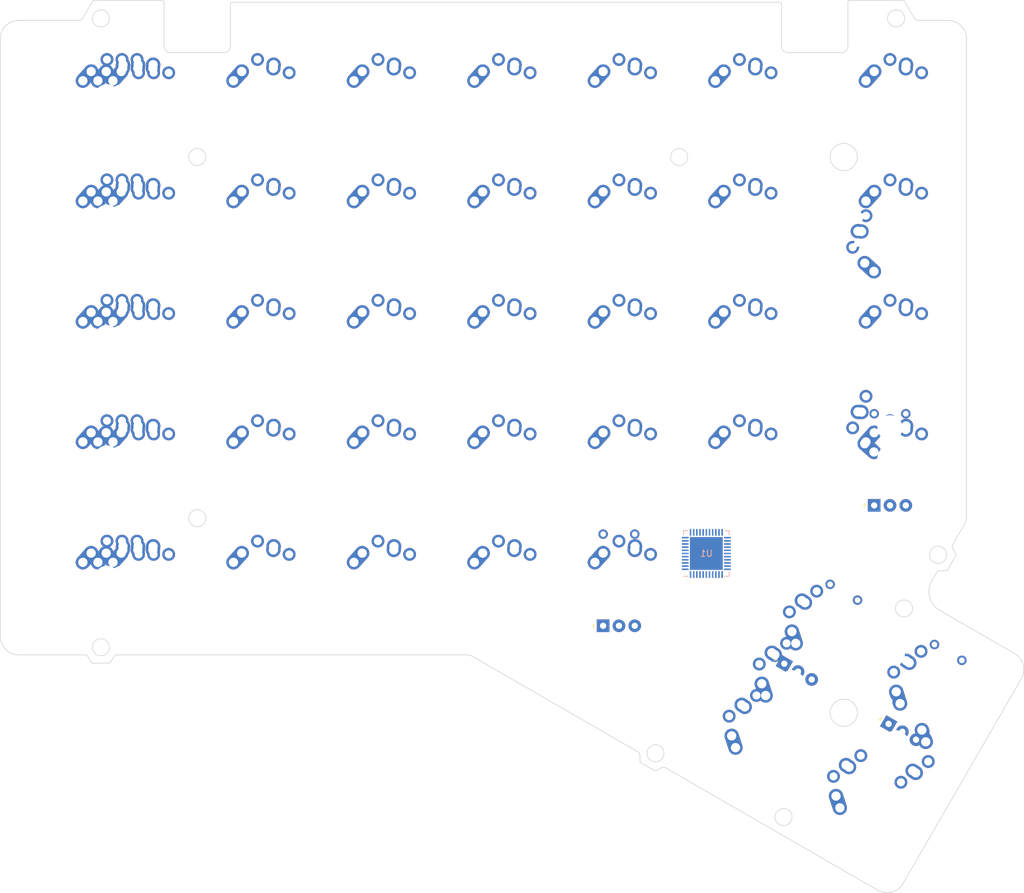
<source format=kicad_pcb>
(kicad_pcb (version 20171130) (host pcbnew 5.1.7-a382d34a8~87~ubuntu16.04.1)

  (general
    (thickness 1.6)
    (drawings 90)
    (tracks 0)
    (zones 0)
    (modules 48)
    (nets 142)
  )

  (page A4)
  (layers
    (0 F.Cu signal)
    (31 B.Cu signal)
    (32 B.Adhes user)
    (33 F.Adhes user)
    (34 B.Paste user)
    (35 F.Paste user)
    (36 B.SilkS user)
    (37 F.SilkS user)
    (38 B.Mask user)
    (39 F.Mask user)
    (40 Dwgs.User user)
    (41 Cmts.User user)
    (42 Eco1.User user)
    (43 Eco2.User user)
    (44 Edge.Cuts user)
    (45 Margin user)
    (46 B.CrtYd user)
    (47 F.CrtYd user)
    (48 B.Fab user)
    (49 F.Fab user)
  )

  (setup
    (last_trace_width 0.25)
    (trace_clearance 0.2)
    (zone_clearance 0.508)
    (zone_45_only no)
    (trace_min 0.2)
    (via_size 0.8)
    (via_drill 0.4)
    (via_min_size 0.4)
    (via_min_drill 0.3)
    (uvia_size 0.3)
    (uvia_drill 0.1)
    (uvias_allowed no)
    (uvia_min_size 0.2)
    (uvia_min_drill 0.1)
    (edge_width 0.05)
    (segment_width 0.2)
    (pcb_text_width 0.3)
    (pcb_text_size 1.5 1.5)
    (mod_edge_width 0.12)
    (mod_text_size 1 1)
    (mod_text_width 0.15)
    (pad_size 1.524 1.524)
    (pad_drill 0.762)
    (pad_to_mask_clearance 0)
    (aux_axis_origin 0 0)
    (visible_elements 7FFFF7FF)
    (pcbplotparams
      (layerselection 0x010fc_ffffffff)
      (usegerberextensions false)
      (usegerberattributes true)
      (usegerberadvancedattributes true)
      (creategerberjobfile true)
      (excludeedgelayer true)
      (linewidth 0.100000)
      (plotframeref false)
      (viasonmask false)
      (mode 1)
      (useauxorigin false)
      (hpglpennumber 1)
      (hpglpenspeed 20)
      (hpglpendiameter 15.000000)
      (psnegative false)
      (psa4output false)
      (plotreference true)
      (plotvalue true)
      (plotinvisibletext false)
      (padsonsilk false)
      (subtractmaskfromsilk false)
      (outputformat 1)
      (mirror false)
      (drillshape 1)
      (scaleselection 1)
      (outputdirectory ""))
  )

  (net 0 "")
  (net 1 "Net-(D1-Pad2)")
  (net 2 "Net-(D2-Pad2)")
  (net 3 "Net-(D3-Pad2)")
  (net 4 "Net-(D4-Pad2)")
  (net 5 "Net-(D5-Pad2)")
  (net 6 "Net-(D6-Pad2)")
  (net 7 "Net-(D7-Pad2)")
  (net 8 "Net-(D8-Pad2)")
  (net 9 "Net-(SW1-Pad1)")
  (net 10 "Net-(SW2-Pad1)")
  (net 11 "Net-(SW3-Pad1)")
  (net 12 "Net-(SW4-Pad1)")
  (net 13 "Net-(SW5-Pad1)")
  (net 14 "Net-(SW6-Pad1)")
  (net 15 "Net-(SW7-Pad1)")
  (net 16 "Net-(SW8-Pad1)")
  (net 17 "Net-(D9-Pad2)")
  (net 18 "Net-(D10-Pad2)")
  (net 19 "Net-(D11-Pad2)")
  (net 20 "Net-(D12-Pad2)")
  (net 21 "Net-(D13-Pad2)")
  (net 22 "Net-(D14-Pad2)")
  (net 23 "Net-(D15-Pad2)")
  (net 24 "Net-(D16-Pad2)")
  (net 25 "Net-(D17-Pad2)")
  (net 26 "Net-(D18-Pad2)")
  (net 27 "Net-(D19-Pad2)")
  (net 28 "Net-(D20-Pad2)")
  (net 29 "Net-(D21-Pad2)")
  (net 30 "Net-(D22-Pad2)")
  (net 31 "Net-(D23-Pad2)")
  (net 32 "Net-(D24-Pad2)")
  (net 33 "Net-(D25-Pad2)")
  (net 34 "Net-(D26-Pad2)")
  (net 35 "Net-(D27-Pad2)")
  (net 36 "Net-(D28-Pad2)")
  (net 37 "Net-(D29-Pad2)")
  (net 38 "Net-(D30-Pad2)")
  (net 39 "Net-(D31-Pad2)")
  (net 40 "Net-(D32-Pad2)")
  (net 41 "Net-(D33-Pad2)")
  (net 42 "Net-(D34-Pad2)")
  (net 43 "Net-(D35-Pad2)")
  (net 44 "Net-(SW9-Pad1)")
  (net 45 "Net-(SW10-Pad1)")
  (net 46 "Net-(SW11-Pad1)")
  (net 47 "Net-(SW12-Pad1)")
  (net 48 "Net-(SW13-Pad1)")
  (net 49 "Net-(SW14-Pad1)")
  (net 50 "Net-(SW15-Pad1)")
  (net 51 "Net-(SW16-Pad1)")
  (net 52 "Net-(SW17-Pad1)")
  (net 53 "Net-(SW18-Pad1)")
  (net 54 "Net-(SW19-Pad1)")
  (net 55 "Net-(SW20-Pad1)")
  (net 56 "Net-(SW21-Pad1)")
  (net 57 "Net-(SW22-Pad1)")
  (net 58 "Net-(SW23-Pad1)")
  (net 59 "Net-(SW24-Pad1)")
  (net 60 "Net-(SW25-Pad1)")
  (net 61 "Net-(SW26-Pad1)")
  (net 62 "Net-(SW27-Pad1)")
  (net 63 "Net-(SW28-Pad1)")
  (net 64 "Net-(SW29-Pad1)")
  (net 65 "Net-(SW30-Pad1)")
  (net 66 "Net-(SW31-Pad1)")
  (net 67 "Net-(SW32-Pad1)")
  (net 68 "Net-(SW33-Pad1)")
  (net 69 "Net-(SW34-Pad1)")
  (net 70 "Net-(SW35-Pad1)")
  (net 71 "Net-(D36-Pad2)")
  (net 72 "Net-(D37-Pad2)")
  (net 73 "Net-(SW36-Pad1)")
  (net 74 "Net-(SW37-Pad1)")
  (net 75 "Net-(SW38-Pad1)")
  (net 76 "Net-(SW38-Pad2)")
  (net 77 "Net-(SW39-Pad1)")
  (net 78 "Net-(SW39-Pad2)")
  (net 79 "Net-(U1-Pad15)")
  (net 80 "Net-(U1-Pad24)")
  (net 81 "Net-(U1-Pad42)")
  (net 82 "Net-(U1-Pad41)")
  (net 83 "Net-(U1-Pad40)")
  (net 84 "Net-(U1-Pad39)")
  (net 85 "Net-(U1-Pad38)")
  (net 86 "Net-(U1-Pad37)")
  (net 87 "Net-(U1-Pad36)")
  (net 88 "Net-(U1-Pad14)")
  (net 89 "Net-(U1-Pad33)")
  (net 90 "Net-(U1-Pad32)")
  (net 91 "Net-(U1-Pad31)")
  (net 92 "Net-(U1-Pad30)")
  (net 93 "Net-(U1-Pad29)")
  (net 94 "Net-(U1-Pad28)")
  (net 95 "Net-(U1-Pad27)")
  (net 96 "Net-(U1-Pad26)")
  (net 97 "Net-(U1-Pad25)")
  (net 98 "Net-(U1-Pad22)")
  (net 99 "Net-(U1-Pad21)")
  (net 100 "Net-(U1-Pad20)")
  (net 101 "Net-(U1-Pad19)")
  (net 102 "Net-(U1-Pad18)")
  (net 103 "Net-(U1-Pad17)")
  (net 104 "Net-(U1-Pad16)")
  (net 105 "Net-(U1-Pad13)")
  (net 106 "Net-(U1-Pad12)")
  (net 107 "Net-(U1-Pad11)")
  (net 108 "Net-(U1-Pad10)")
  (net 109 "Net-(U1-Pad9)")
  (net 110 "Net-(U1-Pad8)")
  (net 111 "Net-(U1-Pad7)")
  (net 112 "Net-(U1-Pad6)")
  (net 113 "Net-(U1-Pad5)")
  (net 114 "Net-(U1-Pad4)")
  (net 115 "Net-(U1-Pad3)")
  (net 116 "Net-(U1-Pad2)")
  (net 117 "Net-(U1-Pad1)")
  (net 118 "Net-(D38-Pad2)")
  (net 119 "Net-(D39-Pad2)")
  (net 120 "Net-(SW40-Pad1)")
  (net 121 "Net-(SW41-Pad1)")
  (net 122 "Net-(SW42-PadC)")
  (net 123 "Net-(SW42-PadB)")
  (net 124 "Net-(SW42-PadS2)")
  (net 125 "Net-(SW42-PadS1)")
  (net 126 "Net-(SW42-PadA)")
  (net 127 "Net-(SW43-PadC)")
  (net 128 "Net-(SW43-PadB)")
  (net 129 "Net-(SW43-PadS2)")
  (net 130 "Net-(SW43-PadS1)")
  (net 131 "Net-(SW43-PadA)")
  (net 132 "Net-(SW44-PadC)")
  (net 133 "Net-(SW44-PadB)")
  (net 134 "Net-(SW44-PadS2)")
  (net 135 "Net-(SW44-PadS1)")
  (net 136 "Net-(SW44-PadA)")
  (net 137 "Net-(SW45-PadC)")
  (net 138 "Net-(SW45-PadB)")
  (net 139 "Net-(SW45-PadS2)")
  (net 140 "Net-(SW45-PadS1)")
  (net 141 "Net-(SW45-PadA)")

  (net_class Default "This is the default net class."
    (clearance 0.2)
    (trace_width 0.25)
    (via_dia 0.8)
    (via_drill 0.4)
    (uvia_dia 0.3)
    (uvia_drill 0.1)
    (add_net "Net-(D1-Pad2)")
    (add_net "Net-(D10-Pad2)")
    (add_net "Net-(D11-Pad2)")
    (add_net "Net-(D12-Pad2)")
    (add_net "Net-(D13-Pad2)")
    (add_net "Net-(D14-Pad2)")
    (add_net "Net-(D15-Pad2)")
    (add_net "Net-(D16-Pad2)")
    (add_net "Net-(D17-Pad2)")
    (add_net "Net-(D18-Pad2)")
    (add_net "Net-(D19-Pad2)")
    (add_net "Net-(D2-Pad2)")
    (add_net "Net-(D20-Pad2)")
    (add_net "Net-(D21-Pad2)")
    (add_net "Net-(D22-Pad2)")
    (add_net "Net-(D23-Pad2)")
    (add_net "Net-(D24-Pad2)")
    (add_net "Net-(D25-Pad2)")
    (add_net "Net-(D26-Pad2)")
    (add_net "Net-(D27-Pad2)")
    (add_net "Net-(D28-Pad2)")
    (add_net "Net-(D29-Pad2)")
    (add_net "Net-(D3-Pad2)")
    (add_net "Net-(D30-Pad2)")
    (add_net "Net-(D31-Pad2)")
    (add_net "Net-(D32-Pad2)")
    (add_net "Net-(D33-Pad2)")
    (add_net "Net-(D34-Pad2)")
    (add_net "Net-(D35-Pad2)")
    (add_net "Net-(D36-Pad2)")
    (add_net "Net-(D37-Pad2)")
    (add_net "Net-(D38-Pad2)")
    (add_net "Net-(D39-Pad2)")
    (add_net "Net-(D4-Pad2)")
    (add_net "Net-(D5-Pad2)")
    (add_net "Net-(D6-Pad2)")
    (add_net "Net-(D7-Pad2)")
    (add_net "Net-(D8-Pad2)")
    (add_net "Net-(D9-Pad2)")
    (add_net "Net-(SW1-Pad1)")
    (add_net "Net-(SW10-Pad1)")
    (add_net "Net-(SW11-Pad1)")
    (add_net "Net-(SW12-Pad1)")
    (add_net "Net-(SW13-Pad1)")
    (add_net "Net-(SW14-Pad1)")
    (add_net "Net-(SW15-Pad1)")
    (add_net "Net-(SW16-Pad1)")
    (add_net "Net-(SW17-Pad1)")
    (add_net "Net-(SW18-Pad1)")
    (add_net "Net-(SW19-Pad1)")
    (add_net "Net-(SW2-Pad1)")
    (add_net "Net-(SW20-Pad1)")
    (add_net "Net-(SW21-Pad1)")
    (add_net "Net-(SW22-Pad1)")
    (add_net "Net-(SW23-Pad1)")
    (add_net "Net-(SW24-Pad1)")
    (add_net "Net-(SW25-Pad1)")
    (add_net "Net-(SW26-Pad1)")
    (add_net "Net-(SW27-Pad1)")
    (add_net "Net-(SW28-Pad1)")
    (add_net "Net-(SW29-Pad1)")
    (add_net "Net-(SW3-Pad1)")
    (add_net "Net-(SW30-Pad1)")
    (add_net "Net-(SW31-Pad1)")
    (add_net "Net-(SW32-Pad1)")
    (add_net "Net-(SW33-Pad1)")
    (add_net "Net-(SW34-Pad1)")
    (add_net "Net-(SW35-Pad1)")
    (add_net "Net-(SW36-Pad1)")
    (add_net "Net-(SW37-Pad1)")
    (add_net "Net-(SW38-Pad1)")
    (add_net "Net-(SW38-Pad2)")
    (add_net "Net-(SW39-Pad1)")
    (add_net "Net-(SW39-Pad2)")
    (add_net "Net-(SW4-Pad1)")
    (add_net "Net-(SW40-Pad1)")
    (add_net "Net-(SW41-Pad1)")
    (add_net "Net-(SW42-PadA)")
    (add_net "Net-(SW42-PadB)")
    (add_net "Net-(SW42-PadC)")
    (add_net "Net-(SW42-PadS1)")
    (add_net "Net-(SW42-PadS2)")
    (add_net "Net-(SW43-PadA)")
    (add_net "Net-(SW43-PadB)")
    (add_net "Net-(SW43-PadC)")
    (add_net "Net-(SW43-PadS1)")
    (add_net "Net-(SW43-PadS2)")
    (add_net "Net-(SW44-PadA)")
    (add_net "Net-(SW44-PadB)")
    (add_net "Net-(SW44-PadC)")
    (add_net "Net-(SW44-PadS1)")
    (add_net "Net-(SW44-PadS2)")
    (add_net "Net-(SW45-PadA)")
    (add_net "Net-(SW45-PadB)")
    (add_net "Net-(SW45-PadC)")
    (add_net "Net-(SW45-PadS1)")
    (add_net "Net-(SW45-PadS2)")
    (add_net "Net-(SW5-Pad1)")
    (add_net "Net-(SW6-Pad1)")
    (add_net "Net-(SW7-Pad1)")
    (add_net "Net-(SW8-Pad1)")
    (add_net "Net-(SW9-Pad1)")
    (add_net "Net-(U1-Pad1)")
    (add_net "Net-(U1-Pad10)")
    (add_net "Net-(U1-Pad11)")
    (add_net "Net-(U1-Pad12)")
    (add_net "Net-(U1-Pad13)")
    (add_net "Net-(U1-Pad14)")
    (add_net "Net-(U1-Pad15)")
    (add_net "Net-(U1-Pad16)")
    (add_net "Net-(U1-Pad17)")
    (add_net "Net-(U1-Pad18)")
    (add_net "Net-(U1-Pad19)")
    (add_net "Net-(U1-Pad2)")
    (add_net "Net-(U1-Pad20)")
    (add_net "Net-(U1-Pad21)")
    (add_net "Net-(U1-Pad22)")
    (add_net "Net-(U1-Pad24)")
    (add_net "Net-(U1-Pad25)")
    (add_net "Net-(U1-Pad26)")
    (add_net "Net-(U1-Pad27)")
    (add_net "Net-(U1-Pad28)")
    (add_net "Net-(U1-Pad29)")
    (add_net "Net-(U1-Pad3)")
    (add_net "Net-(U1-Pad30)")
    (add_net "Net-(U1-Pad31)")
    (add_net "Net-(U1-Pad32)")
    (add_net "Net-(U1-Pad33)")
    (add_net "Net-(U1-Pad36)")
    (add_net "Net-(U1-Pad37)")
    (add_net "Net-(U1-Pad38)")
    (add_net "Net-(U1-Pad39)")
    (add_net "Net-(U1-Pad4)")
    (add_net "Net-(U1-Pad40)")
    (add_net "Net-(U1-Pad41)")
    (add_net "Net-(U1-Pad42)")
    (add_net "Net-(U1-Pad5)")
    (add_net "Net-(U1-Pad6)")
    (add_net "Net-(U1-Pad7)")
    (add_net "Net-(U1-Pad8)")
    (add_net "Net-(U1-Pad9)")
  )

  (module Sol:MX-1U-NoLED (layer F.Cu) (tedit 5F84405B) (tstamp 5FBFBBC6)
    (at 163.661252 63.315 90)
    (path /5FC2D52C)
    (fp_text reference SW41 (at 0 3.175 90) (layer Dwgs.User)
      (effects (font (size 1 1) (thickness 0.15)))
    )
    (fp_text value " " (at 0 -7.9375 90) (layer Dwgs.User)
      (effects (font (size 1 1) (thickness 0.15)))
    )
    (fp_line (start -9.525 9.525) (end -9.525 -9.525) (layer Dwgs.User) (width 0.15))
    (fp_line (start 9.525 9.525) (end -9.525 9.525) (layer Dwgs.User) (width 0.15))
    (fp_line (start 9.525 -9.525) (end 9.525 9.525) (layer Dwgs.User) (width 0.15))
    (fp_line (start -9.525 -9.525) (end 9.525 -9.525) (layer Dwgs.User) (width 0.15))
    (fp_line (start -7 -7) (end -7 -5) (layer Dwgs.User) (width 0.15))
    (fp_line (start -5 -7) (end -7 -7) (layer Dwgs.User) (width 0.15))
    (fp_line (start -7 7) (end -5 7) (layer Dwgs.User) (width 0.15))
    (fp_line (start -7 5) (end -7 7) (layer Dwgs.User) (width 0.15))
    (fp_line (start 7 7) (end 7 5) (layer Dwgs.User) (width 0.15))
    (fp_line (start 5 7) (end 7 7) (layer Dwgs.User) (width 0.15))
    (fp_line (start 7 -7) (end 7 -5) (layer Dwgs.User) (width 0.15))
    (fp_line (start 5 -7) (end 7 -7) (layer Dwgs.User) (width 0.15))
    (pad "" np_thru_hole circle (at -5.5 0 90) (size 1.7018 1.7018) (drill 1.7018) (layers *.Cu *.Mask))
    (pad "" np_thru_hole circle (at 5.5 0 90) (size 1.7018 1.7018) (drill 1.7018) (layers *.Cu *.Mask))
    (pad "" np_thru_hole circle (at -5.22 4.2 270) (size 0.9906 0.9906) (drill 0.9906) (layers *.Cu *.Mask))
    (pad 1 thru_hole circle (at 0 -5.9 270) (size 2.032 2.032) (drill 1.27) (layers *.Cu *.Mask)
      (net 121 "Net-(SW41-Pad1)"))
    (pad 2 thru_hole circle (at 5 -3.8 270) (size 2.032 2.032) (drill 1.27) (layers *.Cu *.Mask)
      (net 119 "Net-(D39-Pad2)"))
    (pad "" np_thru_hole circle (at 5.08 0 138.0996) (size 1.75 1.75) (drill 1.75) (layers *.Cu *.Mask))
    (pad "" np_thru_hole circle (at -5.08 0 138.0996) (size 1.75 1.75) (drill 1.75) (layers *.Cu *.Mask))
    (pad 1 thru_hole circle (at -2.5 -4 90) (size 2.25 2.25) (drill 1.47) (layers *.Cu *.Mask)
      (net 121 "Net-(SW41-Pad1)"))
    (pad "" np_thru_hole circle (at 0 0 90) (size 3.9878 3.9878) (drill 3.9878) (layers *.Cu *.Mask))
    (pad 1 thru_hole oval (at -3.81 -2.54 138) (size 4.211556 2.25) (drill 1.47 (offset 0.980778 0)) (layers *.Cu *.Mask)
      (net 121 "Net-(SW41-Pad1)"))
    (pad 2 thru_hole circle (at 2.54 -5.08 90) (size 2.25 2.25) (drill 1.47) (layers *.Cu *.Mask)
      (net 119 "Net-(D39-Pad2)"))
    (pad 2 thru_hole oval (at 2.5 -4.5 176) (size 2.831378 2.25) (drill 1.47 (offset 0.290689 0)) (layers *.Cu *.Mask)
      (net 119 "Net-(D39-Pad2)"))
  )

  (module Sol:MX-1U-NoLED (layer F.Cu) (tedit 5F84405B) (tstamp 5FBFBB98)
    (at 163.661252 91.89 90)
    (path /5FC2D520)
    (fp_text reference SW40 (at 0 3.175 90) (layer Dwgs.User)
      (effects (font (size 1 1) (thickness 0.15)))
    )
    (fp_text value " " (at 0 -7.9375 90) (layer Dwgs.User)
      (effects (font (size 1 1) (thickness 0.15)))
    )
    (fp_line (start -9.525 9.525) (end -9.525 -9.525) (layer Dwgs.User) (width 0.15))
    (fp_line (start 9.525 9.525) (end -9.525 9.525) (layer Dwgs.User) (width 0.15))
    (fp_line (start 9.525 -9.525) (end 9.525 9.525) (layer Dwgs.User) (width 0.15))
    (fp_line (start -9.525 -9.525) (end 9.525 -9.525) (layer Dwgs.User) (width 0.15))
    (fp_line (start -7 -7) (end -7 -5) (layer Dwgs.User) (width 0.15))
    (fp_line (start -5 -7) (end -7 -7) (layer Dwgs.User) (width 0.15))
    (fp_line (start -7 7) (end -5 7) (layer Dwgs.User) (width 0.15))
    (fp_line (start -7 5) (end -7 7) (layer Dwgs.User) (width 0.15))
    (fp_line (start 7 7) (end 7 5) (layer Dwgs.User) (width 0.15))
    (fp_line (start 5 7) (end 7 7) (layer Dwgs.User) (width 0.15))
    (fp_line (start 7 -7) (end 7 -5) (layer Dwgs.User) (width 0.15))
    (fp_line (start 5 -7) (end 7 -7) (layer Dwgs.User) (width 0.15))
    (pad "" np_thru_hole circle (at -5.5 0 90) (size 1.7018 1.7018) (drill 1.7018) (layers *.Cu *.Mask))
    (pad "" np_thru_hole circle (at 5.5 0 90) (size 1.7018 1.7018) (drill 1.7018) (layers *.Cu *.Mask))
    (pad "" np_thru_hole circle (at -5.22 4.2 270) (size 0.9906 0.9906) (drill 0.9906) (layers *.Cu *.Mask))
    (pad 1 thru_hole circle (at 0 -5.9 270) (size 2.032 2.032) (drill 1.27) (layers *.Cu *.Mask)
      (net 120 "Net-(SW40-Pad1)"))
    (pad 2 thru_hole circle (at 5 -3.8 270) (size 2.032 2.032) (drill 1.27) (layers *.Cu *.Mask)
      (net 118 "Net-(D38-Pad2)"))
    (pad "" np_thru_hole circle (at 5.08 0 138.0996) (size 1.75 1.75) (drill 1.75) (layers *.Cu *.Mask))
    (pad "" np_thru_hole circle (at -5.08 0 138.0996) (size 1.75 1.75) (drill 1.75) (layers *.Cu *.Mask))
    (pad 1 thru_hole circle (at -2.5 -4 90) (size 2.25 2.25) (drill 1.47) (layers *.Cu *.Mask)
      (net 120 "Net-(SW40-Pad1)"))
    (pad "" np_thru_hole circle (at 0 0 90) (size 3.9878 3.9878) (drill 3.9878) (layers *.Cu *.Mask))
    (pad 1 thru_hole oval (at -3.81 -2.54 138) (size 4.211556 2.25) (drill 1.47 (offset 0.980778 0)) (layers *.Cu *.Mask)
      (net 120 "Net-(SW40-Pad1)"))
    (pad 2 thru_hole circle (at 2.54 -5.08 90) (size 2.25 2.25) (drill 1.47) (layers *.Cu *.Mask)
      (net 118 "Net-(D38-Pad2)"))
    (pad 2 thru_hole oval (at 2.5 -4.5 176) (size 2.831378 2.25) (drill 1.47 (offset 0.290689 0)) (layers *.Cu *.Mask)
      (net 118 "Net-(D38-Pad2)"))
  )

  (module Sol:MX-1U-NoLED (layer F.Cu) (tedit 5F84405B) (tstamp 5FBF0633)
    (at 159.836536 149.976246 60)
    (path /5FC0E0BA)
    (fp_text reference SW39 (at 0 3.175 60) (layer Dwgs.User)
      (effects (font (size 1 1) (thickness 0.15)))
    )
    (fp_text value " " (at 0 -7.9375 60) (layer Dwgs.User)
      (effects (font (size 1 1) (thickness 0.15)))
    )
    (fp_line (start -9.525 9.525) (end -9.525 -9.525) (layer Dwgs.User) (width 0.15))
    (fp_line (start 9.525 9.525) (end -9.525 9.525) (layer Dwgs.User) (width 0.15))
    (fp_line (start 9.525 -9.525) (end 9.525 9.525) (layer Dwgs.User) (width 0.15))
    (fp_line (start -9.525 -9.525) (end 9.525 -9.525) (layer Dwgs.User) (width 0.15))
    (fp_line (start -7 -7) (end -7 -5) (layer Dwgs.User) (width 0.15))
    (fp_line (start -5 -7) (end -7 -7) (layer Dwgs.User) (width 0.15))
    (fp_line (start -7 7) (end -5 7) (layer Dwgs.User) (width 0.15))
    (fp_line (start -7 5) (end -7 7) (layer Dwgs.User) (width 0.15))
    (fp_line (start 7 7) (end 7 5) (layer Dwgs.User) (width 0.15))
    (fp_line (start 5 7) (end 7 7) (layer Dwgs.User) (width 0.15))
    (fp_line (start 7 -7) (end 7 -5) (layer Dwgs.User) (width 0.15))
    (fp_line (start 5 -7) (end 7 -7) (layer Dwgs.User) (width 0.15))
    (pad "" np_thru_hole circle (at -5.5 0 60) (size 1.7018 1.7018) (drill 1.7018) (layers *.Cu *.Mask))
    (pad "" np_thru_hole circle (at 5.5 0 60) (size 1.7018 1.7018) (drill 1.7018) (layers *.Cu *.Mask))
    (pad "" np_thru_hole circle (at -5.22 4.2 240) (size 0.9906 0.9906) (drill 0.9906) (layers *.Cu *.Mask))
    (pad 1 thru_hole circle (at 0 -5.9 240) (size 2.032 2.032) (drill 1.27) (layers *.Cu *.Mask)
      (net 77 "Net-(SW39-Pad1)"))
    (pad 2 thru_hole circle (at 5 -3.8 240) (size 2.032 2.032) (drill 1.27) (layers *.Cu *.Mask)
      (net 78 "Net-(SW39-Pad2)"))
    (pad "" np_thru_hole circle (at 5.08 0 108.0996) (size 1.75 1.75) (drill 1.75) (layers *.Cu *.Mask))
    (pad "" np_thru_hole circle (at -5.08 0 108.0996) (size 1.75 1.75) (drill 1.75) (layers *.Cu *.Mask))
    (pad 1 thru_hole circle (at -2.5 -4 60) (size 2.25 2.25) (drill 1.47) (layers *.Cu *.Mask)
      (net 77 "Net-(SW39-Pad1)"))
    (pad "" np_thru_hole circle (at 0 0 60) (size 3.9878 3.9878) (drill 3.9878) (layers *.Cu *.Mask))
    (pad 1 thru_hole oval (at -3.81 -2.54 108) (size 4.211556 2.25) (drill 1.47 (offset 0.980778 0)) (layers *.Cu *.Mask)
      (net 77 "Net-(SW39-Pad1)"))
    (pad 2 thru_hole circle (at 2.54 -5.08 60) (size 2.25 2.25) (drill 1.47) (layers *.Cu *.Mask)
      (net 78 "Net-(SW39-Pad2)"))
    (pad 2 thru_hole oval (at 2.5 -4.5 146) (size 2.831378 2.25) (drill 1.47 (offset 0.290689 0)) (layers *.Cu *.Mask)
      (net 78 "Net-(SW39-Pad2)"))
  )

  (module Sol:MX-1U-NoLED (layer F.Cu) (tedit 5F84405B) (tstamp 5FBF0605)
    (at 143.338752 140.451247 60)
    (path /5FC0E0B4)
    (fp_text reference SW38 (at 0 3.175 60) (layer Dwgs.User)
      (effects (font (size 1 1) (thickness 0.15)))
    )
    (fp_text value " " (at 0 -7.9375 60) (layer Dwgs.User)
      (effects (font (size 1 1) (thickness 0.15)))
    )
    (fp_line (start -9.525 9.525) (end -9.525 -9.525) (layer Dwgs.User) (width 0.15))
    (fp_line (start 9.525 9.525) (end -9.525 9.525) (layer Dwgs.User) (width 0.15))
    (fp_line (start 9.525 -9.525) (end 9.525 9.525) (layer Dwgs.User) (width 0.15))
    (fp_line (start -9.525 -9.525) (end 9.525 -9.525) (layer Dwgs.User) (width 0.15))
    (fp_line (start -7 -7) (end -7 -5) (layer Dwgs.User) (width 0.15))
    (fp_line (start -5 -7) (end -7 -7) (layer Dwgs.User) (width 0.15))
    (fp_line (start -7 7) (end -5 7) (layer Dwgs.User) (width 0.15))
    (fp_line (start -7 5) (end -7 7) (layer Dwgs.User) (width 0.15))
    (fp_line (start 7 7) (end 7 5) (layer Dwgs.User) (width 0.15))
    (fp_line (start 5 7) (end 7 7) (layer Dwgs.User) (width 0.15))
    (fp_line (start 7 -7) (end 7 -5) (layer Dwgs.User) (width 0.15))
    (fp_line (start 5 -7) (end 7 -7) (layer Dwgs.User) (width 0.15))
    (pad "" np_thru_hole circle (at -5.5 0 60) (size 1.7018 1.7018) (drill 1.7018) (layers *.Cu *.Mask))
    (pad "" np_thru_hole circle (at 5.5 0 60) (size 1.7018 1.7018) (drill 1.7018) (layers *.Cu *.Mask))
    (pad "" np_thru_hole circle (at -5.22 4.2 240) (size 0.9906 0.9906) (drill 0.9906) (layers *.Cu *.Mask))
    (pad 1 thru_hole circle (at 0 -5.9 240) (size 2.032 2.032) (drill 1.27) (layers *.Cu *.Mask)
      (net 75 "Net-(SW38-Pad1)"))
    (pad 2 thru_hole circle (at 5 -3.8 240) (size 2.032 2.032) (drill 1.27) (layers *.Cu *.Mask)
      (net 76 "Net-(SW38-Pad2)"))
    (pad "" np_thru_hole circle (at 5.08 0 108.0996) (size 1.75 1.75) (drill 1.75) (layers *.Cu *.Mask))
    (pad "" np_thru_hole circle (at -5.08 0 108.0996) (size 1.75 1.75) (drill 1.75) (layers *.Cu *.Mask))
    (pad 1 thru_hole circle (at -2.5 -4 60) (size 2.25 2.25) (drill 1.47) (layers *.Cu *.Mask)
      (net 75 "Net-(SW38-Pad1)"))
    (pad "" np_thru_hole circle (at 0 0 60) (size 3.9878 3.9878) (drill 3.9878) (layers *.Cu *.Mask))
    (pad 1 thru_hole oval (at -3.81 -2.54 108) (size 4.211556 2.25) (drill 1.47 (offset 0.980778 0)) (layers *.Cu *.Mask)
      (net 75 "Net-(SW38-Pad1)"))
    (pad 2 thru_hole circle (at 2.54 -5.08 60) (size 2.25 2.25) (drill 1.47) (layers *.Cu *.Mask)
      (net 76 "Net-(SW38-Pad2)"))
    (pad 2 thru_hole oval (at 2.5 -4.5 146) (size 2.831378 2.25) (drill 1.47 (offset 0.290689 0)) (layers *.Cu *.Mask)
      (net 76 "Net-(SW38-Pad2)"))
  )

  (module Sol:MX-1U-NoLED (layer F.Cu) (tedit 5F84405B) (tstamp 5FBE6E64)
    (at 164.599036 141.727354 240)
    (path /5FBE8D26)
    (fp_text reference SW37 (at 0 3.175 60) (layer Dwgs.User)
      (effects (font (size 1 1) (thickness 0.15)))
    )
    (fp_text value " " (at 0 -7.9375 60) (layer Dwgs.User)
      (effects (font (size 1 1) (thickness 0.15)))
    )
    (fp_line (start -9.525 9.525) (end -9.525 -9.525) (layer Dwgs.User) (width 0.15))
    (fp_line (start 9.525 9.525) (end -9.525 9.525) (layer Dwgs.User) (width 0.15))
    (fp_line (start 9.525 -9.525) (end 9.525 9.525) (layer Dwgs.User) (width 0.15))
    (fp_line (start -9.525 -9.525) (end 9.525 -9.525) (layer Dwgs.User) (width 0.15))
    (fp_line (start -7 -7) (end -7 -5) (layer Dwgs.User) (width 0.15))
    (fp_line (start -5 -7) (end -7 -7) (layer Dwgs.User) (width 0.15))
    (fp_line (start -7 7) (end -5 7) (layer Dwgs.User) (width 0.15))
    (fp_line (start -7 5) (end -7 7) (layer Dwgs.User) (width 0.15))
    (fp_line (start 7 7) (end 7 5) (layer Dwgs.User) (width 0.15))
    (fp_line (start 5 7) (end 7 7) (layer Dwgs.User) (width 0.15))
    (fp_line (start 7 -7) (end 7 -5) (layer Dwgs.User) (width 0.15))
    (fp_line (start 5 -7) (end 7 -7) (layer Dwgs.User) (width 0.15))
    (pad "" np_thru_hole circle (at -5.5 0 240) (size 1.7018 1.7018) (drill 1.7018) (layers *.Cu *.Mask))
    (pad "" np_thru_hole circle (at 5.5 0 240) (size 1.7018 1.7018) (drill 1.7018) (layers *.Cu *.Mask))
    (pad "" np_thru_hole circle (at -5.22 4.2 60) (size 0.9906 0.9906) (drill 0.9906) (layers *.Cu *.Mask))
    (pad 1 thru_hole circle (at 0 -5.9 60) (size 2.032 2.032) (drill 1.27) (layers *.Cu *.Mask)
      (net 74 "Net-(SW37-Pad1)"))
    (pad 2 thru_hole circle (at 5 -3.8 60) (size 2.032 2.032) (drill 1.27) (layers *.Cu *.Mask)
      (net 72 "Net-(D37-Pad2)"))
    (pad "" np_thru_hole circle (at 5.08 0 288.0996) (size 1.75 1.75) (drill 1.75) (layers *.Cu *.Mask))
    (pad "" np_thru_hole circle (at -5.08 0 288.0996) (size 1.75 1.75) (drill 1.75) (layers *.Cu *.Mask))
    (pad 1 thru_hole circle (at -2.5 -4 240) (size 2.25 2.25) (drill 1.47) (layers *.Cu *.Mask)
      (net 74 "Net-(SW37-Pad1)"))
    (pad "" np_thru_hole circle (at 0 0 240) (size 3.9878 3.9878) (drill 3.9878) (layers *.Cu *.Mask))
    (pad 1 thru_hole oval (at -3.81 -2.54 288) (size 4.211556 2.25) (drill 1.47 (offset 0.980778 0)) (layers *.Cu *.Mask)
      (net 74 "Net-(SW37-Pad1)"))
    (pad 2 thru_hole circle (at 2.54 -5.08 240) (size 2.25 2.25) (drill 1.47) (layers *.Cu *.Mask)
      (net 72 "Net-(D37-Pad2)"))
    (pad 2 thru_hole oval (at 2.5 -4.5 326) (size 2.831378 2.25) (drill 1.47 (offset 0.290689 0)) (layers *.Cu *.Mask)
      (net 72 "Net-(D37-Pad2)"))
  )

  (module Sol:MX-1U-NoLED (layer F.Cu) (tedit 5F84405B) (tstamp 5FBE6E36)
    (at 148.101252 132.202355 60)
    (path /5FBE8D1A)
    (fp_text reference SW36 (at 0 3.175 60) (layer Dwgs.User)
      (effects (font (size 1 1) (thickness 0.15)))
    )
    (fp_text value " " (at 0 -7.9375 60) (layer Dwgs.User)
      (effects (font (size 1 1) (thickness 0.15)))
    )
    (fp_line (start -9.525 9.525) (end -9.525 -9.525) (layer Dwgs.User) (width 0.15))
    (fp_line (start 9.525 9.525) (end -9.525 9.525) (layer Dwgs.User) (width 0.15))
    (fp_line (start 9.525 -9.525) (end 9.525 9.525) (layer Dwgs.User) (width 0.15))
    (fp_line (start -9.525 -9.525) (end 9.525 -9.525) (layer Dwgs.User) (width 0.15))
    (fp_line (start -7 -7) (end -7 -5) (layer Dwgs.User) (width 0.15))
    (fp_line (start -5 -7) (end -7 -7) (layer Dwgs.User) (width 0.15))
    (fp_line (start -7 7) (end -5 7) (layer Dwgs.User) (width 0.15))
    (fp_line (start -7 5) (end -7 7) (layer Dwgs.User) (width 0.15))
    (fp_line (start 7 7) (end 7 5) (layer Dwgs.User) (width 0.15))
    (fp_line (start 5 7) (end 7 7) (layer Dwgs.User) (width 0.15))
    (fp_line (start 7 -7) (end 7 -5) (layer Dwgs.User) (width 0.15))
    (fp_line (start 5 -7) (end 7 -7) (layer Dwgs.User) (width 0.15))
    (pad "" np_thru_hole circle (at -5.5 0 60) (size 1.7018 1.7018) (drill 1.7018) (layers *.Cu *.Mask))
    (pad "" np_thru_hole circle (at 5.5 0 60) (size 1.7018 1.7018) (drill 1.7018) (layers *.Cu *.Mask))
    (pad "" np_thru_hole circle (at -5.22 4.2 240) (size 0.9906 0.9906) (drill 0.9906) (layers *.Cu *.Mask))
    (pad 1 thru_hole circle (at 0 -5.9 240) (size 2.032 2.032) (drill 1.27) (layers *.Cu *.Mask)
      (net 73 "Net-(SW36-Pad1)"))
    (pad 2 thru_hole circle (at 5 -3.8 240) (size 2.032 2.032) (drill 1.27) (layers *.Cu *.Mask)
      (net 71 "Net-(D36-Pad2)"))
    (pad "" np_thru_hole circle (at 5.08 0 108.0996) (size 1.75 1.75) (drill 1.75) (layers *.Cu *.Mask))
    (pad "" np_thru_hole circle (at -5.08 0 108.0996) (size 1.75 1.75) (drill 1.75) (layers *.Cu *.Mask))
    (pad 1 thru_hole circle (at -2.5 -4 60) (size 2.25 2.25) (drill 1.47) (layers *.Cu *.Mask)
      (net 73 "Net-(SW36-Pad1)"))
    (pad "" np_thru_hole circle (at 0 0 60) (size 3.9878 3.9878) (drill 3.9878) (layers *.Cu *.Mask))
    (pad 1 thru_hole oval (at -3.81 -2.54 108) (size 4.211556 2.25) (drill 1.47 (offset 0.980778 0)) (layers *.Cu *.Mask)
      (net 73 "Net-(SW36-Pad1)"))
    (pad 2 thru_hole circle (at 2.54 -5.08 60) (size 2.25 2.25) (drill 1.47) (layers *.Cu *.Mask)
      (net 71 "Net-(D36-Pad2)"))
    (pad 2 thru_hole oval (at 2.5 -4.5 146) (size 2.831378 2.25) (drill 1.47 (offset 0.290689 0)) (layers *.Cu *.Mask)
      (net 71 "Net-(D36-Pad2)"))
  )

  (module Sol:MX-1U-NoLED (layer F.Cu) (tedit 5F84405B) (tstamp 5FBF5857)
    (at 169.361536 133.478462 60)
    (path /5FC2C31F)
    (fp_text reference SW35 (at 0 3.175 60) (layer Dwgs.User)
      (effects (font (size 1 1) (thickness 0.15)))
    )
    (fp_text value " " (at 0 -7.9375 60) (layer Dwgs.User)
      (effects (font (size 1 1) (thickness 0.15)))
    )
    (fp_line (start -9.525 9.525) (end -9.525 -9.525) (layer Dwgs.User) (width 0.15))
    (fp_line (start 9.525 9.525) (end -9.525 9.525) (layer Dwgs.User) (width 0.15))
    (fp_line (start 9.525 -9.525) (end 9.525 9.525) (layer Dwgs.User) (width 0.15))
    (fp_line (start -9.525 -9.525) (end 9.525 -9.525) (layer Dwgs.User) (width 0.15))
    (fp_line (start -7 -7) (end -7 -5) (layer Dwgs.User) (width 0.15))
    (fp_line (start -5 -7) (end -7 -7) (layer Dwgs.User) (width 0.15))
    (fp_line (start -7 7) (end -5 7) (layer Dwgs.User) (width 0.15))
    (fp_line (start -7 5) (end -7 7) (layer Dwgs.User) (width 0.15))
    (fp_line (start 7 7) (end 7 5) (layer Dwgs.User) (width 0.15))
    (fp_line (start 5 7) (end 7 7) (layer Dwgs.User) (width 0.15))
    (fp_line (start 7 -7) (end 7 -5) (layer Dwgs.User) (width 0.15))
    (fp_line (start 5 -7) (end 7 -7) (layer Dwgs.User) (width 0.15))
    (pad "" np_thru_hole circle (at -5.5 0 60) (size 1.7018 1.7018) (drill 1.7018) (layers *.Cu *.Mask))
    (pad "" np_thru_hole circle (at 5.5 0 60) (size 1.7018 1.7018) (drill 1.7018) (layers *.Cu *.Mask))
    (pad "" np_thru_hole circle (at -5.22 4.2 240) (size 0.9906 0.9906) (drill 0.9906) (layers *.Cu *.Mask))
    (pad 1 thru_hole circle (at 0 -5.9 240) (size 2.032 2.032) (drill 1.27) (layers *.Cu *.Mask)
      (net 70 "Net-(SW35-Pad1)"))
    (pad 2 thru_hole circle (at 5 -3.8 240) (size 2.032 2.032) (drill 1.27) (layers *.Cu *.Mask)
      (net 43 "Net-(D35-Pad2)"))
    (pad "" np_thru_hole circle (at 5.08 0 108.0996) (size 1.75 1.75) (drill 1.75) (layers *.Cu *.Mask))
    (pad "" np_thru_hole circle (at -5.08 0 108.0996) (size 1.75 1.75) (drill 1.75) (layers *.Cu *.Mask))
    (pad 1 thru_hole circle (at -2.5 -4 60) (size 2.25 2.25) (drill 1.47) (layers *.Cu *.Mask)
      (net 70 "Net-(SW35-Pad1)"))
    (pad "" np_thru_hole circle (at 0 0 60) (size 3.9878 3.9878) (drill 3.9878) (layers *.Cu *.Mask))
    (pad 1 thru_hole oval (at -3.81 -2.54 108) (size 4.211556 2.25) (drill 1.47 (offset 0.980778 0)) (layers *.Cu *.Mask)
      (net 70 "Net-(SW35-Pad1)"))
    (pad 2 thru_hole circle (at 2.54 -5.08 60) (size 2.25 2.25) (drill 1.47) (layers *.Cu *.Mask)
      (net 43 "Net-(D35-Pad2)"))
    (pad 2 thru_hole oval (at 2.5 -4.5 146) (size 2.831378 2.25) (drill 1.47 (offset 0.290689 0)) (layers *.Cu *.Mask)
      (net 43 "Net-(D35-Pad2)"))
  )

  (module Sol:MX-1U-NoLED (layer F.Cu) (tedit 5F84405B) (tstamp 5FBF5829)
    (at 152.863752 123.953463 60)
    (path /5FC2C313)
    (fp_text reference SW34 (at 0 3.175 60) (layer Dwgs.User)
      (effects (font (size 1 1) (thickness 0.15)))
    )
    (fp_text value " " (at 0 -7.9375 60) (layer Dwgs.User)
      (effects (font (size 1 1) (thickness 0.15)))
    )
    (fp_line (start -9.525 9.525) (end -9.525 -9.525) (layer Dwgs.User) (width 0.15))
    (fp_line (start 9.525 9.525) (end -9.525 9.525) (layer Dwgs.User) (width 0.15))
    (fp_line (start 9.525 -9.525) (end 9.525 9.525) (layer Dwgs.User) (width 0.15))
    (fp_line (start -9.525 -9.525) (end 9.525 -9.525) (layer Dwgs.User) (width 0.15))
    (fp_line (start -7 -7) (end -7 -5) (layer Dwgs.User) (width 0.15))
    (fp_line (start -5 -7) (end -7 -7) (layer Dwgs.User) (width 0.15))
    (fp_line (start -7 7) (end -5 7) (layer Dwgs.User) (width 0.15))
    (fp_line (start -7 5) (end -7 7) (layer Dwgs.User) (width 0.15))
    (fp_line (start 7 7) (end 7 5) (layer Dwgs.User) (width 0.15))
    (fp_line (start 5 7) (end 7 7) (layer Dwgs.User) (width 0.15))
    (fp_line (start 7 -7) (end 7 -5) (layer Dwgs.User) (width 0.15))
    (fp_line (start 5 -7) (end 7 -7) (layer Dwgs.User) (width 0.15))
    (pad "" np_thru_hole circle (at -5.5 0 60) (size 1.7018 1.7018) (drill 1.7018) (layers *.Cu *.Mask))
    (pad "" np_thru_hole circle (at 5.5 0 60) (size 1.7018 1.7018) (drill 1.7018) (layers *.Cu *.Mask))
    (pad "" np_thru_hole circle (at -5.22 4.2 240) (size 0.9906 0.9906) (drill 0.9906) (layers *.Cu *.Mask))
    (pad 1 thru_hole circle (at 0 -5.9 240) (size 2.032 2.032) (drill 1.27) (layers *.Cu *.Mask)
      (net 69 "Net-(SW34-Pad1)"))
    (pad 2 thru_hole circle (at 5 -3.8 240) (size 2.032 2.032) (drill 1.27) (layers *.Cu *.Mask)
      (net 42 "Net-(D34-Pad2)"))
    (pad "" np_thru_hole circle (at 5.08 0 108.0996) (size 1.75 1.75) (drill 1.75) (layers *.Cu *.Mask))
    (pad "" np_thru_hole circle (at -5.08 0 108.0996) (size 1.75 1.75) (drill 1.75) (layers *.Cu *.Mask))
    (pad 1 thru_hole circle (at -2.5 -4 60) (size 2.25 2.25) (drill 1.47) (layers *.Cu *.Mask)
      (net 69 "Net-(SW34-Pad1)"))
    (pad "" np_thru_hole circle (at 0 0 60) (size 3.9878 3.9878) (drill 3.9878) (layers *.Cu *.Mask))
    (pad 1 thru_hole oval (at -3.81 -2.54 108) (size 4.211556 2.25) (drill 1.47 (offset 0.980778 0)) (layers *.Cu *.Mask)
      (net 69 "Net-(SW34-Pad1)"))
    (pad 2 thru_hole circle (at 2.54 -5.08 60) (size 2.25 2.25) (drill 1.47) (layers *.Cu *.Mask)
      (net 42 "Net-(D34-Pad2)"))
    (pad 2 thru_hole oval (at 2.5 -4.5 146) (size 2.831378 2.25) (drill 1.47 (offset 0.290689 0)) (layers *.Cu *.Mask)
      (net 42 "Net-(D34-Pad2)"))
  )

  (module Sol:MX-1U-NoLED (layer F.Cu) (tedit 5F84405B) (tstamp 5FBF57FB)
    (at 120.801253 115.702605)
    (path /5FC2C307)
    (fp_text reference SW33 (at 0 3.175) (layer Dwgs.User)
      (effects (font (size 1 1) (thickness 0.15)))
    )
    (fp_text value " " (at 0 -7.9375) (layer Dwgs.User)
      (effects (font (size 1 1) (thickness 0.15)))
    )
    (fp_line (start -9.525 9.525) (end -9.525 -9.525) (layer Dwgs.User) (width 0.15))
    (fp_line (start 9.525 9.525) (end -9.525 9.525) (layer Dwgs.User) (width 0.15))
    (fp_line (start 9.525 -9.525) (end 9.525 9.525) (layer Dwgs.User) (width 0.15))
    (fp_line (start -9.525 -9.525) (end 9.525 -9.525) (layer Dwgs.User) (width 0.15))
    (fp_line (start -7 -7) (end -7 -5) (layer Dwgs.User) (width 0.15))
    (fp_line (start -5 -7) (end -7 -7) (layer Dwgs.User) (width 0.15))
    (fp_line (start -7 7) (end -5 7) (layer Dwgs.User) (width 0.15))
    (fp_line (start -7 5) (end -7 7) (layer Dwgs.User) (width 0.15))
    (fp_line (start 7 7) (end 7 5) (layer Dwgs.User) (width 0.15))
    (fp_line (start 5 7) (end 7 7) (layer Dwgs.User) (width 0.15))
    (fp_line (start 7 -7) (end 7 -5) (layer Dwgs.User) (width 0.15))
    (fp_line (start 5 -7) (end 7 -7) (layer Dwgs.User) (width 0.15))
    (pad "" np_thru_hole circle (at -5.5 0) (size 1.7018 1.7018) (drill 1.7018) (layers *.Cu *.Mask))
    (pad "" np_thru_hole circle (at 5.5 0) (size 1.7018 1.7018) (drill 1.7018) (layers *.Cu *.Mask))
    (pad "" np_thru_hole circle (at -5.22 4.2 180) (size 0.9906 0.9906) (drill 0.9906) (layers *.Cu *.Mask))
    (pad 1 thru_hole circle (at 0 -5.9 180) (size 2.032 2.032) (drill 1.27) (layers *.Cu *.Mask)
      (net 68 "Net-(SW33-Pad1)"))
    (pad 2 thru_hole circle (at 5 -3.8 180) (size 2.032 2.032) (drill 1.27) (layers *.Cu *.Mask)
      (net 41 "Net-(D33-Pad2)"))
    (pad "" np_thru_hole circle (at 5.08 0 48.0996) (size 1.75 1.75) (drill 1.75) (layers *.Cu *.Mask))
    (pad "" np_thru_hole circle (at -5.08 0 48.0996) (size 1.75 1.75) (drill 1.75) (layers *.Cu *.Mask))
    (pad 1 thru_hole circle (at -2.5 -4) (size 2.25 2.25) (drill 1.47) (layers *.Cu *.Mask)
      (net 68 "Net-(SW33-Pad1)"))
    (pad "" np_thru_hole circle (at 0 0) (size 3.9878 3.9878) (drill 3.9878) (layers *.Cu *.Mask))
    (pad 1 thru_hole oval (at -3.81 -2.54 48) (size 4.211556 2.25) (drill 1.47 (offset 0.980778 0)) (layers *.Cu *.Mask)
      (net 68 "Net-(SW33-Pad1)"))
    (pad 2 thru_hole circle (at 2.54 -5.08) (size 2.25 2.25) (drill 1.47) (layers *.Cu *.Mask)
      (net 41 "Net-(D33-Pad2)"))
    (pad 2 thru_hole oval (at 2.5 -4.5 86) (size 2.831378 2.25) (drill 1.47 (offset 0.290689 0)) (layers *.Cu *.Mask)
      (net 41 "Net-(D33-Pad2)"))
  )

  (module Sol:MX-1U-NoLED (layer F.Cu) (tedit 5F84405B) (tstamp 5FBF57CD)
    (at 101.751253 115.702605)
    (path /5FC2C2FB)
    (fp_text reference SW32 (at 0 3.175) (layer Dwgs.User)
      (effects (font (size 1 1) (thickness 0.15)))
    )
    (fp_text value " " (at 0 -7.9375) (layer Dwgs.User)
      (effects (font (size 1 1) (thickness 0.15)))
    )
    (fp_line (start -9.525 9.525) (end -9.525 -9.525) (layer Dwgs.User) (width 0.15))
    (fp_line (start 9.525 9.525) (end -9.525 9.525) (layer Dwgs.User) (width 0.15))
    (fp_line (start 9.525 -9.525) (end 9.525 9.525) (layer Dwgs.User) (width 0.15))
    (fp_line (start -9.525 -9.525) (end 9.525 -9.525) (layer Dwgs.User) (width 0.15))
    (fp_line (start -7 -7) (end -7 -5) (layer Dwgs.User) (width 0.15))
    (fp_line (start -5 -7) (end -7 -7) (layer Dwgs.User) (width 0.15))
    (fp_line (start -7 7) (end -5 7) (layer Dwgs.User) (width 0.15))
    (fp_line (start -7 5) (end -7 7) (layer Dwgs.User) (width 0.15))
    (fp_line (start 7 7) (end 7 5) (layer Dwgs.User) (width 0.15))
    (fp_line (start 5 7) (end 7 7) (layer Dwgs.User) (width 0.15))
    (fp_line (start 7 -7) (end 7 -5) (layer Dwgs.User) (width 0.15))
    (fp_line (start 5 -7) (end 7 -7) (layer Dwgs.User) (width 0.15))
    (pad "" np_thru_hole circle (at -5.5 0) (size 1.7018 1.7018) (drill 1.7018) (layers *.Cu *.Mask))
    (pad "" np_thru_hole circle (at 5.5 0) (size 1.7018 1.7018) (drill 1.7018) (layers *.Cu *.Mask))
    (pad "" np_thru_hole circle (at -5.22 4.2 180) (size 0.9906 0.9906) (drill 0.9906) (layers *.Cu *.Mask))
    (pad 1 thru_hole circle (at 0 -5.9 180) (size 2.032 2.032) (drill 1.27) (layers *.Cu *.Mask)
      (net 67 "Net-(SW32-Pad1)"))
    (pad 2 thru_hole circle (at 5 -3.8 180) (size 2.032 2.032) (drill 1.27) (layers *.Cu *.Mask)
      (net 40 "Net-(D32-Pad2)"))
    (pad "" np_thru_hole circle (at 5.08 0 48.0996) (size 1.75 1.75) (drill 1.75) (layers *.Cu *.Mask))
    (pad "" np_thru_hole circle (at -5.08 0 48.0996) (size 1.75 1.75) (drill 1.75) (layers *.Cu *.Mask))
    (pad 1 thru_hole circle (at -2.5 -4) (size 2.25 2.25) (drill 1.47) (layers *.Cu *.Mask)
      (net 67 "Net-(SW32-Pad1)"))
    (pad "" np_thru_hole circle (at 0 0) (size 3.9878 3.9878) (drill 3.9878) (layers *.Cu *.Mask))
    (pad 1 thru_hole oval (at -3.81 -2.54 48) (size 4.211556 2.25) (drill 1.47 (offset 0.980778 0)) (layers *.Cu *.Mask)
      (net 67 "Net-(SW32-Pad1)"))
    (pad 2 thru_hole circle (at 2.54 -5.08) (size 2.25 2.25) (drill 1.47) (layers *.Cu *.Mask)
      (net 40 "Net-(D32-Pad2)"))
    (pad 2 thru_hole oval (at 2.5 -4.5 86) (size 2.831378 2.25) (drill 1.47 (offset 0.290689 0)) (layers *.Cu *.Mask)
      (net 40 "Net-(D32-Pad2)"))
  )

  (module Sol:MX-1U-NoLED (layer F.Cu) (tedit 5F84405B) (tstamp 5FBF579F)
    (at 82.701253 115.702605)
    (path /5FC2C2EF)
    (fp_text reference SW31 (at 0 3.175) (layer Dwgs.User)
      (effects (font (size 1 1) (thickness 0.15)))
    )
    (fp_text value " " (at 0 -7.9375) (layer Dwgs.User)
      (effects (font (size 1 1) (thickness 0.15)))
    )
    (fp_line (start -9.525 9.525) (end -9.525 -9.525) (layer Dwgs.User) (width 0.15))
    (fp_line (start 9.525 9.525) (end -9.525 9.525) (layer Dwgs.User) (width 0.15))
    (fp_line (start 9.525 -9.525) (end 9.525 9.525) (layer Dwgs.User) (width 0.15))
    (fp_line (start -9.525 -9.525) (end 9.525 -9.525) (layer Dwgs.User) (width 0.15))
    (fp_line (start -7 -7) (end -7 -5) (layer Dwgs.User) (width 0.15))
    (fp_line (start -5 -7) (end -7 -7) (layer Dwgs.User) (width 0.15))
    (fp_line (start -7 7) (end -5 7) (layer Dwgs.User) (width 0.15))
    (fp_line (start -7 5) (end -7 7) (layer Dwgs.User) (width 0.15))
    (fp_line (start 7 7) (end 7 5) (layer Dwgs.User) (width 0.15))
    (fp_line (start 5 7) (end 7 7) (layer Dwgs.User) (width 0.15))
    (fp_line (start 7 -7) (end 7 -5) (layer Dwgs.User) (width 0.15))
    (fp_line (start 5 -7) (end 7 -7) (layer Dwgs.User) (width 0.15))
    (pad "" np_thru_hole circle (at -5.5 0) (size 1.7018 1.7018) (drill 1.7018) (layers *.Cu *.Mask))
    (pad "" np_thru_hole circle (at 5.5 0) (size 1.7018 1.7018) (drill 1.7018) (layers *.Cu *.Mask))
    (pad "" np_thru_hole circle (at -5.22 4.2 180) (size 0.9906 0.9906) (drill 0.9906) (layers *.Cu *.Mask))
    (pad 1 thru_hole circle (at 0 -5.9 180) (size 2.032 2.032) (drill 1.27) (layers *.Cu *.Mask)
      (net 66 "Net-(SW31-Pad1)"))
    (pad 2 thru_hole circle (at 5 -3.8 180) (size 2.032 2.032) (drill 1.27) (layers *.Cu *.Mask)
      (net 39 "Net-(D31-Pad2)"))
    (pad "" np_thru_hole circle (at 5.08 0 48.0996) (size 1.75 1.75) (drill 1.75) (layers *.Cu *.Mask))
    (pad "" np_thru_hole circle (at -5.08 0 48.0996) (size 1.75 1.75) (drill 1.75) (layers *.Cu *.Mask))
    (pad 1 thru_hole circle (at -2.5 -4) (size 2.25 2.25) (drill 1.47) (layers *.Cu *.Mask)
      (net 66 "Net-(SW31-Pad1)"))
    (pad "" np_thru_hole circle (at 0 0) (size 3.9878 3.9878) (drill 3.9878) (layers *.Cu *.Mask))
    (pad 1 thru_hole oval (at -3.81 -2.54 48) (size 4.211556 2.25) (drill 1.47 (offset 0.980778 0)) (layers *.Cu *.Mask)
      (net 66 "Net-(SW31-Pad1)"))
    (pad 2 thru_hole circle (at 2.54 -5.08) (size 2.25 2.25) (drill 1.47) (layers *.Cu *.Mask)
      (net 39 "Net-(D31-Pad2)"))
    (pad 2 thru_hole oval (at 2.5 -4.5 86) (size 2.831378 2.25) (drill 1.47 (offset 0.290689 0)) (layers *.Cu *.Mask)
      (net 39 "Net-(D31-Pad2)"))
  )

  (module Sol:MX-1U-NoLED (layer F.Cu) (tedit 5F84405B) (tstamp 5FBEE78D)
    (at 63.651253 115.702605)
    (path /5FC2C2E3)
    (fp_text reference SW30 (at 0 3.175) (layer Dwgs.User)
      (effects (font (size 1 1) (thickness 0.15)))
    )
    (fp_text value " " (at 0 -7.9375) (layer Dwgs.User)
      (effects (font (size 1 1) (thickness 0.15)))
    )
    (fp_line (start -9.525 9.525) (end -9.525 -9.525) (layer Dwgs.User) (width 0.15))
    (fp_line (start 9.525 9.525) (end -9.525 9.525) (layer Dwgs.User) (width 0.15))
    (fp_line (start 9.525 -9.525) (end 9.525 9.525) (layer Dwgs.User) (width 0.15))
    (fp_line (start -9.525 -9.525) (end 9.525 -9.525) (layer Dwgs.User) (width 0.15))
    (fp_line (start -7 -7) (end -7 -5) (layer Dwgs.User) (width 0.15))
    (fp_line (start -5 -7) (end -7 -7) (layer Dwgs.User) (width 0.15))
    (fp_line (start -7 7) (end -5 7) (layer Dwgs.User) (width 0.15))
    (fp_line (start -7 5) (end -7 7) (layer Dwgs.User) (width 0.15))
    (fp_line (start 7 7) (end 7 5) (layer Dwgs.User) (width 0.15))
    (fp_line (start 5 7) (end 7 7) (layer Dwgs.User) (width 0.15))
    (fp_line (start 7 -7) (end 7 -5) (layer Dwgs.User) (width 0.15))
    (fp_line (start 5 -7) (end 7 -7) (layer Dwgs.User) (width 0.15))
    (pad "" np_thru_hole circle (at -5.5 0) (size 1.7018 1.7018) (drill 1.7018) (layers *.Cu *.Mask))
    (pad "" np_thru_hole circle (at 5.5 0) (size 1.7018 1.7018) (drill 1.7018) (layers *.Cu *.Mask))
    (pad "" np_thru_hole circle (at -5.22 4.2 180) (size 0.9906 0.9906) (drill 0.9906) (layers *.Cu *.Mask))
    (pad 1 thru_hole circle (at 0 -5.9 180) (size 2.032 2.032) (drill 1.27) (layers *.Cu *.Mask)
      (net 65 "Net-(SW30-Pad1)"))
    (pad 2 thru_hole circle (at 5 -3.8 180) (size 2.032 2.032) (drill 1.27) (layers *.Cu *.Mask)
      (net 38 "Net-(D30-Pad2)"))
    (pad "" np_thru_hole circle (at 5.08 0 48.0996) (size 1.75 1.75) (drill 1.75) (layers *.Cu *.Mask))
    (pad "" np_thru_hole circle (at -5.08 0 48.0996) (size 1.75 1.75) (drill 1.75) (layers *.Cu *.Mask))
    (pad 1 thru_hole circle (at -2.5 -4) (size 2.25 2.25) (drill 1.47) (layers *.Cu *.Mask)
      (net 65 "Net-(SW30-Pad1)"))
    (pad "" np_thru_hole circle (at 0 0) (size 3.9878 3.9878) (drill 3.9878) (layers *.Cu *.Mask))
    (pad 1 thru_hole oval (at -3.81 -2.54 48) (size 4.211556 2.25) (drill 1.47 (offset 0.980778 0)) (layers *.Cu *.Mask)
      (net 65 "Net-(SW30-Pad1)"))
    (pad 2 thru_hole circle (at 2.54 -5.08) (size 2.25 2.25) (drill 1.47) (layers *.Cu *.Mask)
      (net 38 "Net-(D30-Pad2)"))
    (pad 2 thru_hole oval (at 2.5 -4.5 86) (size 2.831378 2.25) (drill 1.47 (offset 0.290689 0)) (layers *.Cu *.Mask)
      (net 38 "Net-(D30-Pad2)"))
  )

  (module Sol:MX-1U-NoLED (layer F.Cu) (tedit 5F84405B) (tstamp 5FBF570D)
    (at 163.661252 96.652605)
    (path /5FC2118B)
    (fp_text reference SW28 (at 0 3.175) (layer Dwgs.User)
      (effects (font (size 1 1) (thickness 0.15)))
    )
    (fp_text value " " (at 0 -7.9375) (layer Dwgs.User)
      (effects (font (size 1 1) (thickness 0.15)))
    )
    (fp_line (start -9.525 9.525) (end -9.525 -9.525) (layer Dwgs.User) (width 0.15))
    (fp_line (start 9.525 9.525) (end -9.525 9.525) (layer Dwgs.User) (width 0.15))
    (fp_line (start 9.525 -9.525) (end 9.525 9.525) (layer Dwgs.User) (width 0.15))
    (fp_line (start -9.525 -9.525) (end 9.525 -9.525) (layer Dwgs.User) (width 0.15))
    (fp_line (start -7 -7) (end -7 -5) (layer Dwgs.User) (width 0.15))
    (fp_line (start -5 -7) (end -7 -7) (layer Dwgs.User) (width 0.15))
    (fp_line (start -7 7) (end -5 7) (layer Dwgs.User) (width 0.15))
    (fp_line (start -7 5) (end -7 7) (layer Dwgs.User) (width 0.15))
    (fp_line (start 7 7) (end 7 5) (layer Dwgs.User) (width 0.15))
    (fp_line (start 5 7) (end 7 7) (layer Dwgs.User) (width 0.15))
    (fp_line (start 7 -7) (end 7 -5) (layer Dwgs.User) (width 0.15))
    (fp_line (start 5 -7) (end 7 -7) (layer Dwgs.User) (width 0.15))
    (pad "" np_thru_hole circle (at -5.5 0) (size 1.7018 1.7018) (drill 1.7018) (layers *.Cu *.Mask))
    (pad "" np_thru_hole circle (at 5.5 0) (size 1.7018 1.7018) (drill 1.7018) (layers *.Cu *.Mask))
    (pad "" np_thru_hole circle (at -5.22 4.2 180) (size 0.9906 0.9906) (drill 0.9906) (layers *.Cu *.Mask))
    (pad 1 thru_hole circle (at 0 -5.9 180) (size 2.032 2.032) (drill 1.27) (layers *.Cu *.Mask)
      (net 63 "Net-(SW28-Pad1)"))
    (pad 2 thru_hole circle (at 5 -3.8 180) (size 2.032 2.032) (drill 1.27) (layers *.Cu *.Mask)
      (net 36 "Net-(D28-Pad2)"))
    (pad "" np_thru_hole circle (at 5.08 0 48.0996) (size 1.75 1.75) (drill 1.75) (layers *.Cu *.Mask))
    (pad "" np_thru_hole circle (at -5.08 0 48.0996) (size 1.75 1.75) (drill 1.75) (layers *.Cu *.Mask))
    (pad 1 thru_hole circle (at -2.5 -4) (size 2.25 2.25) (drill 1.47) (layers *.Cu *.Mask)
      (net 63 "Net-(SW28-Pad1)"))
    (pad "" np_thru_hole circle (at 0 0) (size 3.9878 3.9878) (drill 3.9878) (layers *.Cu *.Mask))
    (pad 1 thru_hole oval (at -3.81 -2.54 48) (size 4.211556 2.25) (drill 1.47 (offset 0.980778 0)) (layers *.Cu *.Mask)
      (net 63 "Net-(SW28-Pad1)"))
    (pad 2 thru_hole circle (at 2.54 -5.08) (size 2.25 2.25) (drill 1.47) (layers *.Cu *.Mask)
      (net 36 "Net-(D28-Pad2)"))
    (pad 2 thru_hole oval (at 2.5 -4.5 86) (size 2.831378 2.25) (drill 1.47 (offset 0.290689 0)) (layers *.Cu *.Mask)
      (net 36 "Net-(D28-Pad2)"))
  )

  (module Sol:MX-1U-NoLED (layer F.Cu) (tedit 5F84405B) (tstamp 5FBF56DF)
    (at 139.851253 96.652605)
    (path /5FC2117F)
    (fp_text reference SW27 (at 0 3.175) (layer Dwgs.User)
      (effects (font (size 1 1) (thickness 0.15)))
    )
    (fp_text value " " (at 0 -7.9375) (layer Dwgs.User)
      (effects (font (size 1 1) (thickness 0.15)))
    )
    (fp_line (start -9.525 9.525) (end -9.525 -9.525) (layer Dwgs.User) (width 0.15))
    (fp_line (start 9.525 9.525) (end -9.525 9.525) (layer Dwgs.User) (width 0.15))
    (fp_line (start 9.525 -9.525) (end 9.525 9.525) (layer Dwgs.User) (width 0.15))
    (fp_line (start -9.525 -9.525) (end 9.525 -9.525) (layer Dwgs.User) (width 0.15))
    (fp_line (start -7 -7) (end -7 -5) (layer Dwgs.User) (width 0.15))
    (fp_line (start -5 -7) (end -7 -7) (layer Dwgs.User) (width 0.15))
    (fp_line (start -7 7) (end -5 7) (layer Dwgs.User) (width 0.15))
    (fp_line (start -7 5) (end -7 7) (layer Dwgs.User) (width 0.15))
    (fp_line (start 7 7) (end 7 5) (layer Dwgs.User) (width 0.15))
    (fp_line (start 5 7) (end 7 7) (layer Dwgs.User) (width 0.15))
    (fp_line (start 7 -7) (end 7 -5) (layer Dwgs.User) (width 0.15))
    (fp_line (start 5 -7) (end 7 -7) (layer Dwgs.User) (width 0.15))
    (pad "" np_thru_hole circle (at -5.5 0) (size 1.7018 1.7018) (drill 1.7018) (layers *.Cu *.Mask))
    (pad "" np_thru_hole circle (at 5.5 0) (size 1.7018 1.7018) (drill 1.7018) (layers *.Cu *.Mask))
    (pad "" np_thru_hole circle (at -5.22 4.2 180) (size 0.9906 0.9906) (drill 0.9906) (layers *.Cu *.Mask))
    (pad 1 thru_hole circle (at 0 -5.9 180) (size 2.032 2.032) (drill 1.27) (layers *.Cu *.Mask)
      (net 62 "Net-(SW27-Pad1)"))
    (pad 2 thru_hole circle (at 5 -3.8 180) (size 2.032 2.032) (drill 1.27) (layers *.Cu *.Mask)
      (net 35 "Net-(D27-Pad2)"))
    (pad "" np_thru_hole circle (at 5.08 0 48.0996) (size 1.75 1.75) (drill 1.75) (layers *.Cu *.Mask))
    (pad "" np_thru_hole circle (at -5.08 0 48.0996) (size 1.75 1.75) (drill 1.75) (layers *.Cu *.Mask))
    (pad 1 thru_hole circle (at -2.5 -4) (size 2.25 2.25) (drill 1.47) (layers *.Cu *.Mask)
      (net 62 "Net-(SW27-Pad1)"))
    (pad "" np_thru_hole circle (at 0 0) (size 3.9878 3.9878) (drill 3.9878) (layers *.Cu *.Mask))
    (pad 1 thru_hole oval (at -3.81 -2.54 48) (size 4.211556 2.25) (drill 1.47 (offset 0.980778 0)) (layers *.Cu *.Mask)
      (net 62 "Net-(SW27-Pad1)"))
    (pad 2 thru_hole circle (at 2.54 -5.08) (size 2.25 2.25) (drill 1.47) (layers *.Cu *.Mask)
      (net 35 "Net-(D27-Pad2)"))
    (pad 2 thru_hole oval (at 2.5 -4.5 86) (size 2.831378 2.25) (drill 1.47 (offset 0.290689 0)) (layers *.Cu *.Mask)
      (net 35 "Net-(D27-Pad2)"))
  )

  (module Sol:MX-1U-NoLED (layer F.Cu) (tedit 5F84405B) (tstamp 5FBF56B1)
    (at 120.801253 96.652605)
    (path /5FC21173)
    (fp_text reference SW26 (at 0 3.175) (layer Dwgs.User)
      (effects (font (size 1 1) (thickness 0.15)))
    )
    (fp_text value " " (at 0 -7.9375) (layer Dwgs.User)
      (effects (font (size 1 1) (thickness 0.15)))
    )
    (fp_line (start -9.525 9.525) (end -9.525 -9.525) (layer Dwgs.User) (width 0.15))
    (fp_line (start 9.525 9.525) (end -9.525 9.525) (layer Dwgs.User) (width 0.15))
    (fp_line (start 9.525 -9.525) (end 9.525 9.525) (layer Dwgs.User) (width 0.15))
    (fp_line (start -9.525 -9.525) (end 9.525 -9.525) (layer Dwgs.User) (width 0.15))
    (fp_line (start -7 -7) (end -7 -5) (layer Dwgs.User) (width 0.15))
    (fp_line (start -5 -7) (end -7 -7) (layer Dwgs.User) (width 0.15))
    (fp_line (start -7 7) (end -5 7) (layer Dwgs.User) (width 0.15))
    (fp_line (start -7 5) (end -7 7) (layer Dwgs.User) (width 0.15))
    (fp_line (start 7 7) (end 7 5) (layer Dwgs.User) (width 0.15))
    (fp_line (start 5 7) (end 7 7) (layer Dwgs.User) (width 0.15))
    (fp_line (start 7 -7) (end 7 -5) (layer Dwgs.User) (width 0.15))
    (fp_line (start 5 -7) (end 7 -7) (layer Dwgs.User) (width 0.15))
    (pad "" np_thru_hole circle (at -5.5 0) (size 1.7018 1.7018) (drill 1.7018) (layers *.Cu *.Mask))
    (pad "" np_thru_hole circle (at 5.5 0) (size 1.7018 1.7018) (drill 1.7018) (layers *.Cu *.Mask))
    (pad "" np_thru_hole circle (at -5.22 4.2 180) (size 0.9906 0.9906) (drill 0.9906) (layers *.Cu *.Mask))
    (pad 1 thru_hole circle (at 0 -5.9 180) (size 2.032 2.032) (drill 1.27) (layers *.Cu *.Mask)
      (net 61 "Net-(SW26-Pad1)"))
    (pad 2 thru_hole circle (at 5 -3.8 180) (size 2.032 2.032) (drill 1.27) (layers *.Cu *.Mask)
      (net 34 "Net-(D26-Pad2)"))
    (pad "" np_thru_hole circle (at 5.08 0 48.0996) (size 1.75 1.75) (drill 1.75) (layers *.Cu *.Mask))
    (pad "" np_thru_hole circle (at -5.08 0 48.0996) (size 1.75 1.75) (drill 1.75) (layers *.Cu *.Mask))
    (pad 1 thru_hole circle (at -2.5 -4) (size 2.25 2.25) (drill 1.47) (layers *.Cu *.Mask)
      (net 61 "Net-(SW26-Pad1)"))
    (pad "" np_thru_hole circle (at 0 0) (size 3.9878 3.9878) (drill 3.9878) (layers *.Cu *.Mask))
    (pad 1 thru_hole oval (at -3.81 -2.54 48) (size 4.211556 2.25) (drill 1.47 (offset 0.980778 0)) (layers *.Cu *.Mask)
      (net 61 "Net-(SW26-Pad1)"))
    (pad 2 thru_hole circle (at 2.54 -5.08) (size 2.25 2.25) (drill 1.47) (layers *.Cu *.Mask)
      (net 34 "Net-(D26-Pad2)"))
    (pad 2 thru_hole oval (at 2.5 -4.5 86) (size 2.831378 2.25) (drill 1.47 (offset 0.290689 0)) (layers *.Cu *.Mask)
      (net 34 "Net-(D26-Pad2)"))
  )

  (module Sol:MX-1U-NoLED (layer F.Cu) (tedit 5F84405B) (tstamp 5FBF5683)
    (at 101.751253 96.652605)
    (path /5FC21167)
    (fp_text reference SW25 (at 0 3.175) (layer Dwgs.User)
      (effects (font (size 1 1) (thickness 0.15)))
    )
    (fp_text value " " (at 0 -7.9375) (layer Dwgs.User)
      (effects (font (size 1 1) (thickness 0.15)))
    )
    (fp_line (start -9.525 9.525) (end -9.525 -9.525) (layer Dwgs.User) (width 0.15))
    (fp_line (start 9.525 9.525) (end -9.525 9.525) (layer Dwgs.User) (width 0.15))
    (fp_line (start 9.525 -9.525) (end 9.525 9.525) (layer Dwgs.User) (width 0.15))
    (fp_line (start -9.525 -9.525) (end 9.525 -9.525) (layer Dwgs.User) (width 0.15))
    (fp_line (start -7 -7) (end -7 -5) (layer Dwgs.User) (width 0.15))
    (fp_line (start -5 -7) (end -7 -7) (layer Dwgs.User) (width 0.15))
    (fp_line (start -7 7) (end -5 7) (layer Dwgs.User) (width 0.15))
    (fp_line (start -7 5) (end -7 7) (layer Dwgs.User) (width 0.15))
    (fp_line (start 7 7) (end 7 5) (layer Dwgs.User) (width 0.15))
    (fp_line (start 5 7) (end 7 7) (layer Dwgs.User) (width 0.15))
    (fp_line (start 7 -7) (end 7 -5) (layer Dwgs.User) (width 0.15))
    (fp_line (start 5 -7) (end 7 -7) (layer Dwgs.User) (width 0.15))
    (pad "" np_thru_hole circle (at -5.5 0) (size 1.7018 1.7018) (drill 1.7018) (layers *.Cu *.Mask))
    (pad "" np_thru_hole circle (at 5.5 0) (size 1.7018 1.7018) (drill 1.7018) (layers *.Cu *.Mask))
    (pad "" np_thru_hole circle (at -5.22 4.2 180) (size 0.9906 0.9906) (drill 0.9906) (layers *.Cu *.Mask))
    (pad 1 thru_hole circle (at 0 -5.9 180) (size 2.032 2.032) (drill 1.27) (layers *.Cu *.Mask)
      (net 60 "Net-(SW25-Pad1)"))
    (pad 2 thru_hole circle (at 5 -3.8 180) (size 2.032 2.032) (drill 1.27) (layers *.Cu *.Mask)
      (net 33 "Net-(D25-Pad2)"))
    (pad "" np_thru_hole circle (at 5.08 0 48.0996) (size 1.75 1.75) (drill 1.75) (layers *.Cu *.Mask))
    (pad "" np_thru_hole circle (at -5.08 0 48.0996) (size 1.75 1.75) (drill 1.75) (layers *.Cu *.Mask))
    (pad 1 thru_hole circle (at -2.5 -4) (size 2.25 2.25) (drill 1.47) (layers *.Cu *.Mask)
      (net 60 "Net-(SW25-Pad1)"))
    (pad "" np_thru_hole circle (at 0 0) (size 3.9878 3.9878) (drill 3.9878) (layers *.Cu *.Mask))
    (pad 1 thru_hole oval (at -3.81 -2.54 48) (size 4.211556 2.25) (drill 1.47 (offset 0.980778 0)) (layers *.Cu *.Mask)
      (net 60 "Net-(SW25-Pad1)"))
    (pad 2 thru_hole circle (at 2.54 -5.08) (size 2.25 2.25) (drill 1.47) (layers *.Cu *.Mask)
      (net 33 "Net-(D25-Pad2)"))
    (pad 2 thru_hole oval (at 2.5 -4.5 86) (size 2.831378 2.25) (drill 1.47 (offset 0.290689 0)) (layers *.Cu *.Mask)
      (net 33 "Net-(D25-Pad2)"))
  )

  (module Sol:MX-1U-NoLED (layer F.Cu) (tedit 5F84405B) (tstamp 5FBF5655)
    (at 82.701253 96.652605)
    (path /5FC2115B)
    (fp_text reference SW24 (at 0 3.175) (layer Dwgs.User)
      (effects (font (size 1 1) (thickness 0.15)))
    )
    (fp_text value " " (at 0 -7.9375) (layer Dwgs.User)
      (effects (font (size 1 1) (thickness 0.15)))
    )
    (fp_line (start -9.525 9.525) (end -9.525 -9.525) (layer Dwgs.User) (width 0.15))
    (fp_line (start 9.525 9.525) (end -9.525 9.525) (layer Dwgs.User) (width 0.15))
    (fp_line (start 9.525 -9.525) (end 9.525 9.525) (layer Dwgs.User) (width 0.15))
    (fp_line (start -9.525 -9.525) (end 9.525 -9.525) (layer Dwgs.User) (width 0.15))
    (fp_line (start -7 -7) (end -7 -5) (layer Dwgs.User) (width 0.15))
    (fp_line (start -5 -7) (end -7 -7) (layer Dwgs.User) (width 0.15))
    (fp_line (start -7 7) (end -5 7) (layer Dwgs.User) (width 0.15))
    (fp_line (start -7 5) (end -7 7) (layer Dwgs.User) (width 0.15))
    (fp_line (start 7 7) (end 7 5) (layer Dwgs.User) (width 0.15))
    (fp_line (start 5 7) (end 7 7) (layer Dwgs.User) (width 0.15))
    (fp_line (start 7 -7) (end 7 -5) (layer Dwgs.User) (width 0.15))
    (fp_line (start 5 -7) (end 7 -7) (layer Dwgs.User) (width 0.15))
    (pad "" np_thru_hole circle (at -5.5 0) (size 1.7018 1.7018) (drill 1.7018) (layers *.Cu *.Mask))
    (pad "" np_thru_hole circle (at 5.5 0) (size 1.7018 1.7018) (drill 1.7018) (layers *.Cu *.Mask))
    (pad "" np_thru_hole circle (at -5.22 4.2 180) (size 0.9906 0.9906) (drill 0.9906) (layers *.Cu *.Mask))
    (pad 1 thru_hole circle (at 0 -5.9 180) (size 2.032 2.032) (drill 1.27) (layers *.Cu *.Mask)
      (net 59 "Net-(SW24-Pad1)"))
    (pad 2 thru_hole circle (at 5 -3.8 180) (size 2.032 2.032) (drill 1.27) (layers *.Cu *.Mask)
      (net 32 "Net-(D24-Pad2)"))
    (pad "" np_thru_hole circle (at 5.08 0 48.0996) (size 1.75 1.75) (drill 1.75) (layers *.Cu *.Mask))
    (pad "" np_thru_hole circle (at -5.08 0 48.0996) (size 1.75 1.75) (drill 1.75) (layers *.Cu *.Mask))
    (pad 1 thru_hole circle (at -2.5 -4) (size 2.25 2.25) (drill 1.47) (layers *.Cu *.Mask)
      (net 59 "Net-(SW24-Pad1)"))
    (pad "" np_thru_hole circle (at 0 0) (size 3.9878 3.9878) (drill 3.9878) (layers *.Cu *.Mask))
    (pad 1 thru_hole oval (at -3.81 -2.54 48) (size 4.211556 2.25) (drill 1.47 (offset 0.980778 0)) (layers *.Cu *.Mask)
      (net 59 "Net-(SW24-Pad1)"))
    (pad 2 thru_hole circle (at 2.54 -5.08) (size 2.25 2.25) (drill 1.47) (layers *.Cu *.Mask)
      (net 32 "Net-(D24-Pad2)"))
    (pad 2 thru_hole oval (at 2.5 -4.5 86) (size 2.831378 2.25) (drill 1.47 (offset 0.290689 0)) (layers *.Cu *.Mask)
      (net 32 "Net-(D24-Pad2)"))
  )

  (module Sol:MX-1U-NoLED (layer F.Cu) (tedit 5F84405B) (tstamp 5FBEE64B)
    (at 63.651253 96.652605)
    (path /5FC2114F)
    (fp_text reference SW23 (at 0 3.175) (layer Dwgs.User)
      (effects (font (size 1 1) (thickness 0.15)))
    )
    (fp_text value " " (at 0 -7.9375) (layer Dwgs.User)
      (effects (font (size 1 1) (thickness 0.15)))
    )
    (fp_line (start -9.525 9.525) (end -9.525 -9.525) (layer Dwgs.User) (width 0.15))
    (fp_line (start 9.525 9.525) (end -9.525 9.525) (layer Dwgs.User) (width 0.15))
    (fp_line (start 9.525 -9.525) (end 9.525 9.525) (layer Dwgs.User) (width 0.15))
    (fp_line (start -9.525 -9.525) (end 9.525 -9.525) (layer Dwgs.User) (width 0.15))
    (fp_line (start -7 -7) (end -7 -5) (layer Dwgs.User) (width 0.15))
    (fp_line (start -5 -7) (end -7 -7) (layer Dwgs.User) (width 0.15))
    (fp_line (start -7 7) (end -5 7) (layer Dwgs.User) (width 0.15))
    (fp_line (start -7 5) (end -7 7) (layer Dwgs.User) (width 0.15))
    (fp_line (start 7 7) (end 7 5) (layer Dwgs.User) (width 0.15))
    (fp_line (start 5 7) (end 7 7) (layer Dwgs.User) (width 0.15))
    (fp_line (start 7 -7) (end 7 -5) (layer Dwgs.User) (width 0.15))
    (fp_line (start 5 -7) (end 7 -7) (layer Dwgs.User) (width 0.15))
    (pad "" np_thru_hole circle (at -5.5 0) (size 1.7018 1.7018) (drill 1.7018) (layers *.Cu *.Mask))
    (pad "" np_thru_hole circle (at 5.5 0) (size 1.7018 1.7018) (drill 1.7018) (layers *.Cu *.Mask))
    (pad "" np_thru_hole circle (at -5.22 4.2 180) (size 0.9906 0.9906) (drill 0.9906) (layers *.Cu *.Mask))
    (pad 1 thru_hole circle (at 0 -5.9 180) (size 2.032 2.032) (drill 1.27) (layers *.Cu *.Mask)
      (net 58 "Net-(SW23-Pad1)"))
    (pad 2 thru_hole circle (at 5 -3.8 180) (size 2.032 2.032) (drill 1.27) (layers *.Cu *.Mask)
      (net 31 "Net-(D23-Pad2)"))
    (pad "" np_thru_hole circle (at 5.08 0 48.0996) (size 1.75 1.75) (drill 1.75) (layers *.Cu *.Mask))
    (pad "" np_thru_hole circle (at -5.08 0 48.0996) (size 1.75 1.75) (drill 1.75) (layers *.Cu *.Mask))
    (pad 1 thru_hole circle (at -2.5 -4) (size 2.25 2.25) (drill 1.47) (layers *.Cu *.Mask)
      (net 58 "Net-(SW23-Pad1)"))
    (pad "" np_thru_hole circle (at 0 0) (size 3.9878 3.9878) (drill 3.9878) (layers *.Cu *.Mask))
    (pad 1 thru_hole oval (at -3.81 -2.54 48) (size 4.211556 2.25) (drill 1.47 (offset 0.980778 0)) (layers *.Cu *.Mask)
      (net 58 "Net-(SW23-Pad1)"))
    (pad 2 thru_hole circle (at 2.54 -5.08) (size 2.25 2.25) (drill 1.47) (layers *.Cu *.Mask)
      (net 31 "Net-(D23-Pad2)"))
    (pad 2 thru_hole oval (at 2.5 -4.5 86) (size 2.831378 2.25) (drill 1.47 (offset 0.290689 0)) (layers *.Cu *.Mask)
      (net 31 "Net-(D23-Pad2)"))
  )

  (module Sol:MX-1U-NoLED (layer F.Cu) (tedit 5F84405B) (tstamp 5FBF55C3)
    (at 163.661252 77.602605)
    (path /5FC21137)
    (fp_text reference SW21 (at 0 3.175) (layer Dwgs.User)
      (effects (font (size 1 1) (thickness 0.15)))
    )
    (fp_text value " " (at 0 -7.9375) (layer Dwgs.User)
      (effects (font (size 1 1) (thickness 0.15)))
    )
    (fp_line (start -9.525 9.525) (end -9.525 -9.525) (layer Dwgs.User) (width 0.15))
    (fp_line (start 9.525 9.525) (end -9.525 9.525) (layer Dwgs.User) (width 0.15))
    (fp_line (start 9.525 -9.525) (end 9.525 9.525) (layer Dwgs.User) (width 0.15))
    (fp_line (start -9.525 -9.525) (end 9.525 -9.525) (layer Dwgs.User) (width 0.15))
    (fp_line (start -7 -7) (end -7 -5) (layer Dwgs.User) (width 0.15))
    (fp_line (start -5 -7) (end -7 -7) (layer Dwgs.User) (width 0.15))
    (fp_line (start -7 7) (end -5 7) (layer Dwgs.User) (width 0.15))
    (fp_line (start -7 5) (end -7 7) (layer Dwgs.User) (width 0.15))
    (fp_line (start 7 7) (end 7 5) (layer Dwgs.User) (width 0.15))
    (fp_line (start 5 7) (end 7 7) (layer Dwgs.User) (width 0.15))
    (fp_line (start 7 -7) (end 7 -5) (layer Dwgs.User) (width 0.15))
    (fp_line (start 5 -7) (end 7 -7) (layer Dwgs.User) (width 0.15))
    (pad "" np_thru_hole circle (at -5.5 0) (size 1.7018 1.7018) (drill 1.7018) (layers *.Cu *.Mask))
    (pad "" np_thru_hole circle (at 5.5 0) (size 1.7018 1.7018) (drill 1.7018) (layers *.Cu *.Mask))
    (pad "" np_thru_hole circle (at -5.22 4.2 180) (size 0.9906 0.9906) (drill 0.9906) (layers *.Cu *.Mask))
    (pad 1 thru_hole circle (at 0 -5.9 180) (size 2.032 2.032) (drill 1.27) (layers *.Cu *.Mask)
      (net 56 "Net-(SW21-Pad1)"))
    (pad 2 thru_hole circle (at 5 -3.8 180) (size 2.032 2.032) (drill 1.27) (layers *.Cu *.Mask)
      (net 29 "Net-(D21-Pad2)"))
    (pad "" np_thru_hole circle (at 5.08 0 48.0996) (size 1.75 1.75) (drill 1.75) (layers *.Cu *.Mask))
    (pad "" np_thru_hole circle (at -5.08 0 48.0996) (size 1.75 1.75) (drill 1.75) (layers *.Cu *.Mask))
    (pad 1 thru_hole circle (at -2.5 -4) (size 2.25 2.25) (drill 1.47) (layers *.Cu *.Mask)
      (net 56 "Net-(SW21-Pad1)"))
    (pad "" np_thru_hole circle (at 0 0) (size 3.9878 3.9878) (drill 3.9878) (layers *.Cu *.Mask))
    (pad 1 thru_hole oval (at -3.81 -2.54 48) (size 4.211556 2.25) (drill 1.47 (offset 0.980778 0)) (layers *.Cu *.Mask)
      (net 56 "Net-(SW21-Pad1)"))
    (pad 2 thru_hole circle (at 2.54 -5.08) (size 2.25 2.25) (drill 1.47) (layers *.Cu *.Mask)
      (net 29 "Net-(D21-Pad2)"))
    (pad 2 thru_hole oval (at 2.5 -4.5 86) (size 2.831378 2.25) (drill 1.47 (offset 0.290689 0)) (layers *.Cu *.Mask)
      (net 29 "Net-(D21-Pad2)"))
  )

  (module Sol:MX-1U-NoLED (layer F.Cu) (tedit 5F84405B) (tstamp 5FBEE5C1)
    (at 139.851253 77.602605)
    (path /5FC2112B)
    (fp_text reference SW20 (at 0 3.175) (layer Dwgs.User)
      (effects (font (size 1 1) (thickness 0.15)))
    )
    (fp_text value " " (at 0 -7.9375) (layer Dwgs.User)
      (effects (font (size 1 1) (thickness 0.15)))
    )
    (fp_line (start -9.525 9.525) (end -9.525 -9.525) (layer Dwgs.User) (width 0.15))
    (fp_line (start 9.525 9.525) (end -9.525 9.525) (layer Dwgs.User) (width 0.15))
    (fp_line (start 9.525 -9.525) (end 9.525 9.525) (layer Dwgs.User) (width 0.15))
    (fp_line (start -9.525 -9.525) (end 9.525 -9.525) (layer Dwgs.User) (width 0.15))
    (fp_line (start -7 -7) (end -7 -5) (layer Dwgs.User) (width 0.15))
    (fp_line (start -5 -7) (end -7 -7) (layer Dwgs.User) (width 0.15))
    (fp_line (start -7 7) (end -5 7) (layer Dwgs.User) (width 0.15))
    (fp_line (start -7 5) (end -7 7) (layer Dwgs.User) (width 0.15))
    (fp_line (start 7 7) (end 7 5) (layer Dwgs.User) (width 0.15))
    (fp_line (start 5 7) (end 7 7) (layer Dwgs.User) (width 0.15))
    (fp_line (start 7 -7) (end 7 -5) (layer Dwgs.User) (width 0.15))
    (fp_line (start 5 -7) (end 7 -7) (layer Dwgs.User) (width 0.15))
    (pad "" np_thru_hole circle (at -5.5 0) (size 1.7018 1.7018) (drill 1.7018) (layers *.Cu *.Mask))
    (pad "" np_thru_hole circle (at 5.5 0) (size 1.7018 1.7018) (drill 1.7018) (layers *.Cu *.Mask))
    (pad "" np_thru_hole circle (at -5.22 4.2 180) (size 0.9906 0.9906) (drill 0.9906) (layers *.Cu *.Mask))
    (pad 1 thru_hole circle (at 0 -5.9 180) (size 2.032 2.032) (drill 1.27) (layers *.Cu *.Mask)
      (net 55 "Net-(SW20-Pad1)"))
    (pad 2 thru_hole circle (at 5 -3.8 180) (size 2.032 2.032) (drill 1.27) (layers *.Cu *.Mask)
      (net 28 "Net-(D20-Pad2)"))
    (pad "" np_thru_hole circle (at 5.08 0 48.0996) (size 1.75 1.75) (drill 1.75) (layers *.Cu *.Mask))
    (pad "" np_thru_hole circle (at -5.08 0 48.0996) (size 1.75 1.75) (drill 1.75) (layers *.Cu *.Mask))
    (pad 1 thru_hole circle (at -2.5 -4) (size 2.25 2.25) (drill 1.47) (layers *.Cu *.Mask)
      (net 55 "Net-(SW20-Pad1)"))
    (pad "" np_thru_hole circle (at 0 0) (size 3.9878 3.9878) (drill 3.9878) (layers *.Cu *.Mask))
    (pad 1 thru_hole oval (at -3.81 -2.54 48) (size 4.211556 2.25) (drill 1.47 (offset 0.980778 0)) (layers *.Cu *.Mask)
      (net 55 "Net-(SW20-Pad1)"))
    (pad 2 thru_hole circle (at 2.54 -5.08) (size 2.25 2.25) (drill 1.47) (layers *.Cu *.Mask)
      (net 28 "Net-(D20-Pad2)"))
    (pad 2 thru_hole oval (at 2.5 -4.5 86) (size 2.831378 2.25) (drill 1.47 (offset 0.290689 0)) (layers *.Cu *.Mask)
      (net 28 "Net-(D20-Pad2)"))
  )

  (module Sol:MX-1U-NoLED (layer F.Cu) (tedit 5F84405B) (tstamp 5FBEE593)
    (at 120.801253 77.602605)
    (path /5FC2111F)
    (fp_text reference SW19 (at 0 3.175) (layer Dwgs.User)
      (effects (font (size 1 1) (thickness 0.15)))
    )
    (fp_text value " " (at 0 -7.9375) (layer Dwgs.User)
      (effects (font (size 1 1) (thickness 0.15)))
    )
    (fp_line (start -9.525 9.525) (end -9.525 -9.525) (layer Dwgs.User) (width 0.15))
    (fp_line (start 9.525 9.525) (end -9.525 9.525) (layer Dwgs.User) (width 0.15))
    (fp_line (start 9.525 -9.525) (end 9.525 9.525) (layer Dwgs.User) (width 0.15))
    (fp_line (start -9.525 -9.525) (end 9.525 -9.525) (layer Dwgs.User) (width 0.15))
    (fp_line (start -7 -7) (end -7 -5) (layer Dwgs.User) (width 0.15))
    (fp_line (start -5 -7) (end -7 -7) (layer Dwgs.User) (width 0.15))
    (fp_line (start -7 7) (end -5 7) (layer Dwgs.User) (width 0.15))
    (fp_line (start -7 5) (end -7 7) (layer Dwgs.User) (width 0.15))
    (fp_line (start 7 7) (end 7 5) (layer Dwgs.User) (width 0.15))
    (fp_line (start 5 7) (end 7 7) (layer Dwgs.User) (width 0.15))
    (fp_line (start 7 -7) (end 7 -5) (layer Dwgs.User) (width 0.15))
    (fp_line (start 5 -7) (end 7 -7) (layer Dwgs.User) (width 0.15))
    (pad "" np_thru_hole circle (at -5.5 0) (size 1.7018 1.7018) (drill 1.7018) (layers *.Cu *.Mask))
    (pad "" np_thru_hole circle (at 5.5 0) (size 1.7018 1.7018) (drill 1.7018) (layers *.Cu *.Mask))
    (pad "" np_thru_hole circle (at -5.22 4.2 180) (size 0.9906 0.9906) (drill 0.9906) (layers *.Cu *.Mask))
    (pad 1 thru_hole circle (at 0 -5.9 180) (size 2.032 2.032) (drill 1.27) (layers *.Cu *.Mask)
      (net 54 "Net-(SW19-Pad1)"))
    (pad 2 thru_hole circle (at 5 -3.8 180) (size 2.032 2.032) (drill 1.27) (layers *.Cu *.Mask)
      (net 27 "Net-(D19-Pad2)"))
    (pad "" np_thru_hole circle (at 5.08 0 48.0996) (size 1.75 1.75) (drill 1.75) (layers *.Cu *.Mask))
    (pad "" np_thru_hole circle (at -5.08 0 48.0996) (size 1.75 1.75) (drill 1.75) (layers *.Cu *.Mask))
    (pad 1 thru_hole circle (at -2.5 -4) (size 2.25 2.25) (drill 1.47) (layers *.Cu *.Mask)
      (net 54 "Net-(SW19-Pad1)"))
    (pad "" np_thru_hole circle (at 0 0) (size 3.9878 3.9878) (drill 3.9878) (layers *.Cu *.Mask))
    (pad 1 thru_hole oval (at -3.81 -2.54 48) (size 4.211556 2.25) (drill 1.47 (offset 0.980778 0)) (layers *.Cu *.Mask)
      (net 54 "Net-(SW19-Pad1)"))
    (pad 2 thru_hole circle (at 2.54 -5.08) (size 2.25 2.25) (drill 1.47) (layers *.Cu *.Mask)
      (net 27 "Net-(D19-Pad2)"))
    (pad 2 thru_hole oval (at 2.5 -4.5 86) (size 2.831378 2.25) (drill 1.47 (offset 0.290689 0)) (layers *.Cu *.Mask)
      (net 27 "Net-(D19-Pad2)"))
  )

  (module Sol:MX-1U-NoLED (layer F.Cu) (tedit 5F84405B) (tstamp 5FBEE565)
    (at 101.751253 77.602605)
    (path /5FC21113)
    (fp_text reference SW18 (at 0 3.175) (layer Dwgs.User)
      (effects (font (size 1 1) (thickness 0.15)))
    )
    (fp_text value " " (at 0 -7.9375) (layer Dwgs.User)
      (effects (font (size 1 1) (thickness 0.15)))
    )
    (fp_line (start -9.525 9.525) (end -9.525 -9.525) (layer Dwgs.User) (width 0.15))
    (fp_line (start 9.525 9.525) (end -9.525 9.525) (layer Dwgs.User) (width 0.15))
    (fp_line (start 9.525 -9.525) (end 9.525 9.525) (layer Dwgs.User) (width 0.15))
    (fp_line (start -9.525 -9.525) (end 9.525 -9.525) (layer Dwgs.User) (width 0.15))
    (fp_line (start -7 -7) (end -7 -5) (layer Dwgs.User) (width 0.15))
    (fp_line (start -5 -7) (end -7 -7) (layer Dwgs.User) (width 0.15))
    (fp_line (start -7 7) (end -5 7) (layer Dwgs.User) (width 0.15))
    (fp_line (start -7 5) (end -7 7) (layer Dwgs.User) (width 0.15))
    (fp_line (start 7 7) (end 7 5) (layer Dwgs.User) (width 0.15))
    (fp_line (start 5 7) (end 7 7) (layer Dwgs.User) (width 0.15))
    (fp_line (start 7 -7) (end 7 -5) (layer Dwgs.User) (width 0.15))
    (fp_line (start 5 -7) (end 7 -7) (layer Dwgs.User) (width 0.15))
    (pad "" np_thru_hole circle (at -5.5 0) (size 1.7018 1.7018) (drill 1.7018) (layers *.Cu *.Mask))
    (pad "" np_thru_hole circle (at 5.5 0) (size 1.7018 1.7018) (drill 1.7018) (layers *.Cu *.Mask))
    (pad "" np_thru_hole circle (at -5.22 4.2 180) (size 0.9906 0.9906) (drill 0.9906) (layers *.Cu *.Mask))
    (pad 1 thru_hole circle (at 0 -5.9 180) (size 2.032 2.032) (drill 1.27) (layers *.Cu *.Mask)
      (net 53 "Net-(SW18-Pad1)"))
    (pad 2 thru_hole circle (at 5 -3.8 180) (size 2.032 2.032) (drill 1.27) (layers *.Cu *.Mask)
      (net 26 "Net-(D18-Pad2)"))
    (pad "" np_thru_hole circle (at 5.08 0 48.0996) (size 1.75 1.75) (drill 1.75) (layers *.Cu *.Mask))
    (pad "" np_thru_hole circle (at -5.08 0 48.0996) (size 1.75 1.75) (drill 1.75) (layers *.Cu *.Mask))
    (pad 1 thru_hole circle (at -2.5 -4) (size 2.25 2.25) (drill 1.47) (layers *.Cu *.Mask)
      (net 53 "Net-(SW18-Pad1)"))
    (pad "" np_thru_hole circle (at 0 0) (size 3.9878 3.9878) (drill 3.9878) (layers *.Cu *.Mask))
    (pad 1 thru_hole oval (at -3.81 -2.54 48) (size 4.211556 2.25) (drill 1.47 (offset 0.980778 0)) (layers *.Cu *.Mask)
      (net 53 "Net-(SW18-Pad1)"))
    (pad 2 thru_hole circle (at 2.54 -5.08) (size 2.25 2.25) (drill 1.47) (layers *.Cu *.Mask)
      (net 26 "Net-(D18-Pad2)"))
    (pad 2 thru_hole oval (at 2.5 -4.5 86) (size 2.831378 2.25) (drill 1.47 (offset 0.290689 0)) (layers *.Cu *.Mask)
      (net 26 "Net-(D18-Pad2)"))
  )

  (module Sol:MX-1U-NoLED (layer F.Cu) (tedit 5F84405B) (tstamp 5FBEE537)
    (at 82.701253 77.602605)
    (path /5FC21107)
    (fp_text reference SW17 (at 0 3.175) (layer Dwgs.User)
      (effects (font (size 1 1) (thickness 0.15)))
    )
    (fp_text value " " (at 0 -7.9375) (layer Dwgs.User)
      (effects (font (size 1 1) (thickness 0.15)))
    )
    (fp_line (start -9.525 9.525) (end -9.525 -9.525) (layer Dwgs.User) (width 0.15))
    (fp_line (start 9.525 9.525) (end -9.525 9.525) (layer Dwgs.User) (width 0.15))
    (fp_line (start 9.525 -9.525) (end 9.525 9.525) (layer Dwgs.User) (width 0.15))
    (fp_line (start -9.525 -9.525) (end 9.525 -9.525) (layer Dwgs.User) (width 0.15))
    (fp_line (start -7 -7) (end -7 -5) (layer Dwgs.User) (width 0.15))
    (fp_line (start -5 -7) (end -7 -7) (layer Dwgs.User) (width 0.15))
    (fp_line (start -7 7) (end -5 7) (layer Dwgs.User) (width 0.15))
    (fp_line (start -7 5) (end -7 7) (layer Dwgs.User) (width 0.15))
    (fp_line (start 7 7) (end 7 5) (layer Dwgs.User) (width 0.15))
    (fp_line (start 5 7) (end 7 7) (layer Dwgs.User) (width 0.15))
    (fp_line (start 7 -7) (end 7 -5) (layer Dwgs.User) (width 0.15))
    (fp_line (start 5 -7) (end 7 -7) (layer Dwgs.User) (width 0.15))
    (pad "" np_thru_hole circle (at -5.5 0) (size 1.7018 1.7018) (drill 1.7018) (layers *.Cu *.Mask))
    (pad "" np_thru_hole circle (at 5.5 0) (size 1.7018 1.7018) (drill 1.7018) (layers *.Cu *.Mask))
    (pad "" np_thru_hole circle (at -5.22 4.2 180) (size 0.9906 0.9906) (drill 0.9906) (layers *.Cu *.Mask))
    (pad 1 thru_hole circle (at 0 -5.9 180) (size 2.032 2.032) (drill 1.27) (layers *.Cu *.Mask)
      (net 52 "Net-(SW17-Pad1)"))
    (pad 2 thru_hole circle (at 5 -3.8 180) (size 2.032 2.032) (drill 1.27) (layers *.Cu *.Mask)
      (net 25 "Net-(D17-Pad2)"))
    (pad "" np_thru_hole circle (at 5.08 0 48.0996) (size 1.75 1.75) (drill 1.75) (layers *.Cu *.Mask))
    (pad "" np_thru_hole circle (at -5.08 0 48.0996) (size 1.75 1.75) (drill 1.75) (layers *.Cu *.Mask))
    (pad 1 thru_hole circle (at -2.5 -4) (size 2.25 2.25) (drill 1.47) (layers *.Cu *.Mask)
      (net 52 "Net-(SW17-Pad1)"))
    (pad "" np_thru_hole circle (at 0 0) (size 3.9878 3.9878) (drill 3.9878) (layers *.Cu *.Mask))
    (pad 1 thru_hole oval (at -3.81 -2.54 48) (size 4.211556 2.25) (drill 1.47 (offset 0.980778 0)) (layers *.Cu *.Mask)
      (net 52 "Net-(SW17-Pad1)"))
    (pad 2 thru_hole circle (at 2.54 -5.08) (size 2.25 2.25) (drill 1.47) (layers *.Cu *.Mask)
      (net 25 "Net-(D17-Pad2)"))
    (pad 2 thru_hole oval (at 2.5 -4.5 86) (size 2.831378 2.25) (drill 1.47 (offset 0.290689 0)) (layers *.Cu *.Mask)
      (net 25 "Net-(D17-Pad2)"))
  )

  (module Sol:MX-1U-NoLED (layer F.Cu) (tedit 5F84405B) (tstamp 5FBEE509)
    (at 63.651253 77.602605)
    (path /5FC210FB)
    (fp_text reference SW16 (at 0 3.175) (layer Dwgs.User)
      (effects (font (size 1 1) (thickness 0.15)))
    )
    (fp_text value " " (at 0 -7.9375) (layer Dwgs.User)
      (effects (font (size 1 1) (thickness 0.15)))
    )
    (fp_line (start -9.525 9.525) (end -9.525 -9.525) (layer Dwgs.User) (width 0.15))
    (fp_line (start 9.525 9.525) (end -9.525 9.525) (layer Dwgs.User) (width 0.15))
    (fp_line (start 9.525 -9.525) (end 9.525 9.525) (layer Dwgs.User) (width 0.15))
    (fp_line (start -9.525 -9.525) (end 9.525 -9.525) (layer Dwgs.User) (width 0.15))
    (fp_line (start -7 -7) (end -7 -5) (layer Dwgs.User) (width 0.15))
    (fp_line (start -5 -7) (end -7 -7) (layer Dwgs.User) (width 0.15))
    (fp_line (start -7 7) (end -5 7) (layer Dwgs.User) (width 0.15))
    (fp_line (start -7 5) (end -7 7) (layer Dwgs.User) (width 0.15))
    (fp_line (start 7 7) (end 7 5) (layer Dwgs.User) (width 0.15))
    (fp_line (start 5 7) (end 7 7) (layer Dwgs.User) (width 0.15))
    (fp_line (start 7 -7) (end 7 -5) (layer Dwgs.User) (width 0.15))
    (fp_line (start 5 -7) (end 7 -7) (layer Dwgs.User) (width 0.15))
    (pad "" np_thru_hole circle (at -5.5 0) (size 1.7018 1.7018) (drill 1.7018) (layers *.Cu *.Mask))
    (pad "" np_thru_hole circle (at 5.5 0) (size 1.7018 1.7018) (drill 1.7018) (layers *.Cu *.Mask))
    (pad "" np_thru_hole circle (at -5.22 4.2 180) (size 0.9906 0.9906) (drill 0.9906) (layers *.Cu *.Mask))
    (pad 1 thru_hole circle (at 0 -5.9 180) (size 2.032 2.032) (drill 1.27) (layers *.Cu *.Mask)
      (net 51 "Net-(SW16-Pad1)"))
    (pad 2 thru_hole circle (at 5 -3.8 180) (size 2.032 2.032) (drill 1.27) (layers *.Cu *.Mask)
      (net 24 "Net-(D16-Pad2)"))
    (pad "" np_thru_hole circle (at 5.08 0 48.0996) (size 1.75 1.75) (drill 1.75) (layers *.Cu *.Mask))
    (pad "" np_thru_hole circle (at -5.08 0 48.0996) (size 1.75 1.75) (drill 1.75) (layers *.Cu *.Mask))
    (pad 1 thru_hole circle (at -2.5 -4) (size 2.25 2.25) (drill 1.47) (layers *.Cu *.Mask)
      (net 51 "Net-(SW16-Pad1)"))
    (pad "" np_thru_hole circle (at 0 0) (size 3.9878 3.9878) (drill 3.9878) (layers *.Cu *.Mask))
    (pad 1 thru_hole oval (at -3.81 -2.54 48) (size 4.211556 2.25) (drill 1.47 (offset 0.980778 0)) (layers *.Cu *.Mask)
      (net 51 "Net-(SW16-Pad1)"))
    (pad 2 thru_hole circle (at 2.54 -5.08) (size 2.25 2.25) (drill 1.47) (layers *.Cu *.Mask)
      (net 24 "Net-(D16-Pad2)"))
    (pad 2 thru_hole oval (at 2.5 -4.5 86) (size 2.831378 2.25) (drill 1.47 (offset 0.290689 0)) (layers *.Cu *.Mask)
      (net 24 "Net-(D16-Pad2)"))
  )

  (module Sol:MX-1U-NoLED (layer F.Cu) (tedit 5F84405B) (tstamp 5FBF5459)
    (at 163.661252 58.552605)
    (path /5FC1480D)
    (fp_text reference SW14 (at 0 3.175) (layer Dwgs.User)
      (effects (font (size 1 1) (thickness 0.15)))
    )
    (fp_text value " " (at 0 -7.9375) (layer Dwgs.User)
      (effects (font (size 1 1) (thickness 0.15)))
    )
    (fp_line (start -9.525 9.525) (end -9.525 -9.525) (layer Dwgs.User) (width 0.15))
    (fp_line (start 9.525 9.525) (end -9.525 9.525) (layer Dwgs.User) (width 0.15))
    (fp_line (start 9.525 -9.525) (end 9.525 9.525) (layer Dwgs.User) (width 0.15))
    (fp_line (start -9.525 -9.525) (end 9.525 -9.525) (layer Dwgs.User) (width 0.15))
    (fp_line (start -7 -7) (end -7 -5) (layer Dwgs.User) (width 0.15))
    (fp_line (start -5 -7) (end -7 -7) (layer Dwgs.User) (width 0.15))
    (fp_line (start -7 7) (end -5 7) (layer Dwgs.User) (width 0.15))
    (fp_line (start -7 5) (end -7 7) (layer Dwgs.User) (width 0.15))
    (fp_line (start 7 7) (end 7 5) (layer Dwgs.User) (width 0.15))
    (fp_line (start 5 7) (end 7 7) (layer Dwgs.User) (width 0.15))
    (fp_line (start 7 -7) (end 7 -5) (layer Dwgs.User) (width 0.15))
    (fp_line (start 5 -7) (end 7 -7) (layer Dwgs.User) (width 0.15))
    (pad "" np_thru_hole circle (at -5.5 0) (size 1.7018 1.7018) (drill 1.7018) (layers *.Cu *.Mask))
    (pad "" np_thru_hole circle (at 5.5 0) (size 1.7018 1.7018) (drill 1.7018) (layers *.Cu *.Mask))
    (pad "" np_thru_hole circle (at -5.22 4.2 180) (size 0.9906 0.9906) (drill 0.9906) (layers *.Cu *.Mask))
    (pad 1 thru_hole circle (at 0 -5.9 180) (size 2.032 2.032) (drill 1.27) (layers *.Cu *.Mask)
      (net 49 "Net-(SW14-Pad1)"))
    (pad 2 thru_hole circle (at 5 -3.8 180) (size 2.032 2.032) (drill 1.27) (layers *.Cu *.Mask)
      (net 22 "Net-(D14-Pad2)"))
    (pad "" np_thru_hole circle (at 5.08 0 48.0996) (size 1.75 1.75) (drill 1.75) (layers *.Cu *.Mask))
    (pad "" np_thru_hole circle (at -5.08 0 48.0996) (size 1.75 1.75) (drill 1.75) (layers *.Cu *.Mask))
    (pad 1 thru_hole circle (at -2.5 -4) (size 2.25 2.25) (drill 1.47) (layers *.Cu *.Mask)
      (net 49 "Net-(SW14-Pad1)"))
    (pad "" np_thru_hole circle (at 0 0) (size 3.9878 3.9878) (drill 3.9878) (layers *.Cu *.Mask))
    (pad 1 thru_hole oval (at -3.81 -2.54 48) (size 4.211556 2.25) (drill 1.47 (offset 0.980778 0)) (layers *.Cu *.Mask)
      (net 49 "Net-(SW14-Pad1)"))
    (pad 2 thru_hole circle (at 2.54 -5.08) (size 2.25 2.25) (drill 1.47) (layers *.Cu *.Mask)
      (net 22 "Net-(D14-Pad2)"))
    (pad 2 thru_hole oval (at 2.5 -4.5 86) (size 2.831378 2.25) (drill 1.47 (offset 0.290689 0)) (layers *.Cu *.Mask)
      (net 22 "Net-(D14-Pad2)"))
  )

  (module Sol:MX-1U-NoLED (layer F.Cu) (tedit 5F84405B) (tstamp 5FBEE47F)
    (at 139.851253 58.552605)
    (path /5FC14801)
    (fp_text reference SW13 (at 0 3.175) (layer Dwgs.User)
      (effects (font (size 1 1) (thickness 0.15)))
    )
    (fp_text value " " (at 0 -7.9375) (layer Dwgs.User)
      (effects (font (size 1 1) (thickness 0.15)))
    )
    (fp_line (start -9.525 9.525) (end -9.525 -9.525) (layer Dwgs.User) (width 0.15))
    (fp_line (start 9.525 9.525) (end -9.525 9.525) (layer Dwgs.User) (width 0.15))
    (fp_line (start 9.525 -9.525) (end 9.525 9.525) (layer Dwgs.User) (width 0.15))
    (fp_line (start -9.525 -9.525) (end 9.525 -9.525) (layer Dwgs.User) (width 0.15))
    (fp_line (start -7 -7) (end -7 -5) (layer Dwgs.User) (width 0.15))
    (fp_line (start -5 -7) (end -7 -7) (layer Dwgs.User) (width 0.15))
    (fp_line (start -7 7) (end -5 7) (layer Dwgs.User) (width 0.15))
    (fp_line (start -7 5) (end -7 7) (layer Dwgs.User) (width 0.15))
    (fp_line (start 7 7) (end 7 5) (layer Dwgs.User) (width 0.15))
    (fp_line (start 5 7) (end 7 7) (layer Dwgs.User) (width 0.15))
    (fp_line (start 7 -7) (end 7 -5) (layer Dwgs.User) (width 0.15))
    (fp_line (start 5 -7) (end 7 -7) (layer Dwgs.User) (width 0.15))
    (pad "" np_thru_hole circle (at -5.5 0) (size 1.7018 1.7018) (drill 1.7018) (layers *.Cu *.Mask))
    (pad "" np_thru_hole circle (at 5.5 0) (size 1.7018 1.7018) (drill 1.7018) (layers *.Cu *.Mask))
    (pad "" np_thru_hole circle (at -5.22 4.2 180) (size 0.9906 0.9906) (drill 0.9906) (layers *.Cu *.Mask))
    (pad 1 thru_hole circle (at 0 -5.9 180) (size 2.032 2.032) (drill 1.27) (layers *.Cu *.Mask)
      (net 48 "Net-(SW13-Pad1)"))
    (pad 2 thru_hole circle (at 5 -3.8 180) (size 2.032 2.032) (drill 1.27) (layers *.Cu *.Mask)
      (net 21 "Net-(D13-Pad2)"))
    (pad "" np_thru_hole circle (at 5.08 0 48.0996) (size 1.75 1.75) (drill 1.75) (layers *.Cu *.Mask))
    (pad "" np_thru_hole circle (at -5.08 0 48.0996) (size 1.75 1.75) (drill 1.75) (layers *.Cu *.Mask))
    (pad 1 thru_hole circle (at -2.5 -4) (size 2.25 2.25) (drill 1.47) (layers *.Cu *.Mask)
      (net 48 "Net-(SW13-Pad1)"))
    (pad "" np_thru_hole circle (at 0 0) (size 3.9878 3.9878) (drill 3.9878) (layers *.Cu *.Mask))
    (pad 1 thru_hole oval (at -3.81 -2.54 48) (size 4.211556 2.25) (drill 1.47 (offset 0.980778 0)) (layers *.Cu *.Mask)
      (net 48 "Net-(SW13-Pad1)"))
    (pad 2 thru_hole circle (at 2.54 -5.08) (size 2.25 2.25) (drill 1.47) (layers *.Cu *.Mask)
      (net 21 "Net-(D13-Pad2)"))
    (pad 2 thru_hole oval (at 2.5 -4.5 86) (size 2.831378 2.25) (drill 1.47 (offset 0.290689 0)) (layers *.Cu *.Mask)
      (net 21 "Net-(D13-Pad2)"))
  )

  (module Sol:MX-1U-NoLED (layer F.Cu) (tedit 5F84405B) (tstamp 5FBEE451)
    (at 120.801253 58.552605)
    (path /5FC147F5)
    (fp_text reference SW12 (at 0 3.175) (layer Dwgs.User)
      (effects (font (size 1 1) (thickness 0.15)))
    )
    (fp_text value " " (at 0 -7.9375) (layer Dwgs.User)
      (effects (font (size 1 1) (thickness 0.15)))
    )
    (fp_line (start -9.525 9.525) (end -9.525 -9.525) (layer Dwgs.User) (width 0.15))
    (fp_line (start 9.525 9.525) (end -9.525 9.525) (layer Dwgs.User) (width 0.15))
    (fp_line (start 9.525 -9.525) (end 9.525 9.525) (layer Dwgs.User) (width 0.15))
    (fp_line (start -9.525 -9.525) (end 9.525 -9.525) (layer Dwgs.User) (width 0.15))
    (fp_line (start -7 -7) (end -7 -5) (layer Dwgs.User) (width 0.15))
    (fp_line (start -5 -7) (end -7 -7) (layer Dwgs.User) (width 0.15))
    (fp_line (start -7 7) (end -5 7) (layer Dwgs.User) (width 0.15))
    (fp_line (start -7 5) (end -7 7) (layer Dwgs.User) (width 0.15))
    (fp_line (start 7 7) (end 7 5) (layer Dwgs.User) (width 0.15))
    (fp_line (start 5 7) (end 7 7) (layer Dwgs.User) (width 0.15))
    (fp_line (start 7 -7) (end 7 -5) (layer Dwgs.User) (width 0.15))
    (fp_line (start 5 -7) (end 7 -7) (layer Dwgs.User) (width 0.15))
    (pad "" np_thru_hole circle (at -5.5 0) (size 1.7018 1.7018) (drill 1.7018) (layers *.Cu *.Mask))
    (pad "" np_thru_hole circle (at 5.5 0) (size 1.7018 1.7018) (drill 1.7018) (layers *.Cu *.Mask))
    (pad "" np_thru_hole circle (at -5.22 4.2 180) (size 0.9906 0.9906) (drill 0.9906) (layers *.Cu *.Mask))
    (pad 1 thru_hole circle (at 0 -5.9 180) (size 2.032 2.032) (drill 1.27) (layers *.Cu *.Mask)
      (net 47 "Net-(SW12-Pad1)"))
    (pad 2 thru_hole circle (at 5 -3.8 180) (size 2.032 2.032) (drill 1.27) (layers *.Cu *.Mask)
      (net 20 "Net-(D12-Pad2)"))
    (pad "" np_thru_hole circle (at 5.08 0 48.0996) (size 1.75 1.75) (drill 1.75) (layers *.Cu *.Mask))
    (pad "" np_thru_hole circle (at -5.08 0 48.0996) (size 1.75 1.75) (drill 1.75) (layers *.Cu *.Mask))
    (pad 1 thru_hole circle (at -2.5 -4) (size 2.25 2.25) (drill 1.47) (layers *.Cu *.Mask)
      (net 47 "Net-(SW12-Pad1)"))
    (pad "" np_thru_hole circle (at 0 0) (size 3.9878 3.9878) (drill 3.9878) (layers *.Cu *.Mask))
    (pad 1 thru_hole oval (at -3.81 -2.54 48) (size 4.211556 2.25) (drill 1.47 (offset 0.980778 0)) (layers *.Cu *.Mask)
      (net 47 "Net-(SW12-Pad1)"))
    (pad 2 thru_hole circle (at 2.54 -5.08) (size 2.25 2.25) (drill 1.47) (layers *.Cu *.Mask)
      (net 20 "Net-(D12-Pad2)"))
    (pad 2 thru_hole oval (at 2.5 -4.5 86) (size 2.831378 2.25) (drill 1.47 (offset 0.290689 0)) (layers *.Cu *.Mask)
      (net 20 "Net-(D12-Pad2)"))
  )

  (module Sol:MX-1U-NoLED (layer F.Cu) (tedit 5F84405B) (tstamp 5FBEE423)
    (at 101.751253 58.552605)
    (path /5FC147E9)
    (fp_text reference SW11 (at 0 3.175) (layer Dwgs.User)
      (effects (font (size 1 1) (thickness 0.15)))
    )
    (fp_text value " " (at 0 -7.9375) (layer Dwgs.User)
      (effects (font (size 1 1) (thickness 0.15)))
    )
    (fp_line (start -9.525 9.525) (end -9.525 -9.525) (layer Dwgs.User) (width 0.15))
    (fp_line (start 9.525 9.525) (end -9.525 9.525) (layer Dwgs.User) (width 0.15))
    (fp_line (start 9.525 -9.525) (end 9.525 9.525) (layer Dwgs.User) (width 0.15))
    (fp_line (start -9.525 -9.525) (end 9.525 -9.525) (layer Dwgs.User) (width 0.15))
    (fp_line (start -7 -7) (end -7 -5) (layer Dwgs.User) (width 0.15))
    (fp_line (start -5 -7) (end -7 -7) (layer Dwgs.User) (width 0.15))
    (fp_line (start -7 7) (end -5 7) (layer Dwgs.User) (width 0.15))
    (fp_line (start -7 5) (end -7 7) (layer Dwgs.User) (width 0.15))
    (fp_line (start 7 7) (end 7 5) (layer Dwgs.User) (width 0.15))
    (fp_line (start 5 7) (end 7 7) (layer Dwgs.User) (width 0.15))
    (fp_line (start 7 -7) (end 7 -5) (layer Dwgs.User) (width 0.15))
    (fp_line (start 5 -7) (end 7 -7) (layer Dwgs.User) (width 0.15))
    (pad "" np_thru_hole circle (at -5.5 0) (size 1.7018 1.7018) (drill 1.7018) (layers *.Cu *.Mask))
    (pad "" np_thru_hole circle (at 5.5 0) (size 1.7018 1.7018) (drill 1.7018) (layers *.Cu *.Mask))
    (pad "" np_thru_hole circle (at -5.22 4.2 180) (size 0.9906 0.9906) (drill 0.9906) (layers *.Cu *.Mask))
    (pad 1 thru_hole circle (at 0 -5.9 180) (size 2.032 2.032) (drill 1.27) (layers *.Cu *.Mask)
      (net 46 "Net-(SW11-Pad1)"))
    (pad 2 thru_hole circle (at 5 -3.8 180) (size 2.032 2.032) (drill 1.27) (layers *.Cu *.Mask)
      (net 19 "Net-(D11-Pad2)"))
    (pad "" np_thru_hole circle (at 5.08 0 48.0996) (size 1.75 1.75) (drill 1.75) (layers *.Cu *.Mask))
    (pad "" np_thru_hole circle (at -5.08 0 48.0996) (size 1.75 1.75) (drill 1.75) (layers *.Cu *.Mask))
    (pad 1 thru_hole circle (at -2.5 -4) (size 2.25 2.25) (drill 1.47) (layers *.Cu *.Mask)
      (net 46 "Net-(SW11-Pad1)"))
    (pad "" np_thru_hole circle (at 0 0) (size 3.9878 3.9878) (drill 3.9878) (layers *.Cu *.Mask))
    (pad 1 thru_hole oval (at -3.81 -2.54 48) (size 4.211556 2.25) (drill 1.47 (offset 0.980778 0)) (layers *.Cu *.Mask)
      (net 46 "Net-(SW11-Pad1)"))
    (pad 2 thru_hole circle (at 2.54 -5.08) (size 2.25 2.25) (drill 1.47) (layers *.Cu *.Mask)
      (net 19 "Net-(D11-Pad2)"))
    (pad 2 thru_hole oval (at 2.5 -4.5 86) (size 2.831378 2.25) (drill 1.47 (offset 0.290689 0)) (layers *.Cu *.Mask)
      (net 19 "Net-(D11-Pad2)"))
  )

  (module Sol:MX-1U-NoLED (layer F.Cu) (tedit 5F84405B) (tstamp 5FBEE3F5)
    (at 82.701253 58.552605)
    (path /5FC147DD)
    (fp_text reference SW10 (at 0 3.175) (layer Dwgs.User)
      (effects (font (size 1 1) (thickness 0.15)))
    )
    (fp_text value " " (at 0 -7.9375) (layer Dwgs.User)
      (effects (font (size 1 1) (thickness 0.15)))
    )
    (fp_line (start -9.525 9.525) (end -9.525 -9.525) (layer Dwgs.User) (width 0.15))
    (fp_line (start 9.525 9.525) (end -9.525 9.525) (layer Dwgs.User) (width 0.15))
    (fp_line (start 9.525 -9.525) (end 9.525 9.525) (layer Dwgs.User) (width 0.15))
    (fp_line (start -9.525 -9.525) (end 9.525 -9.525) (layer Dwgs.User) (width 0.15))
    (fp_line (start -7 -7) (end -7 -5) (layer Dwgs.User) (width 0.15))
    (fp_line (start -5 -7) (end -7 -7) (layer Dwgs.User) (width 0.15))
    (fp_line (start -7 7) (end -5 7) (layer Dwgs.User) (width 0.15))
    (fp_line (start -7 5) (end -7 7) (layer Dwgs.User) (width 0.15))
    (fp_line (start 7 7) (end 7 5) (layer Dwgs.User) (width 0.15))
    (fp_line (start 5 7) (end 7 7) (layer Dwgs.User) (width 0.15))
    (fp_line (start 7 -7) (end 7 -5) (layer Dwgs.User) (width 0.15))
    (fp_line (start 5 -7) (end 7 -7) (layer Dwgs.User) (width 0.15))
    (pad "" np_thru_hole circle (at -5.5 0) (size 1.7018 1.7018) (drill 1.7018) (layers *.Cu *.Mask))
    (pad "" np_thru_hole circle (at 5.5 0) (size 1.7018 1.7018) (drill 1.7018) (layers *.Cu *.Mask))
    (pad "" np_thru_hole circle (at -5.22 4.2 180) (size 0.9906 0.9906) (drill 0.9906) (layers *.Cu *.Mask))
    (pad 1 thru_hole circle (at 0 -5.9 180) (size 2.032 2.032) (drill 1.27) (layers *.Cu *.Mask)
      (net 45 "Net-(SW10-Pad1)"))
    (pad 2 thru_hole circle (at 5 -3.8 180) (size 2.032 2.032) (drill 1.27) (layers *.Cu *.Mask)
      (net 18 "Net-(D10-Pad2)"))
    (pad "" np_thru_hole circle (at 5.08 0 48.0996) (size 1.75 1.75) (drill 1.75) (layers *.Cu *.Mask))
    (pad "" np_thru_hole circle (at -5.08 0 48.0996) (size 1.75 1.75) (drill 1.75) (layers *.Cu *.Mask))
    (pad 1 thru_hole circle (at -2.5 -4) (size 2.25 2.25) (drill 1.47) (layers *.Cu *.Mask)
      (net 45 "Net-(SW10-Pad1)"))
    (pad "" np_thru_hole circle (at 0 0) (size 3.9878 3.9878) (drill 3.9878) (layers *.Cu *.Mask))
    (pad 1 thru_hole oval (at -3.81 -2.54 48) (size 4.211556 2.25) (drill 1.47 (offset 0.980778 0)) (layers *.Cu *.Mask)
      (net 45 "Net-(SW10-Pad1)"))
    (pad 2 thru_hole circle (at 2.54 -5.08) (size 2.25 2.25) (drill 1.47) (layers *.Cu *.Mask)
      (net 18 "Net-(D10-Pad2)"))
    (pad 2 thru_hole oval (at 2.5 -4.5 86) (size 2.831378 2.25) (drill 1.47 (offset 0.290689 0)) (layers *.Cu *.Mask)
      (net 18 "Net-(D10-Pad2)"))
  )

  (module Sol:MX-1U-NoLED (layer F.Cu) (tedit 5F84405B) (tstamp 5FBEE3C7)
    (at 63.651253 58.552605)
    (path /5FC147D1)
    (fp_text reference SW9 (at 0 3.175) (layer Dwgs.User)
      (effects (font (size 1 1) (thickness 0.15)))
    )
    (fp_text value " " (at 0 -7.9375) (layer Dwgs.User)
      (effects (font (size 1 1) (thickness 0.15)))
    )
    (fp_line (start -9.525 9.525) (end -9.525 -9.525) (layer Dwgs.User) (width 0.15))
    (fp_line (start 9.525 9.525) (end -9.525 9.525) (layer Dwgs.User) (width 0.15))
    (fp_line (start 9.525 -9.525) (end 9.525 9.525) (layer Dwgs.User) (width 0.15))
    (fp_line (start -9.525 -9.525) (end 9.525 -9.525) (layer Dwgs.User) (width 0.15))
    (fp_line (start -7 -7) (end -7 -5) (layer Dwgs.User) (width 0.15))
    (fp_line (start -5 -7) (end -7 -7) (layer Dwgs.User) (width 0.15))
    (fp_line (start -7 7) (end -5 7) (layer Dwgs.User) (width 0.15))
    (fp_line (start -7 5) (end -7 7) (layer Dwgs.User) (width 0.15))
    (fp_line (start 7 7) (end 7 5) (layer Dwgs.User) (width 0.15))
    (fp_line (start 5 7) (end 7 7) (layer Dwgs.User) (width 0.15))
    (fp_line (start 7 -7) (end 7 -5) (layer Dwgs.User) (width 0.15))
    (fp_line (start 5 -7) (end 7 -7) (layer Dwgs.User) (width 0.15))
    (pad "" np_thru_hole circle (at -5.5 0) (size 1.7018 1.7018) (drill 1.7018) (layers *.Cu *.Mask))
    (pad "" np_thru_hole circle (at 5.5 0) (size 1.7018 1.7018) (drill 1.7018) (layers *.Cu *.Mask))
    (pad "" np_thru_hole circle (at -5.22 4.2 180) (size 0.9906 0.9906) (drill 0.9906) (layers *.Cu *.Mask))
    (pad 1 thru_hole circle (at 0 -5.9 180) (size 2.032 2.032) (drill 1.27) (layers *.Cu *.Mask)
      (net 44 "Net-(SW9-Pad1)"))
    (pad 2 thru_hole circle (at 5 -3.8 180) (size 2.032 2.032) (drill 1.27) (layers *.Cu *.Mask)
      (net 17 "Net-(D9-Pad2)"))
    (pad "" np_thru_hole circle (at 5.08 0 48.0996) (size 1.75 1.75) (drill 1.75) (layers *.Cu *.Mask))
    (pad "" np_thru_hole circle (at -5.08 0 48.0996) (size 1.75 1.75) (drill 1.75) (layers *.Cu *.Mask))
    (pad 1 thru_hole circle (at -2.5 -4) (size 2.25 2.25) (drill 1.47) (layers *.Cu *.Mask)
      (net 44 "Net-(SW9-Pad1)"))
    (pad "" np_thru_hole circle (at 0 0) (size 3.9878 3.9878) (drill 3.9878) (layers *.Cu *.Mask))
    (pad 1 thru_hole oval (at -3.81 -2.54 48) (size 4.211556 2.25) (drill 1.47 (offset 0.980778 0)) (layers *.Cu *.Mask)
      (net 44 "Net-(SW9-Pad1)"))
    (pad 2 thru_hole circle (at 2.54 -5.08) (size 2.25 2.25) (drill 1.47) (layers *.Cu *.Mask)
      (net 17 "Net-(D9-Pad2)"))
    (pad 2 thru_hole oval (at 2.5 -4.5 86) (size 2.831378 2.25) (drill 1.47 (offset 0.290689 0)) (layers *.Cu *.Mask)
      (net 17 "Net-(D9-Pad2)"))
  )

  (module Sol:MX-1U-NoLED (layer F.Cu) (tedit 5F84405B) (tstamp 5FBE9636)
    (at 163.661252 39.502605)
    (path /5FC037F6)
    (fp_text reference SW7 (at 0 3.175) (layer Dwgs.User)
      (effects (font (size 1 1) (thickness 0.15)))
    )
    (fp_text value " " (at 0 -7.9375) (layer Dwgs.User)
      (effects (font (size 1 1) (thickness 0.15)))
    )
    (fp_line (start -9.525 9.525) (end -9.525 -9.525) (layer Dwgs.User) (width 0.15))
    (fp_line (start 9.525 9.525) (end -9.525 9.525) (layer Dwgs.User) (width 0.15))
    (fp_line (start 9.525 -9.525) (end 9.525 9.525) (layer Dwgs.User) (width 0.15))
    (fp_line (start -9.525 -9.525) (end 9.525 -9.525) (layer Dwgs.User) (width 0.15))
    (fp_line (start -7 -7) (end -7 -5) (layer Dwgs.User) (width 0.15))
    (fp_line (start -5 -7) (end -7 -7) (layer Dwgs.User) (width 0.15))
    (fp_line (start -7 7) (end -5 7) (layer Dwgs.User) (width 0.15))
    (fp_line (start -7 5) (end -7 7) (layer Dwgs.User) (width 0.15))
    (fp_line (start 7 7) (end 7 5) (layer Dwgs.User) (width 0.15))
    (fp_line (start 5 7) (end 7 7) (layer Dwgs.User) (width 0.15))
    (fp_line (start 7 -7) (end 7 -5) (layer Dwgs.User) (width 0.15))
    (fp_line (start 5 -7) (end 7 -7) (layer Dwgs.User) (width 0.15))
    (pad "" np_thru_hole circle (at -5.5 0) (size 1.7018 1.7018) (drill 1.7018) (layers *.Cu *.Mask))
    (pad "" np_thru_hole circle (at 5.5 0) (size 1.7018 1.7018) (drill 1.7018) (layers *.Cu *.Mask))
    (pad "" np_thru_hole circle (at -5.22 4.2 180) (size 0.9906 0.9906) (drill 0.9906) (layers *.Cu *.Mask))
    (pad 1 thru_hole circle (at 0 -5.9 180) (size 2.032 2.032) (drill 1.27) (layers *.Cu *.Mask)
      (net 15 "Net-(SW7-Pad1)"))
    (pad 2 thru_hole circle (at 5 -3.8 180) (size 2.032 2.032) (drill 1.27) (layers *.Cu *.Mask)
      (net 7 "Net-(D7-Pad2)"))
    (pad "" np_thru_hole circle (at 5.08 0 48.0996) (size 1.75 1.75) (drill 1.75) (layers *.Cu *.Mask))
    (pad "" np_thru_hole circle (at -5.08 0 48.0996) (size 1.75 1.75) (drill 1.75) (layers *.Cu *.Mask))
    (pad 1 thru_hole circle (at -2.5 -4) (size 2.25 2.25) (drill 1.47) (layers *.Cu *.Mask)
      (net 15 "Net-(SW7-Pad1)"))
    (pad "" np_thru_hole circle (at 0 0) (size 3.9878 3.9878) (drill 3.9878) (layers *.Cu *.Mask))
    (pad 1 thru_hole oval (at -3.81 -2.54 48) (size 4.211556 2.25) (drill 1.47 (offset 0.980778 0)) (layers *.Cu *.Mask)
      (net 15 "Net-(SW7-Pad1)"))
    (pad 2 thru_hole circle (at 2.54 -5.08) (size 2.25 2.25) (drill 1.47) (layers *.Cu *.Mask)
      (net 7 "Net-(D7-Pad2)"))
    (pad 2 thru_hole oval (at 2.5 -4.5 86) (size 2.831378 2.25) (drill 1.47 (offset 0.290689 0)) (layers *.Cu *.Mask)
      (net 7 "Net-(D7-Pad2)"))
  )

  (module Sol:MX-1U-NoLED (layer F.Cu) (tedit 5F84405B) (tstamp 5FBE9608)
    (at 139.851253 39.502605)
    (path /5FC037EA)
    (fp_text reference SW6 (at 0 3.175) (layer Dwgs.User)
      (effects (font (size 1 1) (thickness 0.15)))
    )
    (fp_text value " " (at 0 -7.9375) (layer Dwgs.User)
      (effects (font (size 1 1) (thickness 0.15)))
    )
    (fp_line (start -9.525 9.525) (end -9.525 -9.525) (layer Dwgs.User) (width 0.15))
    (fp_line (start 9.525 9.525) (end -9.525 9.525) (layer Dwgs.User) (width 0.15))
    (fp_line (start 9.525 -9.525) (end 9.525 9.525) (layer Dwgs.User) (width 0.15))
    (fp_line (start -9.525 -9.525) (end 9.525 -9.525) (layer Dwgs.User) (width 0.15))
    (fp_line (start -7 -7) (end -7 -5) (layer Dwgs.User) (width 0.15))
    (fp_line (start -5 -7) (end -7 -7) (layer Dwgs.User) (width 0.15))
    (fp_line (start -7 7) (end -5 7) (layer Dwgs.User) (width 0.15))
    (fp_line (start -7 5) (end -7 7) (layer Dwgs.User) (width 0.15))
    (fp_line (start 7 7) (end 7 5) (layer Dwgs.User) (width 0.15))
    (fp_line (start 5 7) (end 7 7) (layer Dwgs.User) (width 0.15))
    (fp_line (start 7 -7) (end 7 -5) (layer Dwgs.User) (width 0.15))
    (fp_line (start 5 -7) (end 7 -7) (layer Dwgs.User) (width 0.15))
    (pad "" np_thru_hole circle (at -5.5 0) (size 1.7018 1.7018) (drill 1.7018) (layers *.Cu *.Mask))
    (pad "" np_thru_hole circle (at 5.5 0) (size 1.7018 1.7018) (drill 1.7018) (layers *.Cu *.Mask))
    (pad "" np_thru_hole circle (at -5.22 4.2 180) (size 0.9906 0.9906) (drill 0.9906) (layers *.Cu *.Mask))
    (pad 1 thru_hole circle (at 0 -5.9 180) (size 2.032 2.032) (drill 1.27) (layers *.Cu *.Mask)
      (net 14 "Net-(SW6-Pad1)"))
    (pad 2 thru_hole circle (at 5 -3.8 180) (size 2.032 2.032) (drill 1.27) (layers *.Cu *.Mask)
      (net 6 "Net-(D6-Pad2)"))
    (pad "" np_thru_hole circle (at 5.08 0 48.0996) (size 1.75 1.75) (drill 1.75) (layers *.Cu *.Mask))
    (pad "" np_thru_hole circle (at -5.08 0 48.0996) (size 1.75 1.75) (drill 1.75) (layers *.Cu *.Mask))
    (pad 1 thru_hole circle (at -2.5 -4) (size 2.25 2.25) (drill 1.47) (layers *.Cu *.Mask)
      (net 14 "Net-(SW6-Pad1)"))
    (pad "" np_thru_hole circle (at 0 0) (size 3.9878 3.9878) (drill 3.9878) (layers *.Cu *.Mask))
    (pad 1 thru_hole oval (at -3.81 -2.54 48) (size 4.211556 2.25) (drill 1.47 (offset 0.980778 0)) (layers *.Cu *.Mask)
      (net 14 "Net-(SW6-Pad1)"))
    (pad 2 thru_hole circle (at 2.54 -5.08) (size 2.25 2.25) (drill 1.47) (layers *.Cu *.Mask)
      (net 6 "Net-(D6-Pad2)"))
    (pad 2 thru_hole oval (at 2.5 -4.5 86) (size 2.831378 2.25) (drill 1.47 (offset 0.290689 0)) (layers *.Cu *.Mask)
      (net 6 "Net-(D6-Pad2)"))
  )

  (module Sol:MX-1U-NoLED (layer F.Cu) (tedit 5F84405B) (tstamp 5FBE95DA)
    (at 120.801253 39.502605)
    (path /5FC037DE)
    (fp_text reference SW5 (at 0 3.175) (layer Dwgs.User)
      (effects (font (size 1 1) (thickness 0.15)))
    )
    (fp_text value " " (at 0 -7.9375) (layer Dwgs.User)
      (effects (font (size 1 1) (thickness 0.15)))
    )
    (fp_line (start -9.525 9.525) (end -9.525 -9.525) (layer Dwgs.User) (width 0.15))
    (fp_line (start 9.525 9.525) (end -9.525 9.525) (layer Dwgs.User) (width 0.15))
    (fp_line (start 9.525 -9.525) (end 9.525 9.525) (layer Dwgs.User) (width 0.15))
    (fp_line (start -9.525 -9.525) (end 9.525 -9.525) (layer Dwgs.User) (width 0.15))
    (fp_line (start -7 -7) (end -7 -5) (layer Dwgs.User) (width 0.15))
    (fp_line (start -5 -7) (end -7 -7) (layer Dwgs.User) (width 0.15))
    (fp_line (start -7 7) (end -5 7) (layer Dwgs.User) (width 0.15))
    (fp_line (start -7 5) (end -7 7) (layer Dwgs.User) (width 0.15))
    (fp_line (start 7 7) (end 7 5) (layer Dwgs.User) (width 0.15))
    (fp_line (start 5 7) (end 7 7) (layer Dwgs.User) (width 0.15))
    (fp_line (start 7 -7) (end 7 -5) (layer Dwgs.User) (width 0.15))
    (fp_line (start 5 -7) (end 7 -7) (layer Dwgs.User) (width 0.15))
    (pad "" np_thru_hole circle (at -5.5 0) (size 1.7018 1.7018) (drill 1.7018) (layers *.Cu *.Mask))
    (pad "" np_thru_hole circle (at 5.5 0) (size 1.7018 1.7018) (drill 1.7018) (layers *.Cu *.Mask))
    (pad "" np_thru_hole circle (at -5.22 4.2 180) (size 0.9906 0.9906) (drill 0.9906) (layers *.Cu *.Mask))
    (pad 1 thru_hole circle (at 0 -5.9 180) (size 2.032 2.032) (drill 1.27) (layers *.Cu *.Mask)
      (net 13 "Net-(SW5-Pad1)"))
    (pad 2 thru_hole circle (at 5 -3.8 180) (size 2.032 2.032) (drill 1.27) (layers *.Cu *.Mask)
      (net 5 "Net-(D5-Pad2)"))
    (pad "" np_thru_hole circle (at 5.08 0 48.0996) (size 1.75 1.75) (drill 1.75) (layers *.Cu *.Mask))
    (pad "" np_thru_hole circle (at -5.08 0 48.0996) (size 1.75 1.75) (drill 1.75) (layers *.Cu *.Mask))
    (pad 1 thru_hole circle (at -2.5 -4) (size 2.25 2.25) (drill 1.47) (layers *.Cu *.Mask)
      (net 13 "Net-(SW5-Pad1)"))
    (pad "" np_thru_hole circle (at 0 0) (size 3.9878 3.9878) (drill 3.9878) (layers *.Cu *.Mask))
    (pad 1 thru_hole oval (at -3.81 -2.54 48) (size 4.211556 2.25) (drill 1.47 (offset 0.980778 0)) (layers *.Cu *.Mask)
      (net 13 "Net-(SW5-Pad1)"))
    (pad 2 thru_hole circle (at 2.54 -5.08) (size 2.25 2.25) (drill 1.47) (layers *.Cu *.Mask)
      (net 5 "Net-(D5-Pad2)"))
    (pad 2 thru_hole oval (at 2.5 -4.5 86) (size 2.831378 2.25) (drill 1.47 (offset 0.290689 0)) (layers *.Cu *.Mask)
      (net 5 "Net-(D5-Pad2)"))
  )

  (module Sol:MX-1U-NoLED (layer F.Cu) (tedit 5F84405B) (tstamp 5FBE95AC)
    (at 101.751253 39.502605)
    (path /5FBF9DC0)
    (fp_text reference SW4 (at 0 3.175) (layer Dwgs.User)
      (effects (font (size 1 1) (thickness 0.15)))
    )
    (fp_text value " " (at 0 -7.9375) (layer Dwgs.User)
      (effects (font (size 1 1) (thickness 0.15)))
    )
    (fp_line (start -9.525 9.525) (end -9.525 -9.525) (layer Dwgs.User) (width 0.15))
    (fp_line (start 9.525 9.525) (end -9.525 9.525) (layer Dwgs.User) (width 0.15))
    (fp_line (start 9.525 -9.525) (end 9.525 9.525) (layer Dwgs.User) (width 0.15))
    (fp_line (start -9.525 -9.525) (end 9.525 -9.525) (layer Dwgs.User) (width 0.15))
    (fp_line (start -7 -7) (end -7 -5) (layer Dwgs.User) (width 0.15))
    (fp_line (start -5 -7) (end -7 -7) (layer Dwgs.User) (width 0.15))
    (fp_line (start -7 7) (end -5 7) (layer Dwgs.User) (width 0.15))
    (fp_line (start -7 5) (end -7 7) (layer Dwgs.User) (width 0.15))
    (fp_line (start 7 7) (end 7 5) (layer Dwgs.User) (width 0.15))
    (fp_line (start 5 7) (end 7 7) (layer Dwgs.User) (width 0.15))
    (fp_line (start 7 -7) (end 7 -5) (layer Dwgs.User) (width 0.15))
    (fp_line (start 5 -7) (end 7 -7) (layer Dwgs.User) (width 0.15))
    (pad "" np_thru_hole circle (at -5.5 0) (size 1.7018 1.7018) (drill 1.7018) (layers *.Cu *.Mask))
    (pad "" np_thru_hole circle (at 5.5 0) (size 1.7018 1.7018) (drill 1.7018) (layers *.Cu *.Mask))
    (pad "" np_thru_hole circle (at -5.22 4.2 180) (size 0.9906 0.9906) (drill 0.9906) (layers *.Cu *.Mask))
    (pad 1 thru_hole circle (at 0 -5.9 180) (size 2.032 2.032) (drill 1.27) (layers *.Cu *.Mask)
      (net 12 "Net-(SW4-Pad1)"))
    (pad 2 thru_hole circle (at 5 -3.8 180) (size 2.032 2.032) (drill 1.27) (layers *.Cu *.Mask)
      (net 4 "Net-(D4-Pad2)"))
    (pad "" np_thru_hole circle (at 5.08 0 48.0996) (size 1.75 1.75) (drill 1.75) (layers *.Cu *.Mask))
    (pad "" np_thru_hole circle (at -5.08 0 48.0996) (size 1.75 1.75) (drill 1.75) (layers *.Cu *.Mask))
    (pad 1 thru_hole circle (at -2.5 -4) (size 2.25 2.25) (drill 1.47) (layers *.Cu *.Mask)
      (net 12 "Net-(SW4-Pad1)"))
    (pad "" np_thru_hole circle (at 0 0) (size 3.9878 3.9878) (drill 3.9878) (layers *.Cu *.Mask))
    (pad 1 thru_hole oval (at -3.81 -2.54 48) (size 4.211556 2.25) (drill 1.47 (offset 0.980778 0)) (layers *.Cu *.Mask)
      (net 12 "Net-(SW4-Pad1)"))
    (pad 2 thru_hole circle (at 2.54 -5.08) (size 2.25 2.25) (drill 1.47) (layers *.Cu *.Mask)
      (net 4 "Net-(D4-Pad2)"))
    (pad 2 thru_hole oval (at 2.5 -4.5 86) (size 2.831378 2.25) (drill 1.47 (offset 0.290689 0)) (layers *.Cu *.Mask)
      (net 4 "Net-(D4-Pad2)"))
  )

  (module Sol:MX-1U-NoLED (layer F.Cu) (tedit 5F84405B) (tstamp 5FBE957E)
    (at 82.701253 39.502605)
    (path /5FBF9DB4)
    (fp_text reference SW3 (at 0 3.175) (layer Dwgs.User)
      (effects (font (size 1 1) (thickness 0.15)))
    )
    (fp_text value " " (at 0 -7.9375) (layer Dwgs.User)
      (effects (font (size 1 1) (thickness 0.15)))
    )
    (fp_line (start -9.525 9.525) (end -9.525 -9.525) (layer Dwgs.User) (width 0.15))
    (fp_line (start 9.525 9.525) (end -9.525 9.525) (layer Dwgs.User) (width 0.15))
    (fp_line (start 9.525 -9.525) (end 9.525 9.525) (layer Dwgs.User) (width 0.15))
    (fp_line (start -9.525 -9.525) (end 9.525 -9.525) (layer Dwgs.User) (width 0.15))
    (fp_line (start -7 -7) (end -7 -5) (layer Dwgs.User) (width 0.15))
    (fp_line (start -5 -7) (end -7 -7) (layer Dwgs.User) (width 0.15))
    (fp_line (start -7 7) (end -5 7) (layer Dwgs.User) (width 0.15))
    (fp_line (start -7 5) (end -7 7) (layer Dwgs.User) (width 0.15))
    (fp_line (start 7 7) (end 7 5) (layer Dwgs.User) (width 0.15))
    (fp_line (start 5 7) (end 7 7) (layer Dwgs.User) (width 0.15))
    (fp_line (start 7 -7) (end 7 -5) (layer Dwgs.User) (width 0.15))
    (fp_line (start 5 -7) (end 7 -7) (layer Dwgs.User) (width 0.15))
    (pad "" np_thru_hole circle (at -5.5 0) (size 1.7018 1.7018) (drill 1.7018) (layers *.Cu *.Mask))
    (pad "" np_thru_hole circle (at 5.5 0) (size 1.7018 1.7018) (drill 1.7018) (layers *.Cu *.Mask))
    (pad "" np_thru_hole circle (at -5.22 4.2 180) (size 0.9906 0.9906) (drill 0.9906) (layers *.Cu *.Mask))
    (pad 1 thru_hole circle (at 0 -5.9 180) (size 2.032 2.032) (drill 1.27) (layers *.Cu *.Mask)
      (net 11 "Net-(SW3-Pad1)"))
    (pad 2 thru_hole circle (at 5 -3.8 180) (size 2.032 2.032) (drill 1.27) (layers *.Cu *.Mask)
      (net 3 "Net-(D3-Pad2)"))
    (pad "" np_thru_hole circle (at 5.08 0 48.0996) (size 1.75 1.75) (drill 1.75) (layers *.Cu *.Mask))
    (pad "" np_thru_hole circle (at -5.08 0 48.0996) (size 1.75 1.75) (drill 1.75) (layers *.Cu *.Mask))
    (pad 1 thru_hole circle (at -2.5 -4) (size 2.25 2.25) (drill 1.47) (layers *.Cu *.Mask)
      (net 11 "Net-(SW3-Pad1)"))
    (pad "" np_thru_hole circle (at 0 0) (size 3.9878 3.9878) (drill 3.9878) (layers *.Cu *.Mask))
    (pad 1 thru_hole oval (at -3.81 -2.54 48) (size 4.211556 2.25) (drill 1.47 (offset 0.980778 0)) (layers *.Cu *.Mask)
      (net 11 "Net-(SW3-Pad1)"))
    (pad 2 thru_hole circle (at 2.54 -5.08) (size 2.25 2.25) (drill 1.47) (layers *.Cu *.Mask)
      (net 3 "Net-(D3-Pad2)"))
    (pad 2 thru_hole oval (at 2.5 -4.5 86) (size 2.831378 2.25) (drill 1.47 (offset 0.290689 0)) (layers *.Cu *.Mask)
      (net 3 "Net-(D3-Pad2)"))
  )

  (module Sol:MX-1U-NoLED (layer F.Cu) (tedit 5F84405B) (tstamp 5FBE9550)
    (at 63.651253 39.502605)
    (path /5FBE87DA)
    (fp_text reference SW2 (at 0 3.175) (layer Dwgs.User)
      (effects (font (size 1 1) (thickness 0.15)))
    )
    (fp_text value " " (at 0 -7.9375) (layer Dwgs.User)
      (effects (font (size 1 1) (thickness 0.15)))
    )
    (fp_line (start -9.525 9.525) (end -9.525 -9.525) (layer Dwgs.User) (width 0.15))
    (fp_line (start 9.525 9.525) (end -9.525 9.525) (layer Dwgs.User) (width 0.15))
    (fp_line (start 9.525 -9.525) (end 9.525 9.525) (layer Dwgs.User) (width 0.15))
    (fp_line (start -9.525 -9.525) (end 9.525 -9.525) (layer Dwgs.User) (width 0.15))
    (fp_line (start -7 -7) (end -7 -5) (layer Dwgs.User) (width 0.15))
    (fp_line (start -5 -7) (end -7 -7) (layer Dwgs.User) (width 0.15))
    (fp_line (start -7 7) (end -5 7) (layer Dwgs.User) (width 0.15))
    (fp_line (start -7 5) (end -7 7) (layer Dwgs.User) (width 0.15))
    (fp_line (start 7 7) (end 7 5) (layer Dwgs.User) (width 0.15))
    (fp_line (start 5 7) (end 7 7) (layer Dwgs.User) (width 0.15))
    (fp_line (start 7 -7) (end 7 -5) (layer Dwgs.User) (width 0.15))
    (fp_line (start 5 -7) (end 7 -7) (layer Dwgs.User) (width 0.15))
    (pad "" np_thru_hole circle (at -5.5 0) (size 1.7018 1.7018) (drill 1.7018) (layers *.Cu *.Mask))
    (pad "" np_thru_hole circle (at 5.5 0) (size 1.7018 1.7018) (drill 1.7018) (layers *.Cu *.Mask))
    (pad "" np_thru_hole circle (at -5.22 4.2 180) (size 0.9906 0.9906) (drill 0.9906) (layers *.Cu *.Mask))
    (pad 1 thru_hole circle (at 0 -5.9 180) (size 2.032 2.032) (drill 1.27) (layers *.Cu *.Mask)
      (net 10 "Net-(SW2-Pad1)"))
    (pad 2 thru_hole circle (at 5 -3.8 180) (size 2.032 2.032) (drill 1.27) (layers *.Cu *.Mask)
      (net 2 "Net-(D2-Pad2)"))
    (pad "" np_thru_hole circle (at 5.08 0 48.0996) (size 1.75 1.75) (drill 1.75) (layers *.Cu *.Mask))
    (pad "" np_thru_hole circle (at -5.08 0 48.0996) (size 1.75 1.75) (drill 1.75) (layers *.Cu *.Mask))
    (pad 1 thru_hole circle (at -2.5 -4) (size 2.25 2.25) (drill 1.47) (layers *.Cu *.Mask)
      (net 10 "Net-(SW2-Pad1)"))
    (pad "" np_thru_hole circle (at 0 0) (size 3.9878 3.9878) (drill 3.9878) (layers *.Cu *.Mask))
    (pad 1 thru_hole oval (at -3.81 -2.54 48) (size 4.211556 2.25) (drill 1.47 (offset 0.980778 0)) (layers *.Cu *.Mask)
      (net 10 "Net-(SW2-Pad1)"))
    (pad 2 thru_hole circle (at 2.54 -5.08) (size 2.25 2.25) (drill 1.47) (layers *.Cu *.Mask)
      (net 2 "Net-(D2-Pad2)"))
    (pad 2 thru_hole oval (at 2.5 -4.5 86) (size 2.831378 2.25) (drill 1.47 (offset 0.290689 0)) (layers *.Cu *.Mask)
      (net 2 "Net-(D2-Pad2)"))
  )

  (module Sol:MX (layer F.Cu) (tedit 5FBE57D4) (tstamp 5FBF573B)
    (at 44.601253 115.702605)
    (path /5FC2C2D7)
    (fp_text reference SW29 (at 0 3.175) (layer Dwgs.User)
      (effects (font (size 1 1) (thickness 0.15)))
    )
    (fp_text value " " (at 0.0254 -0.0762) (layer Dwgs.User)
      (effects (font (size 1 1) (thickness 0.15)))
    )
    (fp_line (start 9.525 -9.525) (end 9.525 9.525) (layer Dwgs.User) (width 0.15))
    (fp_line (start -14.2875 9.525) (end -14.2875 -9.525) (layer Dwgs.User) (width 0.15))
    (fp_line (start 9.525 9.525) (end -14.2875 9.525) (layer Dwgs.User) (width 0.15))
    (fp_line (start -14.2875 -9.525) (end 9.525 -9.525) (layer Dwgs.User) (width 0.15))
    (fp_line (start -9.525 9.525) (end -9.525 -9.525) (layer Dwgs.User) (width 0.15))
    (fp_line (start 9.525 9.525) (end -9.525 9.525) (layer Dwgs.User) (width 0.15))
    (fp_line (start 9.525 -9.525) (end 9.525 9.525) (layer Dwgs.User) (width 0.15))
    (fp_line (start -9.525 -9.525) (end 9.525 -9.525) (layer Dwgs.User) (width 0.15))
    (fp_line (start -19.05 -9.525) (end 9.525 -9.525) (layer Dwgs.User) (width 0.15))
    (fp_line (start 9.525 -9.525) (end 9.525 9.525) (layer Dwgs.User) (width 0.15))
    (fp_line (start 9.525 9.525) (end -19.05 9.525) (layer Dwgs.User) (width 0.15))
    (fp_line (start -19.05 9.525) (end -19.05 -9.525) (layer Dwgs.User) (width 0.15))
    (fp_text user REF** (at -4.7625 3.175) (layer Dwgs.User)
      (effects (font (size 1 1) (thickness 0.15)))
    )
    (pad 2 thru_hole oval (at -2.2625 -4.5 86.0548) (size 2.831378 2.25) (drill 1.47 (offset 0.290689 0)) (layers *.Cu B.Mask)
      (net 37 "Net-(D29-Pad2)"))
    (pad 2 thru_hole circle (at 0.2375 -3.8 180) (size 2.032 2.032) (drill 1.27) (layers *.Cu *.Mask)
      (net 37 "Net-(D29-Pad2)"))
    (pad "" np_thru_hole circle (at -10.2625 0) (size 1.7018 1.7018) (drill 1.7018) (layers *.Cu *.Mask))
    (pad "" np_thru_hole circle (at -4.7625 0) (size 3.9878 3.9878) (drill 3.9878) (layers *.Cu *.Mask))
    (pad 1 thru_hole circle (at -7.2625 -4) (size 2.25 2.25) (drill 1.47) (layers *.Cu B.Mask)
      (net 64 "Net-(SW29-Pad1)"))
    (pad "" np_thru_hole circle (at 0.7375 0) (size 1.7018 1.7018) (drill 1.7018) (layers *.Cu *.Mask))
    (pad "" np_thru_hole circle (at 0.3175 0 48.0996) (size 1.75 1.75) (drill 1.75) (layers *.Cu *.Mask))
    (pad 2 thru_hole circle (at -2.2225 -5.08) (size 2.25 2.25) (drill 1.47) (layers *.Cu B.Mask)
      (net 37 "Net-(D29-Pad2)"))
    (pad "" np_thru_hole circle (at -9.9825 4.2 180) (size 0.9906 0.9906) (drill 0.9906) (layers *.Cu *.Mask))
    (pad "" np_thru_hole circle (at -9.8425 0 48.0996) (size 1.75 1.75) (drill 1.75) (layers *.Cu *.Mask))
    (pad 1 thru_hole circle (at -4.7625 -5.9 180) (size 2.032 2.032) (drill 1.27) (layers *.Cu *.Mask)
      (net 64 "Net-(SW29-Pad1)"))
    (pad 1 thru_hole oval (at -8.5725 -2.54 48.0996) (size 4.211556 2.25) (drill 1.47 (offset 0.980778 0)) (layers *.Cu B.Mask)
      (net 64 "Net-(SW29-Pad1)"))
    (pad "" np_thru_hole circle (at 3.11875 0) (size 1.7018 1.7018) (drill 1.7018) (layers *.Cu *.Mask))
    (pad "" np_thru_hole circle (at -7.88125 0) (size 1.7018 1.7018) (drill 1.7018) (layers *.Cu *.Mask))
    (pad "" np_thru_hole circle (at -7.60125 4.2 180) (size 0.9906 0.9906) (drill 0.9906) (layers *.Cu *.Mask))
    (pad "" np_thru_hole circle (at -7.46125 0 48.0996) (size 1.75 1.75) (drill 1.75) (layers *.Cu *.Mask))
    (pad 1 thru_hole oval (at -6.19125 -2.54 48.0996) (size 4.211556 2.25) (drill 1.47 (offset 0.980778 0)) (layers *.Cu B.Mask)
      (net 64 "Net-(SW29-Pad1)"))
    (pad 2 thru_hole oval (at 0.11875 -4.5 86.0548) (size 2.831378 2.25) (drill 1.47 (offset 0.290689 0)) (layers *.Cu B.Mask)
      (net 37 "Net-(D29-Pad2)"))
    (pad 1 thru_hole circle (at -4.88125 -4) (size 2.25 2.25) (drill 1.47) (layers *.Cu B.Mask)
      (net 64 "Net-(SW29-Pad1)"))
    (pad 2 thru_hole circle (at 0.15875 -5.08) (size 2.25 2.25) (drill 1.47) (layers *.Cu B.Mask)
      (net 37 "Net-(D29-Pad2)"))
    (pad 2 thru_hole circle (at 2.61875 -3.8 180) (size 2.032 2.032) (drill 1.27) (layers *.Cu *.Mask)
      (net 37 "Net-(D29-Pad2)"))
    (pad 1 thru_hole circle (at -2.38125 -5.9 180) (size 2.032 2.032) (drill 1.27) (layers *.Cu *.Mask)
      (net 64 "Net-(SW29-Pad1)"))
    (pad "" np_thru_hole circle (at -2.38125 0) (size 3.9878 3.9878) (drill 3.9878) (layers *.Cu *.Mask))
    (pad "" np_thru_hole circle (at 2.69875 0 48.0996) (size 1.75 1.75) (drill 1.75) (layers *.Cu *.Mask))
    (pad "" np_thru_hole circle (at -5.5 0) (size 1.7018 1.7018) (drill 1.7018) (layers *.Cu *.Mask))
    (pad "" np_thru_hole circle (at 5.5 0) (size 1.7018 1.7018) (drill 1.7018) (layers *.Cu *.Mask))
    (pad "" np_thru_hole circle (at -5.22 4.2 180) (size 0.9906 0.9906) (drill 0.9906) (layers *.Cu *.Mask))
    (pad 1 thru_hole circle (at 0 -5.9 180) (size 2.032 2.032) (drill 1.27) (layers *.Cu *.Mask)
      (net 64 "Net-(SW29-Pad1)"))
    (pad 2 thru_hole circle (at 5 -3.8 180) (size 2.032 2.032) (drill 1.27) (layers *.Cu *.Mask)
      (net 37 "Net-(D29-Pad2)"))
    (pad "" np_thru_hole circle (at 5.08 0 48.0996) (size 1.75 1.75) (drill 1.75) (layers *.Cu *.Mask))
    (pad "" np_thru_hole circle (at -5.08 0 48.0996) (size 1.75 1.75) (drill 1.75) (layers *.Cu *.Mask))
    (pad 1 thru_hole circle (at -2.5 -4) (size 2.25 2.25) (drill 1.47) (layers *.Cu *.Mask)
      (net 64 "Net-(SW29-Pad1)"))
    (pad "" np_thru_hole circle (at 0 0) (size 3.9878 3.9878) (drill 3.9878) (layers *.Cu *.Mask))
    (pad 1 thru_hole oval (at -3.81 -2.54 48) (size 4.211556 2.25) (drill 1.47 (offset 0.980778 0)) (layers *.Cu *.Mask)
      (net 64 "Net-(SW29-Pad1)"))
    (pad 2 thru_hole circle (at 2.54 -5.08) (size 2.25 2.25) (drill 1.47) (layers *.Cu *.Mask)
      (net 37 "Net-(D29-Pad2)"))
    (pad 2 thru_hole oval (at 2.5 -4.5 86) (size 2.831378 2.25) (drill 1.47 (offset 0.290689 0)) (layers *.Cu *.Mask)
      (net 37 "Net-(D29-Pad2)"))
  )

  (module Sol:MX (layer F.Cu) (tedit 5FBE57D4) (tstamp 5FBF55F1)
    (at 44.601253 96.652605)
    (path /5FC21143)
    (fp_text reference SW22 (at 0 3.175) (layer Dwgs.User)
      (effects (font (size 1 1) (thickness 0.15)))
    )
    (fp_text value " " (at 0.0254 -0.0762) (layer Dwgs.User)
      (effects (font (size 1 1) (thickness 0.15)))
    )
    (fp_line (start 9.525 -9.525) (end 9.525 9.525) (layer Dwgs.User) (width 0.15))
    (fp_line (start -14.2875 9.525) (end -14.2875 -9.525) (layer Dwgs.User) (width 0.15))
    (fp_line (start 9.525 9.525) (end -14.2875 9.525) (layer Dwgs.User) (width 0.15))
    (fp_line (start -14.2875 -9.525) (end 9.525 -9.525) (layer Dwgs.User) (width 0.15))
    (fp_line (start -9.525 9.525) (end -9.525 -9.525) (layer Dwgs.User) (width 0.15))
    (fp_line (start 9.525 9.525) (end -9.525 9.525) (layer Dwgs.User) (width 0.15))
    (fp_line (start 9.525 -9.525) (end 9.525 9.525) (layer Dwgs.User) (width 0.15))
    (fp_line (start -9.525 -9.525) (end 9.525 -9.525) (layer Dwgs.User) (width 0.15))
    (fp_line (start -19.05 -9.525) (end 9.525 -9.525) (layer Dwgs.User) (width 0.15))
    (fp_line (start 9.525 -9.525) (end 9.525 9.525) (layer Dwgs.User) (width 0.15))
    (fp_line (start 9.525 9.525) (end -19.05 9.525) (layer Dwgs.User) (width 0.15))
    (fp_line (start -19.05 9.525) (end -19.05 -9.525) (layer Dwgs.User) (width 0.15))
    (fp_text user REF** (at -4.7625 3.175) (layer Dwgs.User)
      (effects (font (size 1 1) (thickness 0.15)))
    )
    (pad 2 thru_hole oval (at -2.2625 -4.5 86.0548) (size 2.831378 2.25) (drill 1.47 (offset 0.290689 0)) (layers *.Cu B.Mask)
      (net 30 "Net-(D22-Pad2)"))
    (pad 2 thru_hole circle (at 0.2375 -3.8 180) (size 2.032 2.032) (drill 1.27) (layers *.Cu *.Mask)
      (net 30 "Net-(D22-Pad2)"))
    (pad "" np_thru_hole circle (at -10.2625 0) (size 1.7018 1.7018) (drill 1.7018) (layers *.Cu *.Mask))
    (pad "" np_thru_hole circle (at -4.7625 0) (size 3.9878 3.9878) (drill 3.9878) (layers *.Cu *.Mask))
    (pad 1 thru_hole circle (at -7.2625 -4) (size 2.25 2.25) (drill 1.47) (layers *.Cu B.Mask)
      (net 57 "Net-(SW22-Pad1)"))
    (pad "" np_thru_hole circle (at 0.7375 0) (size 1.7018 1.7018) (drill 1.7018) (layers *.Cu *.Mask))
    (pad "" np_thru_hole circle (at 0.3175 0 48.0996) (size 1.75 1.75) (drill 1.75) (layers *.Cu *.Mask))
    (pad 2 thru_hole circle (at -2.2225 -5.08) (size 2.25 2.25) (drill 1.47) (layers *.Cu B.Mask)
      (net 30 "Net-(D22-Pad2)"))
    (pad "" np_thru_hole circle (at -9.9825 4.2 180) (size 0.9906 0.9906) (drill 0.9906) (layers *.Cu *.Mask))
    (pad "" np_thru_hole circle (at -9.8425 0 48.0996) (size 1.75 1.75) (drill 1.75) (layers *.Cu *.Mask))
    (pad 1 thru_hole circle (at -4.7625 -5.9 180) (size 2.032 2.032) (drill 1.27) (layers *.Cu *.Mask)
      (net 57 "Net-(SW22-Pad1)"))
    (pad 1 thru_hole oval (at -8.5725 -2.54 48.0996) (size 4.211556 2.25) (drill 1.47 (offset 0.980778 0)) (layers *.Cu B.Mask)
      (net 57 "Net-(SW22-Pad1)"))
    (pad "" np_thru_hole circle (at 3.11875 0) (size 1.7018 1.7018) (drill 1.7018) (layers *.Cu *.Mask))
    (pad "" np_thru_hole circle (at -7.88125 0) (size 1.7018 1.7018) (drill 1.7018) (layers *.Cu *.Mask))
    (pad "" np_thru_hole circle (at -7.60125 4.2 180) (size 0.9906 0.9906) (drill 0.9906) (layers *.Cu *.Mask))
    (pad "" np_thru_hole circle (at -7.46125 0 48.0996) (size 1.75 1.75) (drill 1.75) (layers *.Cu *.Mask))
    (pad 1 thru_hole oval (at -6.19125 -2.54 48.0996) (size 4.211556 2.25) (drill 1.47 (offset 0.980778 0)) (layers *.Cu B.Mask)
      (net 57 "Net-(SW22-Pad1)"))
    (pad 2 thru_hole oval (at 0.11875 -4.5 86.0548) (size 2.831378 2.25) (drill 1.47 (offset 0.290689 0)) (layers *.Cu B.Mask)
      (net 30 "Net-(D22-Pad2)"))
    (pad 1 thru_hole circle (at -4.88125 -4) (size 2.25 2.25) (drill 1.47) (layers *.Cu B.Mask)
      (net 57 "Net-(SW22-Pad1)"))
    (pad 2 thru_hole circle (at 0.15875 -5.08) (size 2.25 2.25) (drill 1.47) (layers *.Cu B.Mask)
      (net 30 "Net-(D22-Pad2)"))
    (pad 2 thru_hole circle (at 2.61875 -3.8 180) (size 2.032 2.032) (drill 1.27) (layers *.Cu *.Mask)
      (net 30 "Net-(D22-Pad2)"))
    (pad 1 thru_hole circle (at -2.38125 -5.9 180) (size 2.032 2.032) (drill 1.27) (layers *.Cu *.Mask)
      (net 57 "Net-(SW22-Pad1)"))
    (pad "" np_thru_hole circle (at -2.38125 0) (size 3.9878 3.9878) (drill 3.9878) (layers *.Cu *.Mask))
    (pad "" np_thru_hole circle (at 2.69875 0 48.0996) (size 1.75 1.75) (drill 1.75) (layers *.Cu *.Mask))
    (pad "" np_thru_hole circle (at -5.5 0) (size 1.7018 1.7018) (drill 1.7018) (layers *.Cu *.Mask))
    (pad "" np_thru_hole circle (at 5.5 0) (size 1.7018 1.7018) (drill 1.7018) (layers *.Cu *.Mask))
    (pad "" np_thru_hole circle (at -5.22 4.2 180) (size 0.9906 0.9906) (drill 0.9906) (layers *.Cu *.Mask))
    (pad 1 thru_hole circle (at 0 -5.9 180) (size 2.032 2.032) (drill 1.27) (layers *.Cu *.Mask)
      (net 57 "Net-(SW22-Pad1)"))
    (pad 2 thru_hole circle (at 5 -3.8 180) (size 2.032 2.032) (drill 1.27) (layers *.Cu *.Mask)
      (net 30 "Net-(D22-Pad2)"))
    (pad "" np_thru_hole circle (at 5.08 0 48.0996) (size 1.75 1.75) (drill 1.75) (layers *.Cu *.Mask))
    (pad "" np_thru_hole circle (at -5.08 0 48.0996) (size 1.75 1.75) (drill 1.75) (layers *.Cu *.Mask))
    (pad 1 thru_hole circle (at -2.5 -4) (size 2.25 2.25) (drill 1.47) (layers *.Cu *.Mask)
      (net 57 "Net-(SW22-Pad1)"))
    (pad "" np_thru_hole circle (at 0 0) (size 3.9878 3.9878) (drill 3.9878) (layers *.Cu *.Mask))
    (pad 1 thru_hole oval (at -3.81 -2.54 48) (size 4.211556 2.25) (drill 1.47 (offset 0.980778 0)) (layers *.Cu *.Mask)
      (net 57 "Net-(SW22-Pad1)"))
    (pad 2 thru_hole circle (at 2.54 -5.08) (size 2.25 2.25) (drill 1.47) (layers *.Cu *.Mask)
      (net 30 "Net-(D22-Pad2)"))
    (pad 2 thru_hole oval (at 2.5 -4.5 86) (size 2.831378 2.25) (drill 1.47 (offset 0.290689 0)) (layers *.Cu *.Mask)
      (net 30 "Net-(D22-Pad2)"))
  )

  (module Sol:MX (layer F.Cu) (tedit 5FBE57D4) (tstamp 5FBF5487)
    (at 44.601253 77.602605)
    (path /5FC210EF)
    (fp_text reference SW15 (at 0 3.175) (layer Dwgs.User)
      (effects (font (size 1 1) (thickness 0.15)))
    )
    (fp_text value " " (at 0.0254 -0.0762) (layer Dwgs.User)
      (effects (font (size 1 1) (thickness 0.15)))
    )
    (fp_line (start 9.525 -9.525) (end 9.525 9.525) (layer Dwgs.User) (width 0.15))
    (fp_line (start -14.2875 9.525) (end -14.2875 -9.525) (layer Dwgs.User) (width 0.15))
    (fp_line (start 9.525 9.525) (end -14.2875 9.525) (layer Dwgs.User) (width 0.15))
    (fp_line (start -14.2875 -9.525) (end 9.525 -9.525) (layer Dwgs.User) (width 0.15))
    (fp_line (start -9.525 9.525) (end -9.525 -9.525) (layer Dwgs.User) (width 0.15))
    (fp_line (start 9.525 9.525) (end -9.525 9.525) (layer Dwgs.User) (width 0.15))
    (fp_line (start 9.525 -9.525) (end 9.525 9.525) (layer Dwgs.User) (width 0.15))
    (fp_line (start -9.525 -9.525) (end 9.525 -9.525) (layer Dwgs.User) (width 0.15))
    (fp_line (start -19.05 -9.525) (end 9.525 -9.525) (layer Dwgs.User) (width 0.15))
    (fp_line (start 9.525 -9.525) (end 9.525 9.525) (layer Dwgs.User) (width 0.15))
    (fp_line (start 9.525 9.525) (end -19.05 9.525) (layer Dwgs.User) (width 0.15))
    (fp_line (start -19.05 9.525) (end -19.05 -9.525) (layer Dwgs.User) (width 0.15))
    (fp_text user REF** (at -4.7625 3.175) (layer Dwgs.User)
      (effects (font (size 1 1) (thickness 0.15)))
    )
    (pad 2 thru_hole oval (at -2.2625 -4.5 86.0548) (size 2.831378 2.25) (drill 1.47 (offset 0.290689 0)) (layers *.Cu B.Mask)
      (net 23 "Net-(D15-Pad2)"))
    (pad 2 thru_hole circle (at 0.2375 -3.8 180) (size 2.032 2.032) (drill 1.27) (layers *.Cu *.Mask)
      (net 23 "Net-(D15-Pad2)"))
    (pad "" np_thru_hole circle (at -10.2625 0) (size 1.7018 1.7018) (drill 1.7018) (layers *.Cu *.Mask))
    (pad "" np_thru_hole circle (at -4.7625 0) (size 3.9878 3.9878) (drill 3.9878) (layers *.Cu *.Mask))
    (pad 1 thru_hole circle (at -7.2625 -4) (size 2.25 2.25) (drill 1.47) (layers *.Cu B.Mask)
      (net 50 "Net-(SW15-Pad1)"))
    (pad "" np_thru_hole circle (at 0.7375 0) (size 1.7018 1.7018) (drill 1.7018) (layers *.Cu *.Mask))
    (pad "" np_thru_hole circle (at 0.3175 0 48.0996) (size 1.75 1.75) (drill 1.75) (layers *.Cu *.Mask))
    (pad 2 thru_hole circle (at -2.2225 -5.08) (size 2.25 2.25) (drill 1.47) (layers *.Cu B.Mask)
      (net 23 "Net-(D15-Pad2)"))
    (pad "" np_thru_hole circle (at -9.9825 4.2 180) (size 0.9906 0.9906) (drill 0.9906) (layers *.Cu *.Mask))
    (pad "" np_thru_hole circle (at -9.8425 0 48.0996) (size 1.75 1.75) (drill 1.75) (layers *.Cu *.Mask))
    (pad 1 thru_hole circle (at -4.7625 -5.9 180) (size 2.032 2.032) (drill 1.27) (layers *.Cu *.Mask)
      (net 50 "Net-(SW15-Pad1)"))
    (pad 1 thru_hole oval (at -8.5725 -2.54 48.0996) (size 4.211556 2.25) (drill 1.47 (offset 0.980778 0)) (layers *.Cu B.Mask)
      (net 50 "Net-(SW15-Pad1)"))
    (pad "" np_thru_hole circle (at 3.11875 0) (size 1.7018 1.7018) (drill 1.7018) (layers *.Cu *.Mask))
    (pad "" np_thru_hole circle (at -7.88125 0) (size 1.7018 1.7018) (drill 1.7018) (layers *.Cu *.Mask))
    (pad "" np_thru_hole circle (at -7.60125 4.2 180) (size 0.9906 0.9906) (drill 0.9906) (layers *.Cu *.Mask))
    (pad "" np_thru_hole circle (at -7.46125 0 48.0996) (size 1.75 1.75) (drill 1.75) (layers *.Cu *.Mask))
    (pad 1 thru_hole oval (at -6.19125 -2.54 48.0996) (size 4.211556 2.25) (drill 1.47 (offset 0.980778 0)) (layers *.Cu B.Mask)
      (net 50 "Net-(SW15-Pad1)"))
    (pad 2 thru_hole oval (at 0.11875 -4.5 86.0548) (size 2.831378 2.25) (drill 1.47 (offset 0.290689 0)) (layers *.Cu B.Mask)
      (net 23 "Net-(D15-Pad2)"))
    (pad 1 thru_hole circle (at -4.88125 -4) (size 2.25 2.25) (drill 1.47) (layers *.Cu B.Mask)
      (net 50 "Net-(SW15-Pad1)"))
    (pad 2 thru_hole circle (at 0.15875 -5.08) (size 2.25 2.25) (drill 1.47) (layers *.Cu B.Mask)
      (net 23 "Net-(D15-Pad2)"))
    (pad 2 thru_hole circle (at 2.61875 -3.8 180) (size 2.032 2.032) (drill 1.27) (layers *.Cu *.Mask)
      (net 23 "Net-(D15-Pad2)"))
    (pad 1 thru_hole circle (at -2.38125 -5.9 180) (size 2.032 2.032) (drill 1.27) (layers *.Cu *.Mask)
      (net 50 "Net-(SW15-Pad1)"))
    (pad "" np_thru_hole circle (at -2.38125 0) (size 3.9878 3.9878) (drill 3.9878) (layers *.Cu *.Mask))
    (pad "" np_thru_hole circle (at 2.69875 0 48.0996) (size 1.75 1.75) (drill 1.75) (layers *.Cu *.Mask))
    (pad "" np_thru_hole circle (at -5.5 0) (size 1.7018 1.7018) (drill 1.7018) (layers *.Cu *.Mask))
    (pad "" np_thru_hole circle (at 5.5 0) (size 1.7018 1.7018) (drill 1.7018) (layers *.Cu *.Mask))
    (pad "" np_thru_hole circle (at -5.22 4.2 180) (size 0.9906 0.9906) (drill 0.9906) (layers *.Cu *.Mask))
    (pad 1 thru_hole circle (at 0 -5.9 180) (size 2.032 2.032) (drill 1.27) (layers *.Cu *.Mask)
      (net 50 "Net-(SW15-Pad1)"))
    (pad 2 thru_hole circle (at 5 -3.8 180) (size 2.032 2.032) (drill 1.27) (layers *.Cu *.Mask)
      (net 23 "Net-(D15-Pad2)"))
    (pad "" np_thru_hole circle (at 5.08 0 48.0996) (size 1.75 1.75) (drill 1.75) (layers *.Cu *.Mask))
    (pad "" np_thru_hole circle (at -5.08 0 48.0996) (size 1.75 1.75) (drill 1.75) (layers *.Cu *.Mask))
    (pad 1 thru_hole circle (at -2.5 -4) (size 2.25 2.25) (drill 1.47) (layers *.Cu *.Mask)
      (net 50 "Net-(SW15-Pad1)"))
    (pad "" np_thru_hole circle (at 0 0) (size 3.9878 3.9878) (drill 3.9878) (layers *.Cu *.Mask))
    (pad 1 thru_hole oval (at -3.81 -2.54 48) (size 4.211556 2.25) (drill 1.47 (offset 0.980778 0)) (layers *.Cu *.Mask)
      (net 50 "Net-(SW15-Pad1)"))
    (pad 2 thru_hole circle (at 2.54 -5.08) (size 2.25 2.25) (drill 1.47) (layers *.Cu *.Mask)
      (net 23 "Net-(D15-Pad2)"))
    (pad 2 thru_hole oval (at 2.5 -4.5 86) (size 2.831378 2.25) (drill 1.47 (offset 0.290689 0)) (layers *.Cu *.Mask)
      (net 23 "Net-(D15-Pad2)"))
  )

  (module Sol:MX (layer F.Cu) (tedit 5FBE57D4) (tstamp 5FBEE399)
    (at 44.601253 58.552605)
    (path /5FC147C5)
    (fp_text reference SW8 (at 0 3.175) (layer Dwgs.User)
      (effects (font (size 1 1) (thickness 0.15)))
    )
    (fp_text value " " (at 0.0254 -0.0762) (layer Dwgs.User)
      (effects (font (size 1 1) (thickness 0.15)))
    )
    (fp_line (start 9.525 -9.525) (end 9.525 9.525) (layer Dwgs.User) (width 0.15))
    (fp_line (start -14.2875 9.525) (end -14.2875 -9.525) (layer Dwgs.User) (width 0.15))
    (fp_line (start 9.525 9.525) (end -14.2875 9.525) (layer Dwgs.User) (width 0.15))
    (fp_line (start -14.2875 -9.525) (end 9.525 -9.525) (layer Dwgs.User) (width 0.15))
    (fp_line (start -9.525 9.525) (end -9.525 -9.525) (layer Dwgs.User) (width 0.15))
    (fp_line (start 9.525 9.525) (end -9.525 9.525) (layer Dwgs.User) (width 0.15))
    (fp_line (start 9.525 -9.525) (end 9.525 9.525) (layer Dwgs.User) (width 0.15))
    (fp_line (start -9.525 -9.525) (end 9.525 -9.525) (layer Dwgs.User) (width 0.15))
    (fp_line (start -19.05 -9.525) (end 9.525 -9.525) (layer Dwgs.User) (width 0.15))
    (fp_line (start 9.525 -9.525) (end 9.525 9.525) (layer Dwgs.User) (width 0.15))
    (fp_line (start 9.525 9.525) (end -19.05 9.525) (layer Dwgs.User) (width 0.15))
    (fp_line (start -19.05 9.525) (end -19.05 -9.525) (layer Dwgs.User) (width 0.15))
    (fp_text user REF** (at -4.7625 3.175) (layer Dwgs.User)
      (effects (font (size 1 1) (thickness 0.15)))
    )
    (pad 2 thru_hole oval (at -2.2625 -4.5 86.0548) (size 2.831378 2.25) (drill 1.47 (offset 0.290689 0)) (layers *.Cu B.Mask)
      (net 8 "Net-(D8-Pad2)"))
    (pad 2 thru_hole circle (at 0.2375 -3.8 180) (size 2.032 2.032) (drill 1.27) (layers *.Cu *.Mask)
      (net 8 "Net-(D8-Pad2)"))
    (pad "" np_thru_hole circle (at -10.2625 0) (size 1.7018 1.7018) (drill 1.7018) (layers *.Cu *.Mask))
    (pad "" np_thru_hole circle (at -4.7625 0) (size 3.9878 3.9878) (drill 3.9878) (layers *.Cu *.Mask))
    (pad 1 thru_hole circle (at -7.2625 -4) (size 2.25 2.25) (drill 1.47) (layers *.Cu B.Mask)
      (net 16 "Net-(SW8-Pad1)"))
    (pad "" np_thru_hole circle (at 0.7375 0) (size 1.7018 1.7018) (drill 1.7018) (layers *.Cu *.Mask))
    (pad "" np_thru_hole circle (at 0.3175 0 48.0996) (size 1.75 1.75) (drill 1.75) (layers *.Cu *.Mask))
    (pad 2 thru_hole circle (at -2.2225 -5.08) (size 2.25 2.25) (drill 1.47) (layers *.Cu B.Mask)
      (net 8 "Net-(D8-Pad2)"))
    (pad "" np_thru_hole circle (at -9.9825 4.2 180) (size 0.9906 0.9906) (drill 0.9906) (layers *.Cu *.Mask))
    (pad "" np_thru_hole circle (at -9.8425 0 48.0996) (size 1.75 1.75) (drill 1.75) (layers *.Cu *.Mask))
    (pad 1 thru_hole circle (at -4.7625 -5.9 180) (size 2.032 2.032) (drill 1.27) (layers *.Cu *.Mask)
      (net 16 "Net-(SW8-Pad1)"))
    (pad 1 thru_hole oval (at -8.5725 -2.54 48.0996) (size 4.211556 2.25) (drill 1.47 (offset 0.980778 0)) (layers *.Cu B.Mask)
      (net 16 "Net-(SW8-Pad1)"))
    (pad "" np_thru_hole circle (at 3.11875 0) (size 1.7018 1.7018) (drill 1.7018) (layers *.Cu *.Mask))
    (pad "" np_thru_hole circle (at -7.88125 0) (size 1.7018 1.7018) (drill 1.7018) (layers *.Cu *.Mask))
    (pad "" np_thru_hole circle (at -7.60125 4.2 180) (size 0.9906 0.9906) (drill 0.9906) (layers *.Cu *.Mask))
    (pad "" np_thru_hole circle (at -7.46125 0 48.0996) (size 1.75 1.75) (drill 1.75) (layers *.Cu *.Mask))
    (pad 1 thru_hole oval (at -6.19125 -2.54 48.0996) (size 4.211556 2.25) (drill 1.47 (offset 0.980778 0)) (layers *.Cu B.Mask)
      (net 16 "Net-(SW8-Pad1)"))
    (pad 2 thru_hole oval (at 0.11875 -4.5 86.0548) (size 2.831378 2.25) (drill 1.47 (offset 0.290689 0)) (layers *.Cu B.Mask)
      (net 8 "Net-(D8-Pad2)"))
    (pad 1 thru_hole circle (at -4.88125 -4) (size 2.25 2.25) (drill 1.47) (layers *.Cu B.Mask)
      (net 16 "Net-(SW8-Pad1)"))
    (pad 2 thru_hole circle (at 0.15875 -5.08) (size 2.25 2.25) (drill 1.47) (layers *.Cu B.Mask)
      (net 8 "Net-(D8-Pad2)"))
    (pad 2 thru_hole circle (at 2.61875 -3.8 180) (size 2.032 2.032) (drill 1.27) (layers *.Cu *.Mask)
      (net 8 "Net-(D8-Pad2)"))
    (pad 1 thru_hole circle (at -2.38125 -5.9 180) (size 2.032 2.032) (drill 1.27) (layers *.Cu *.Mask)
      (net 16 "Net-(SW8-Pad1)"))
    (pad "" np_thru_hole circle (at -2.38125 0) (size 3.9878 3.9878) (drill 3.9878) (layers *.Cu *.Mask))
    (pad "" np_thru_hole circle (at 2.69875 0 48.0996) (size 1.75 1.75) (drill 1.75) (layers *.Cu *.Mask))
    (pad "" np_thru_hole circle (at -5.5 0) (size 1.7018 1.7018) (drill 1.7018) (layers *.Cu *.Mask))
    (pad "" np_thru_hole circle (at 5.5 0) (size 1.7018 1.7018) (drill 1.7018) (layers *.Cu *.Mask))
    (pad "" np_thru_hole circle (at -5.22 4.2 180) (size 0.9906 0.9906) (drill 0.9906) (layers *.Cu *.Mask))
    (pad 1 thru_hole circle (at 0 -5.9 180) (size 2.032 2.032) (drill 1.27) (layers *.Cu *.Mask)
      (net 16 "Net-(SW8-Pad1)"))
    (pad 2 thru_hole circle (at 5 -3.8 180) (size 2.032 2.032) (drill 1.27) (layers *.Cu *.Mask)
      (net 8 "Net-(D8-Pad2)"))
    (pad "" np_thru_hole circle (at 5.08 0 48.0996) (size 1.75 1.75) (drill 1.75) (layers *.Cu *.Mask))
    (pad "" np_thru_hole circle (at -5.08 0 48.0996) (size 1.75 1.75) (drill 1.75) (layers *.Cu *.Mask))
    (pad 1 thru_hole circle (at -2.5 -4) (size 2.25 2.25) (drill 1.47) (layers *.Cu *.Mask)
      (net 16 "Net-(SW8-Pad1)"))
    (pad "" np_thru_hole circle (at 0 0) (size 3.9878 3.9878) (drill 3.9878) (layers *.Cu *.Mask))
    (pad 1 thru_hole oval (at -3.81 -2.54 48) (size 4.211556 2.25) (drill 1.47 (offset 0.980778 0)) (layers *.Cu *.Mask)
      (net 16 "Net-(SW8-Pad1)"))
    (pad 2 thru_hole circle (at 2.54 -5.08) (size 2.25 2.25) (drill 1.47) (layers *.Cu *.Mask)
      (net 8 "Net-(D8-Pad2)"))
    (pad 2 thru_hole oval (at 2.5 -4.5 86) (size 2.831378 2.25) (drill 1.47 (offset 0.290689 0)) (layers *.Cu *.Mask)
      (net 8 "Net-(D8-Pad2)"))
  )

  (module Sol:MX (layer F.Cu) (tedit 5FBE57D4) (tstamp 5FBE9522)
    (at 44.601253 39.502605)
    (path /5FBE47E5)
    (fp_text reference SW1 (at 0 3.175) (layer Dwgs.User)
      (effects (font (size 1 1) (thickness 0.15)))
    )
    (fp_text value " " (at 0.0254 -0.0762) (layer Dwgs.User)
      (effects (font (size 1 1) (thickness 0.15)))
    )
    (fp_line (start 9.525 -9.525) (end 9.525 9.525) (layer Dwgs.User) (width 0.15))
    (fp_line (start -14.2875 9.525) (end -14.2875 -9.525) (layer Dwgs.User) (width 0.15))
    (fp_line (start 9.525 9.525) (end -14.2875 9.525) (layer Dwgs.User) (width 0.15))
    (fp_line (start -14.2875 -9.525) (end 9.525 -9.525) (layer Dwgs.User) (width 0.15))
    (fp_line (start -9.525 9.525) (end -9.525 -9.525) (layer Dwgs.User) (width 0.15))
    (fp_line (start 9.525 9.525) (end -9.525 9.525) (layer Dwgs.User) (width 0.15))
    (fp_line (start 9.525 -9.525) (end 9.525 9.525) (layer Dwgs.User) (width 0.15))
    (fp_line (start -9.525 -9.525) (end 9.525 -9.525) (layer Dwgs.User) (width 0.15))
    (fp_line (start -19.05 -9.525) (end 9.525 -9.525) (layer Dwgs.User) (width 0.15))
    (fp_line (start 9.525 -9.525) (end 9.525 9.525) (layer Dwgs.User) (width 0.15))
    (fp_line (start 9.525 9.525) (end -19.05 9.525) (layer Dwgs.User) (width 0.15))
    (fp_line (start -19.05 9.525) (end -19.05 -9.525) (layer Dwgs.User) (width 0.15))
    (fp_text user REF** (at -4.7625 3.175) (layer Dwgs.User)
      (effects (font (size 1 1) (thickness 0.15)))
    )
    (pad 2 thru_hole oval (at -2.2625 -4.5 86.0548) (size 2.831378 2.25) (drill 1.47 (offset 0.290689 0)) (layers *.Cu B.Mask)
      (net 1 "Net-(D1-Pad2)"))
    (pad 2 thru_hole circle (at 0.2375 -3.8 180) (size 2.032 2.032) (drill 1.27) (layers *.Cu *.Mask)
      (net 1 "Net-(D1-Pad2)"))
    (pad "" np_thru_hole circle (at -10.2625 0) (size 1.7018 1.7018) (drill 1.7018) (layers *.Cu *.Mask))
    (pad "" np_thru_hole circle (at -4.7625 0) (size 3.9878 3.9878) (drill 3.9878) (layers *.Cu *.Mask))
    (pad 1 thru_hole circle (at -7.2625 -4) (size 2.25 2.25) (drill 1.47) (layers *.Cu B.Mask)
      (net 9 "Net-(SW1-Pad1)"))
    (pad "" np_thru_hole circle (at 0.7375 0) (size 1.7018 1.7018) (drill 1.7018) (layers *.Cu *.Mask))
    (pad "" np_thru_hole circle (at 0.3175 0 48.0996) (size 1.75 1.75) (drill 1.75) (layers *.Cu *.Mask))
    (pad 2 thru_hole circle (at -2.2225 -5.08) (size 2.25 2.25) (drill 1.47) (layers *.Cu B.Mask)
      (net 1 "Net-(D1-Pad2)"))
    (pad "" np_thru_hole circle (at -9.9825 4.2 180) (size 0.9906 0.9906) (drill 0.9906) (layers *.Cu *.Mask))
    (pad "" np_thru_hole circle (at -9.8425 0 48.0996) (size 1.75 1.75) (drill 1.75) (layers *.Cu *.Mask))
    (pad 1 thru_hole circle (at -4.7625 -5.9 180) (size 2.032 2.032) (drill 1.27) (layers *.Cu *.Mask)
      (net 9 "Net-(SW1-Pad1)"))
    (pad 1 thru_hole oval (at -8.5725 -2.54 48.0996) (size 4.211556 2.25) (drill 1.47 (offset 0.980778 0)) (layers *.Cu B.Mask)
      (net 9 "Net-(SW1-Pad1)"))
    (pad "" np_thru_hole circle (at 3.11875 0) (size 1.7018 1.7018) (drill 1.7018) (layers *.Cu *.Mask))
    (pad "" np_thru_hole circle (at -7.88125 0) (size 1.7018 1.7018) (drill 1.7018) (layers *.Cu *.Mask))
    (pad "" np_thru_hole circle (at -7.60125 4.2 180) (size 0.9906 0.9906) (drill 0.9906) (layers *.Cu *.Mask))
    (pad "" np_thru_hole circle (at -7.46125 0 48.0996) (size 1.75 1.75) (drill 1.75) (layers *.Cu *.Mask))
    (pad 1 thru_hole oval (at -6.19125 -2.54 48.0996) (size 4.211556 2.25) (drill 1.47 (offset 0.980778 0)) (layers *.Cu B.Mask)
      (net 9 "Net-(SW1-Pad1)"))
    (pad 2 thru_hole oval (at 0.11875 -4.5 86.0548) (size 2.831378 2.25) (drill 1.47 (offset 0.290689 0)) (layers *.Cu B.Mask)
      (net 1 "Net-(D1-Pad2)"))
    (pad 1 thru_hole circle (at -4.88125 -4) (size 2.25 2.25) (drill 1.47) (layers *.Cu B.Mask)
      (net 9 "Net-(SW1-Pad1)"))
    (pad 2 thru_hole circle (at 0.15875 -5.08) (size 2.25 2.25) (drill 1.47) (layers *.Cu B.Mask)
      (net 1 "Net-(D1-Pad2)"))
    (pad 2 thru_hole circle (at 2.61875 -3.8 180) (size 2.032 2.032) (drill 1.27) (layers *.Cu *.Mask)
      (net 1 "Net-(D1-Pad2)"))
    (pad 1 thru_hole circle (at -2.38125 -5.9 180) (size 2.032 2.032) (drill 1.27) (layers *.Cu *.Mask)
      (net 9 "Net-(SW1-Pad1)"))
    (pad "" np_thru_hole circle (at -2.38125 0) (size 3.9878 3.9878) (drill 3.9878) (layers *.Cu *.Mask))
    (pad "" np_thru_hole circle (at 2.69875 0 48.0996) (size 1.75 1.75) (drill 1.75) (layers *.Cu *.Mask))
    (pad "" np_thru_hole circle (at -5.5 0) (size 1.7018 1.7018) (drill 1.7018) (layers *.Cu *.Mask))
    (pad "" np_thru_hole circle (at 5.5 0) (size 1.7018 1.7018) (drill 1.7018) (layers *.Cu *.Mask))
    (pad "" np_thru_hole circle (at -5.22 4.2 180) (size 0.9906 0.9906) (drill 0.9906) (layers *.Cu *.Mask))
    (pad 1 thru_hole circle (at 0 -5.9 180) (size 2.032 2.032) (drill 1.27) (layers *.Cu *.Mask)
      (net 9 "Net-(SW1-Pad1)"))
    (pad 2 thru_hole circle (at 5 -3.8 180) (size 2.032 2.032) (drill 1.27) (layers *.Cu *.Mask)
      (net 1 "Net-(D1-Pad2)"))
    (pad "" np_thru_hole circle (at 5.08 0 48.0996) (size 1.75 1.75) (drill 1.75) (layers *.Cu *.Mask))
    (pad "" np_thru_hole circle (at -5.08 0 48.0996) (size 1.75 1.75) (drill 1.75) (layers *.Cu *.Mask))
    (pad 1 thru_hole circle (at -2.5 -4) (size 2.25 2.25) (drill 1.47) (layers *.Cu *.Mask)
      (net 9 "Net-(SW1-Pad1)"))
    (pad "" np_thru_hole circle (at 0 0) (size 3.9878 3.9878) (drill 3.9878) (layers *.Cu *.Mask))
    (pad 1 thru_hole oval (at -3.81 -2.54 48) (size 4.211556 2.25) (drill 1.47 (offset 0.980778 0)) (layers *.Cu *.Mask)
      (net 9 "Net-(SW1-Pad1)"))
    (pad 2 thru_hole circle (at 2.54 -5.08) (size 2.25 2.25) (drill 1.47) (layers *.Cu *.Mask)
      (net 1 "Net-(D1-Pad2)"))
    (pad 2 thru_hole oval (at 2.5 -4.5 86) (size 2.831378 2.25) (drill 1.47 (offset 0.290689 0)) (layers *.Cu *.Mask)
      (net 1 "Net-(D1-Pad2)"))
  )

  (module fruitkt:Econder (layer F.Cu) (tedit 5FBE54EF) (tstamp 5FC083CF)
    (at 169.361536 133.478462 330)
    (path /5FC4DFED)
    (fp_text reference SW45 (at -2.54 3.81 150) (layer Cmts.User)
      (effects (font (size 1 1) (thickness 0.15)))
    )
    (fp_text value " " (at 2.54 -5.08 150) (layer F.Fab)
      (effects (font (size 1 1) (thickness 0.15)))
    )
    (fp_line (start -0.5 0) (end 0.5 0) (layer F.SilkS) (width 0.12))
    (fp_line (start -4.1 7.2) (end -3.8 7.5) (layer F.SilkS) (width 0.12))
    (fp_line (start 6.85 -8) (end -6.85 -8) (layer F.CrtYd) (width 0.05))
    (fp_line (start 6.85 -8) (end 6.85 8.75) (layer F.CrtYd) (width 0.05))
    (fp_line (start -6.85 8.75) (end -6.85 -8) (layer F.CrtYd) (width 0.05))
    (fp_line (start -6.85 8.75) (end 6.85 8.75) (layer F.CrtYd) (width 0.05))
    (fp_line (start -4.1 7.8) (end -4.1 7.2) (layer F.SilkS) (width 0.12))
    (fp_line (start -3.8 7.5) (end -4.1 7.8) (layer F.SilkS) (width 0.12))
    (fp_line (start 0 0.5) (end 0 -0.5) (layer F.SilkS) (width 0.12))
    (pad C thru_hole circle (at 0 7.5 60) (size 2 2) (drill 1) (layers *.Cu *.Mask)
      (net 137 "Net-(SW45-PadC)"))
    (pad B thru_hole circle (at 2.5 7.5 60) (size 2 2) (drill 1) (layers *.Cu *.Mask)
      (net 138 "Net-(SW45-PadB)"))
    (pad S2 thru_hole circle (at 2.5 -7 60) (size 1.5 1.5) (drill 0.9) (layers *.Cu *.Mask)
      (net 139 "Net-(SW45-PadS2)"))
    (pad S1 thru_hole circle (at -2.5 -7 60) (size 1.5 1.5) (drill 0.9) (layers *.Cu *.Mask)
      (net 140 "Net-(SW45-PadS1)"))
    (pad A thru_hole rect (at -2.5 7.5 60) (size 2 2) (drill 1) (layers *.Cu *.Mask)
      (net 141 "Net-(SW45-PadA)"))
    (model /home/kien/Thu-vien/3D/encoder/EC11_Rotary_Encoder_Switched.step
      (at (xyz 0 0 0))
      (scale (xyz 1 1 1))
      (rotate (xyz 0 0 0))
    )
  )

  (module fruitkt:Econder (layer F.Cu) (tedit 5FBE54EF) (tstamp 5FC03829)
    (at 152.863752 123.953463 330)
    (path /5FC44771)
    (fp_text reference SW44 (at -2.54 3.81 150) (layer Cmts.User)
      (effects (font (size 1 1) (thickness 0.15)))
    )
    (fp_text value " " (at 2.54 -5.08 150) (layer F.Fab)
      (effects (font (size 1 1) (thickness 0.15)))
    )
    (fp_line (start -0.5 0) (end 0.5 0) (layer F.SilkS) (width 0.12))
    (fp_line (start -4.1 7.2) (end -3.8 7.5) (layer F.SilkS) (width 0.12))
    (fp_line (start 6.85 -8) (end -6.85 -8) (layer F.CrtYd) (width 0.05))
    (fp_line (start 6.85 -8) (end 6.85 8.75) (layer F.CrtYd) (width 0.05))
    (fp_line (start -6.85 8.75) (end -6.85 -8) (layer F.CrtYd) (width 0.05))
    (fp_line (start -6.85 8.75) (end 6.85 8.75) (layer F.CrtYd) (width 0.05))
    (fp_line (start -4.1 7.8) (end -4.1 7.2) (layer F.SilkS) (width 0.12))
    (fp_line (start -3.8 7.5) (end -4.1 7.8) (layer F.SilkS) (width 0.12))
    (fp_line (start 0 0.5) (end 0 -0.5) (layer F.SilkS) (width 0.12))
    (pad C thru_hole circle (at 0 7.5 60) (size 2 2) (drill 1) (layers *.Cu *.Mask)
      (net 132 "Net-(SW44-PadC)"))
    (pad B thru_hole circle (at 2.5 7.5 60) (size 2 2) (drill 1) (layers *.Cu *.Mask)
      (net 133 "Net-(SW44-PadB)"))
    (pad S2 thru_hole circle (at 2.5 -7 60) (size 1.5 1.5) (drill 0.9) (layers *.Cu *.Mask)
      (net 134 "Net-(SW44-PadS2)"))
    (pad S1 thru_hole circle (at -2.5 -7 60) (size 1.5 1.5) (drill 0.9) (layers *.Cu *.Mask)
      (net 135 "Net-(SW44-PadS1)"))
    (pad A thru_hole rect (at -2.5 7.5 60) (size 2 2) (drill 1) (layers *.Cu *.Mask)
      (net 136 "Net-(SW44-PadA)"))
    (model /home/kien/Thu-vien/3D/encoder/EC11_Rotary_Encoder_Switched.step
      (at (xyz 0 0 0))
      (scale (xyz 1 1 1))
      (rotate (xyz 0 0 0))
    )
  )

  (module fruitkt:Econder (layer F.Cu) (tedit 5FBE54EF) (tstamp 5FC037D6)
    (at 163.661252 96.652605)
    (path /5FC4346F)
    (fp_text reference SW43 (at -2.54 3.81) (layer Cmts.User)
      (effects (font (size 1 1) (thickness 0.15)))
    )
    (fp_text value " " (at 2.54 -5.08) (layer F.Fab)
      (effects (font (size 1 1) (thickness 0.15)))
    )
    (fp_line (start -0.5 0) (end 0.5 0) (layer F.SilkS) (width 0.12))
    (fp_line (start -4.1 7.2) (end -3.8 7.5) (layer F.SilkS) (width 0.12))
    (fp_line (start 6.85 -8) (end -6.85 -8) (layer F.CrtYd) (width 0.05))
    (fp_line (start 6.85 -8) (end 6.85 8.75) (layer F.CrtYd) (width 0.05))
    (fp_line (start -6.85 8.75) (end -6.85 -8) (layer F.CrtYd) (width 0.05))
    (fp_line (start -6.85 8.75) (end 6.85 8.75) (layer F.CrtYd) (width 0.05))
    (fp_line (start -4.1 7.8) (end -4.1 7.2) (layer F.SilkS) (width 0.12))
    (fp_line (start -3.8 7.5) (end -4.1 7.8) (layer F.SilkS) (width 0.12))
    (fp_line (start 0 0.5) (end 0 -0.5) (layer F.SilkS) (width 0.12))
    (pad C thru_hole circle (at 0 7.5 90) (size 2 2) (drill 1) (layers *.Cu *.Mask)
      (net 127 "Net-(SW43-PadC)"))
    (pad B thru_hole circle (at 2.5 7.5 90) (size 2 2) (drill 1) (layers *.Cu *.Mask)
      (net 128 "Net-(SW43-PadB)"))
    (pad S2 thru_hole circle (at 2.5 -7 90) (size 1.5 1.5) (drill 0.9) (layers *.Cu *.Mask)
      (net 129 "Net-(SW43-PadS2)"))
    (pad S1 thru_hole circle (at -2.5 -7 90) (size 1.5 1.5) (drill 0.9) (layers *.Cu *.Mask)
      (net 130 "Net-(SW43-PadS1)"))
    (pad A thru_hole rect (at -2.5 7.5 90) (size 2 2) (drill 1) (layers *.Cu *.Mask)
      (net 131 "Net-(SW43-PadA)"))
    (model /home/kien/Thu-vien/3D/encoder/EC11_Rotary_Encoder_Switched.step
      (at (xyz 0 0 0))
      (scale (xyz 1 1 1))
      (rotate (xyz 0 0 0))
    )
  )

  (module fruitkt:Econder (layer F.Cu) (tedit 5FBE54EF) (tstamp 5FC03783)
    (at 120.801253 115.702605)
    (path /5FC4158B)
    (fp_text reference SW42 (at -2.54 3.81) (layer Cmts.User)
      (effects (font (size 1 1) (thickness 0.15)))
    )
    (fp_text value " " (at 2.54 -5.08) (layer F.Fab)
      (effects (font (size 1 1) (thickness 0.15)))
    )
    (fp_line (start -0.5 0) (end 0.5 0) (layer F.SilkS) (width 0.12))
    (fp_line (start -4.1 7.2) (end -3.8 7.5) (layer F.SilkS) (width 0.12))
    (fp_line (start 6.85 -8) (end -6.85 -8) (layer F.CrtYd) (width 0.05))
    (fp_line (start 6.85 -8) (end 6.85 8.75) (layer F.CrtYd) (width 0.05))
    (fp_line (start -6.85 8.75) (end -6.85 -8) (layer F.CrtYd) (width 0.05))
    (fp_line (start -6.85 8.75) (end 6.85 8.75) (layer F.CrtYd) (width 0.05))
    (fp_line (start -4.1 7.8) (end -4.1 7.2) (layer F.SilkS) (width 0.12))
    (fp_line (start -3.8 7.5) (end -4.1 7.8) (layer F.SilkS) (width 0.12))
    (fp_line (start 0 0.5) (end 0 -0.5) (layer F.SilkS) (width 0.12))
    (pad C thru_hole circle (at 0 7.5 90) (size 2 2) (drill 1) (layers *.Cu *.Mask)
      (net 122 "Net-(SW42-PadC)"))
    (pad B thru_hole circle (at 2.5 7.5 90) (size 2 2) (drill 1) (layers *.Cu *.Mask)
      (net 123 "Net-(SW42-PadB)"))
    (pad S2 thru_hole circle (at 2.5 -7 90) (size 1.5 1.5) (drill 0.9) (layers *.Cu *.Mask)
      (net 124 "Net-(SW42-PadS2)"))
    (pad S1 thru_hole circle (at -2.5 -7 90) (size 1.5 1.5) (drill 0.9) (layers *.Cu *.Mask)
      (net 125 "Net-(SW42-PadS1)"))
    (pad A thru_hole rect (at -2.5 7.5 90) (size 2 2) (drill 1) (layers *.Cu *.Mask)
      (net 126 "Net-(SW42-PadA)"))
    (model /home/kien/Thu-vien/3D/encoder/EC11_Rotary_Encoder_Switched.step
      (at (xyz 0 0 0))
      (scale (xyz 1 1 1))
      (rotate (xyz 0 0 0))
    )
  )

  (module Package_DFN_QFN:QFN-44-1EP_7x7mm_P0.5mm_EP5.2x5.2mm (layer B.Cu) (tedit 5DC5F6A5) (tstamp 5FBF8F5A)
    (at 134.62 111.76)
    (descr "QFN, 44 Pin (http://ww1.microchip.com/downloads/en/DeviceDoc/2512S.pdf#page=17), generated with kicad-footprint-generator ipc_noLead_generator.py")
    (tags "QFN NoLead")
    (path /5FC29102)
    (attr smd)
    (fp_text reference U1 (at 0 0) (layer B.SilkS)
      (effects (font (size 1 1) (thickness 0.15)) (justify mirror))
    )
    (fp_text value ATmega32U4-MU (at 0 -4.82) (layer B.Fab)
      (effects (font (size 1 1) (thickness 0.15)) (justify mirror))
    )
    (fp_line (start 4.12 4.12) (end -4.12 4.12) (layer B.CrtYd) (width 0.05))
    (fp_line (start 4.12 -4.12) (end 4.12 4.12) (layer B.CrtYd) (width 0.05))
    (fp_line (start -4.12 -4.12) (end 4.12 -4.12) (layer B.CrtYd) (width 0.05))
    (fp_line (start -4.12 4.12) (end -4.12 -4.12) (layer B.CrtYd) (width 0.05))
    (fp_line (start -3.5 2.5) (end -2.5 3.5) (layer B.Fab) (width 0.1))
    (fp_line (start -3.5 -3.5) (end -3.5 2.5) (layer B.Fab) (width 0.1))
    (fp_line (start 3.5 -3.5) (end -3.5 -3.5) (layer B.Fab) (width 0.1))
    (fp_line (start 3.5 3.5) (end 3.5 -3.5) (layer B.Fab) (width 0.1))
    (fp_line (start -2.5 3.5) (end 3.5 3.5) (layer B.Fab) (width 0.1))
    (fp_line (start -2.885 3.61) (end -3.61 3.61) (layer B.SilkS) (width 0.12))
    (fp_line (start 3.61 -3.61) (end 3.61 -2.885) (layer B.SilkS) (width 0.12))
    (fp_line (start 2.885 -3.61) (end 3.61 -3.61) (layer B.SilkS) (width 0.12))
    (fp_line (start -3.61 -3.61) (end -3.61 -2.885) (layer B.SilkS) (width 0.12))
    (fp_line (start -2.885 -3.61) (end -3.61 -3.61) (layer B.SilkS) (width 0.12))
    (fp_line (start 3.61 3.61) (end 3.61 2.885) (layer B.SilkS) (width 0.12))
    (fp_line (start 2.885 3.61) (end 3.61 3.61) (layer B.SilkS) (width 0.12))
    (fp_text user %R (at 0 0) (layer B.Fab)
      (effects (font (size 1 1) (thickness 0.15)) (justify mirror))
    )
    (pad "" smd roundrect (at 1.95 -1.95) (size 1.05 1.05) (layers B.Paste) (roundrect_rratio 0.238095))
    (pad "" smd roundrect (at 1.95 -0.65) (size 1.05 1.05) (layers B.Paste) (roundrect_rratio 0.238095))
    (pad "" smd roundrect (at 1.95 0.65) (size 1.05 1.05) (layers B.Paste) (roundrect_rratio 0.238095))
    (pad "" smd roundrect (at 1.95 1.95) (size 1.05 1.05) (layers B.Paste) (roundrect_rratio 0.238095))
    (pad "" smd roundrect (at 0.65 -1.95) (size 1.05 1.05) (layers B.Paste) (roundrect_rratio 0.238095))
    (pad "" smd roundrect (at 0.65 -0.65) (size 1.05 1.05) (layers B.Paste) (roundrect_rratio 0.238095))
    (pad "" smd roundrect (at 0.65 0.65) (size 1.05 1.05) (layers B.Paste) (roundrect_rratio 0.238095))
    (pad "" smd roundrect (at 0.65 1.95) (size 1.05 1.05) (layers B.Paste) (roundrect_rratio 0.238095))
    (pad "" smd roundrect (at -0.65 -1.95) (size 1.05 1.05) (layers B.Paste) (roundrect_rratio 0.238095))
    (pad "" smd roundrect (at -0.65 -0.65) (size 1.05 1.05) (layers B.Paste) (roundrect_rratio 0.238095))
    (pad "" smd roundrect (at -0.65 0.65) (size 1.05 1.05) (layers B.Paste) (roundrect_rratio 0.238095))
    (pad "" smd roundrect (at -0.65 1.95) (size 1.05 1.05) (layers B.Paste) (roundrect_rratio 0.238095))
    (pad "" smd roundrect (at -1.95 -1.95) (size 1.05 1.05) (layers B.Paste) (roundrect_rratio 0.238095))
    (pad "" smd roundrect (at -1.95 -0.65) (size 1.05 1.05) (layers B.Paste) (roundrect_rratio 0.238095))
    (pad "" smd roundrect (at -1.95 0.65) (size 1.05 1.05) (layers B.Paste) (roundrect_rratio 0.238095))
    (pad "" smd roundrect (at -1.95 1.95) (size 1.05 1.05) (layers B.Paste) (roundrect_rratio 0.238095))
    (pad 45 smd rect (at 0 0) (size 5.2 5.2) (layers B.Cu B.Mask)
      (net 79 "Net-(U1-Pad15)"))
    (pad 44 smd roundrect (at -2.5 3.3375) (size 0.25 1.075) (layers B.Cu B.Paste B.Mask) (roundrect_rratio 0.25)
      (net 80 "Net-(U1-Pad24)"))
    (pad 43 smd roundrect (at -2 3.3375) (size 0.25 1.075) (layers B.Cu B.Paste B.Mask) (roundrect_rratio 0.25)
      (net 79 "Net-(U1-Pad15)"))
    (pad 42 smd roundrect (at -1.5 3.3375) (size 0.25 1.075) (layers B.Cu B.Paste B.Mask) (roundrect_rratio 0.25)
      (net 81 "Net-(U1-Pad42)"))
    (pad 41 smd roundrect (at -1 3.3375) (size 0.25 1.075) (layers B.Cu B.Paste B.Mask) (roundrect_rratio 0.25)
      (net 82 "Net-(U1-Pad41)"))
    (pad 40 smd roundrect (at -0.5 3.3375) (size 0.25 1.075) (layers B.Cu B.Paste B.Mask) (roundrect_rratio 0.25)
      (net 83 "Net-(U1-Pad40)"))
    (pad 39 smd roundrect (at 0 3.3375) (size 0.25 1.075) (layers B.Cu B.Paste B.Mask) (roundrect_rratio 0.25)
      (net 84 "Net-(U1-Pad39)"))
    (pad 38 smd roundrect (at 0.5 3.3375) (size 0.25 1.075) (layers B.Cu B.Paste B.Mask) (roundrect_rratio 0.25)
      (net 85 "Net-(U1-Pad38)"))
    (pad 37 smd roundrect (at 1 3.3375) (size 0.25 1.075) (layers B.Cu B.Paste B.Mask) (roundrect_rratio 0.25)
      (net 86 "Net-(U1-Pad37)"))
    (pad 36 smd roundrect (at 1.5 3.3375) (size 0.25 1.075) (layers B.Cu B.Paste B.Mask) (roundrect_rratio 0.25)
      (net 87 "Net-(U1-Pad36)"))
    (pad 35 smd roundrect (at 2 3.3375) (size 0.25 1.075) (layers B.Cu B.Paste B.Mask) (roundrect_rratio 0.25)
      (net 79 "Net-(U1-Pad15)"))
    (pad 34 smd roundrect (at 2.5 3.3375) (size 0.25 1.075) (layers B.Cu B.Paste B.Mask) (roundrect_rratio 0.25)
      (net 88 "Net-(U1-Pad14)"))
    (pad 33 smd roundrect (at 3.3375 2.5) (size 1.075 0.25) (layers B.Cu B.Paste B.Mask) (roundrect_rratio 0.25)
      (net 89 "Net-(U1-Pad33)"))
    (pad 32 smd roundrect (at 3.3375 2) (size 1.075 0.25) (layers B.Cu B.Paste B.Mask) (roundrect_rratio 0.25)
      (net 90 "Net-(U1-Pad32)"))
    (pad 31 smd roundrect (at 3.3375 1.5) (size 1.075 0.25) (layers B.Cu B.Paste B.Mask) (roundrect_rratio 0.25)
      (net 91 "Net-(U1-Pad31)"))
    (pad 30 smd roundrect (at 3.3375 1) (size 1.075 0.25) (layers B.Cu B.Paste B.Mask) (roundrect_rratio 0.25)
      (net 92 "Net-(U1-Pad30)"))
    (pad 29 smd roundrect (at 3.3375 0.5) (size 1.075 0.25) (layers B.Cu B.Paste B.Mask) (roundrect_rratio 0.25)
      (net 93 "Net-(U1-Pad29)"))
    (pad 28 smd roundrect (at 3.3375 0) (size 1.075 0.25) (layers B.Cu B.Paste B.Mask) (roundrect_rratio 0.25)
      (net 94 "Net-(U1-Pad28)"))
    (pad 27 smd roundrect (at 3.3375 -0.5) (size 1.075 0.25) (layers B.Cu B.Paste B.Mask) (roundrect_rratio 0.25)
      (net 95 "Net-(U1-Pad27)"))
    (pad 26 smd roundrect (at 3.3375 -1) (size 1.075 0.25) (layers B.Cu B.Paste B.Mask) (roundrect_rratio 0.25)
      (net 96 "Net-(U1-Pad26)"))
    (pad 25 smd roundrect (at 3.3375 -1.5) (size 1.075 0.25) (layers B.Cu B.Paste B.Mask) (roundrect_rratio 0.25)
      (net 97 "Net-(U1-Pad25)"))
    (pad 24 smd roundrect (at 3.3375 -2) (size 1.075 0.25) (layers B.Cu B.Paste B.Mask) (roundrect_rratio 0.25)
      (net 80 "Net-(U1-Pad24)"))
    (pad 23 smd roundrect (at 3.3375 -2.5) (size 1.075 0.25) (layers B.Cu B.Paste B.Mask) (roundrect_rratio 0.25)
      (net 79 "Net-(U1-Pad15)"))
    (pad 22 smd roundrect (at 2.5 -3.3375) (size 0.25 1.075) (layers B.Cu B.Paste B.Mask) (roundrect_rratio 0.25)
      (net 98 "Net-(U1-Pad22)"))
    (pad 21 smd roundrect (at 2 -3.3375) (size 0.25 1.075) (layers B.Cu B.Paste B.Mask) (roundrect_rratio 0.25)
      (net 99 "Net-(U1-Pad21)"))
    (pad 20 smd roundrect (at 1.5 -3.3375) (size 0.25 1.075) (layers B.Cu B.Paste B.Mask) (roundrect_rratio 0.25)
      (net 100 "Net-(U1-Pad20)"))
    (pad 19 smd roundrect (at 1 -3.3375) (size 0.25 1.075) (layers B.Cu B.Paste B.Mask) (roundrect_rratio 0.25)
      (net 101 "Net-(U1-Pad19)"))
    (pad 18 smd roundrect (at 0.5 -3.3375) (size 0.25 1.075) (layers B.Cu B.Paste B.Mask) (roundrect_rratio 0.25)
      (net 102 "Net-(U1-Pad18)"))
    (pad 17 smd roundrect (at 0 -3.3375) (size 0.25 1.075) (layers B.Cu B.Paste B.Mask) (roundrect_rratio 0.25)
      (net 103 "Net-(U1-Pad17)"))
    (pad 16 smd roundrect (at -0.5 -3.3375) (size 0.25 1.075) (layers B.Cu B.Paste B.Mask) (roundrect_rratio 0.25)
      (net 104 "Net-(U1-Pad16)"))
    (pad 15 smd roundrect (at -1 -3.3375) (size 0.25 1.075) (layers B.Cu B.Paste B.Mask) (roundrect_rratio 0.25)
      (net 79 "Net-(U1-Pad15)"))
    (pad 14 smd roundrect (at -1.5 -3.3375) (size 0.25 1.075) (layers B.Cu B.Paste B.Mask) (roundrect_rratio 0.25)
      (net 88 "Net-(U1-Pad14)"))
    (pad 13 smd roundrect (at -2 -3.3375) (size 0.25 1.075) (layers B.Cu B.Paste B.Mask) (roundrect_rratio 0.25)
      (net 105 "Net-(U1-Pad13)"))
    (pad 12 smd roundrect (at -2.5 -3.3375) (size 0.25 1.075) (layers B.Cu B.Paste B.Mask) (roundrect_rratio 0.25)
      (net 106 "Net-(U1-Pad12)"))
    (pad 11 smd roundrect (at -3.3375 -2.5) (size 1.075 0.25) (layers B.Cu B.Paste B.Mask) (roundrect_rratio 0.25)
      (net 107 "Net-(U1-Pad11)"))
    (pad 10 smd roundrect (at -3.3375 -2) (size 1.075 0.25) (layers B.Cu B.Paste B.Mask) (roundrect_rratio 0.25)
      (net 108 "Net-(U1-Pad10)"))
    (pad 9 smd roundrect (at -3.3375 -1.5) (size 1.075 0.25) (layers B.Cu B.Paste B.Mask) (roundrect_rratio 0.25)
      (net 109 "Net-(U1-Pad9)"))
    (pad 8 smd roundrect (at -3.3375 -1) (size 1.075 0.25) (layers B.Cu B.Paste B.Mask) (roundrect_rratio 0.25)
      (net 110 "Net-(U1-Pad8)"))
    (pad 7 smd roundrect (at -3.3375 -0.5) (size 1.075 0.25) (layers B.Cu B.Paste B.Mask) (roundrect_rratio 0.25)
      (net 111 "Net-(U1-Pad7)"))
    (pad 6 smd roundrect (at -3.3375 0) (size 1.075 0.25) (layers B.Cu B.Paste B.Mask) (roundrect_rratio 0.25)
      (net 112 "Net-(U1-Pad6)"))
    (pad 5 smd roundrect (at -3.3375 0.5) (size 1.075 0.25) (layers B.Cu B.Paste B.Mask) (roundrect_rratio 0.25)
      (net 113 "Net-(U1-Pad5)"))
    (pad 4 smd roundrect (at -3.3375 1) (size 1.075 0.25) (layers B.Cu B.Paste B.Mask) (roundrect_rratio 0.25)
      (net 114 "Net-(U1-Pad4)"))
    (pad 3 smd roundrect (at -3.3375 1.5) (size 1.075 0.25) (layers B.Cu B.Paste B.Mask) (roundrect_rratio 0.25)
      (net 115 "Net-(U1-Pad3)"))
    (pad 2 smd roundrect (at -3.3375 2) (size 1.075 0.25) (layers B.Cu B.Paste B.Mask) (roundrect_rratio 0.25)
      (net 116 "Net-(U1-Pad2)"))
    (pad 1 smd roundrect (at -3.3375 2.5) (size 1.075 0.25) (layers B.Cu B.Paste B.Mask) (roundrect_rratio 0.25)
      (net 117 "Net-(U1-Pad1)"))
    (model ${KISYS3DMOD}/Package_DFN_QFN.3dshapes/QFN-44-1EP_7x7mm_P0.5mm_EP5.2x5.2mm.wrl
      (at (xyz 0 0 0))
      (scale (xyz 1 1 1))
      (rotate (xyz 0 0 0))
    )
  )

  (module fruitkt:Stab (layer F.Cu) (tedit 5F81AF42) (tstamp 5FBF517B)
    (at 148.101252 132.202355 240)
    (path /5FC1FE6D)
    (fp_text reference H2 (at 0 1.27 60) (layer Dwgs.User)
      (effects (font (size 1 1) (thickness 0.15)))
    )
    (fp_text value " " (at 0 0 60) (layer F.Fab)
      (effects (font (size 1 1) (thickness 0.15)))
    )
    (fp_line (start -15.2654 6.604) (end -15.2654 0.508) (layer Eco2.User) (width 0.1524))
    (fp_line (start -14.224 6.604) (end -15.2654 6.604) (layer Eco2.User) (width 0.1524))
    (fp_line (start -16.129 0.508) (end -16.129 -2.286) (layer Eco2.User) (width 0.1524))
    (fp_line (start 15.2654 -5.6896) (end 15.2654 -2.286) (layer Eco2.User) (width 0.1524))
    (fp_line (start 15.2654 -2.286) (end 16.129 -2.286) (layer Eco2.User) (width 0.1524))
    (fp_line (start 6.985 6.00456) (end 6.985 6.985) (layer Eco2.User) (width 0.1524))
    (fp_line (start -15.367 -7.62) (end -15.367 10.16) (layer Cmts.User) (width 0.1524))
    (fp_line (start -8.509 -7.62) (end -15.367 -7.62) (layer Cmts.User) (width 0.1524))
    (fp_line (start -8.509 7.62) (end -8.509 -7.62) (layer Cmts.User) (width 0.1524))
    (fp_line (start 14.224 6.604) (end 14.224 7.7724) (layer Eco2.User) (width 0.1524))
    (fp_line (start 15.2654 0.508) (end 15.2654 6.604) (layer Eco2.User) (width 0.1524))
    (fp_line (start 15.2654 6.604) (end 14.224 6.604) (layer Eco2.User) (width 0.1524))
    (fp_line (start -6.985 -6.985) (end 6.985 -6.985) (layer Eco2.User) (width 0.1524))
    (fp_line (start 6.985 -6.985) (end 6.985 -6.00456) (layer Eco2.User) (width 0.1524))
    (fp_line (start -15.367 10.16) (end 15.367 10.16) (layer Cmts.User) (width 0.1524))
    (fp_line (start -14.224 7.7724) (end -14.224 6.604) (layer Eco2.User) (width 0.1524))
    (fp_line (start -9.652 7.7724) (end -14.224 7.7724) (layer Eco2.User) (width 0.1524))
    (fp_line (start 15.367 10.16) (end 15.367 -7.62) (layer Cmts.User) (width 0.1524))
    (fp_line (start -6.985 -6.00456) (end -6.985 -6.985) (layer Eco2.User) (width 0.1524))
    (fp_line (start 6.985 6.985) (end -6.985 6.985) (layer Eco2.User) (width 0.1524))
    (fp_line (start 6.985 -6.00456) (end 8.6106 -6.00456) (layer Eco2.User) (width 0.1524))
    (fp_line (start -15.2654 0.508) (end -16.129 0.508) (layer Eco2.User) (width 0.1524))
    (fp_line (start -16.129 -2.286) (end -15.2654 -2.286) (layer Eco2.User) (width 0.1524))
    (fp_line (start -6.985 6.985) (end -6.985 6.00456) (layer Eco2.User) (width 0.1524))
    (fp_line (start 16.129 0.508) (end 15.2654 0.508) (layer Eco2.User) (width 0.1524))
    (fp_line (start 16.129 -2.286) (end 16.129 0.508) (layer Eco2.User) (width 0.1524))
    (fp_line (start 8.509 7.62) (end -8.509 7.62) (layer Cmts.User) (width 0.1524))
    (fp_line (start 8.509 -7.62) (end 8.509 7.62) (layer Cmts.User) (width 0.1524))
    (fp_line (start 15.367 -7.62) (end 8.509 -7.62) (layer Cmts.User) (width 0.1524))
    (fp_line (start -6.985 -6.00456) (end -6.985 -6.985) (layer Eco2.User) (width 0.1524))
    (fp_line (start -8.6106 -6.00456) (end -6.985 -6.00456) (layer Eco2.User) (width 0.1524))
    (fp_line (start -8.6106 -5.6896) (end -8.6106 -6.00456) (layer Eco2.User) (width 0.1524))
    (fp_line (start -15.2654 -5.6896) (end -8.6106 -5.6896) (layer Eco2.User) (width 0.1524))
    (fp_line (start 8.6106 -5.6896) (end 15.2654 -5.6896) (layer Eco2.User) (width 0.1524))
    (fp_line (start 14.224 7.7724) (end 9.652 7.7724) (layer Eco2.User) (width 0.1524))
    (fp_line (start -6.985 6.00456) (end -8.6106 6.00456) (layer Eco2.User) (width 0.1524))
    (fp_line (start 8.6106 6.00456) (end 6.985 6.00456) (layer Eco2.User) (width 0.1524))
    (fp_line (start -9.652 6.604) (end -9.652 7.7724) (layer Eco2.User) (width 0.1524))
    (fp_line (start 8.6106 -6.00456) (end 8.6106 -5.6896) (layer Eco2.User) (width 0.1524))
    (fp_line (start -8.6106 6.604) (end -9.652 6.604) (layer Eco2.User) (width 0.1524))
    (fp_line (start -8.6106 6.00456) (end -8.6106 6.604) (layer Eco2.User) (width 0.1524))
    (fp_line (start -15.2654 -2.286) (end -15.2654 -5.6896) (layer Eco2.User) (width 0.1524))
    (fp_line (start 9.652 7.7724) (end 9.652 6.604) (layer Eco2.User) (width 0.1524))
    (fp_line (start 8.6106 6.604) (end 8.6106 6.00456) (layer Eco2.User) (width 0.1524))
    (fp_line (start 9.652 6.604) (end 8.6106 6.604) (layer Eco2.User) (width 0.1524))
    (fp_text user " " (at -5.08 6.35 60) (layer Dwgs.User)
      (effects (font (size 1 1) (thickness 0.15)))
    )
    (pad "" np_thru_hole circle (at 11.9 -7 240) (size 3.05 3.05) (drill 3.05) (layers *.Cu *.Mask))
    (pad "" np_thru_hole circle (at -11.9 -7 240) (size 3.05 3.05) (drill 3.05) (layers *.Cu *.Mask))
    (pad "" np_thru_hole circle (at -11.9 8.24 240) (size 4 4) (drill 4) (layers *.Cu *.Mask))
    (pad "" np_thru_hole circle (at 11.9 8.24 240) (size 4 4) (drill 4) (layers *.Cu *.Mask))
  )

  (module fruitkt:Stab (layer F.Cu) (tedit 5F81AF42) (tstamp 5FBF5115)
    (at 164.599036 141.727354 60)
    (path /5FC1F0C4)
    (fp_text reference H1 (at 0 1.27 60) (layer Dwgs.User)
      (effects (font (size 1 1) (thickness 0.15)))
    )
    (fp_text value " " (at 0 0 60) (layer F.Fab)
      (effects (font (size 1 1) (thickness 0.15)))
    )
    (fp_line (start -15.2654 6.604) (end -15.2654 0.508) (layer Eco2.User) (width 0.1524))
    (fp_line (start -14.224 6.604) (end -15.2654 6.604) (layer Eco2.User) (width 0.1524))
    (fp_line (start -16.129 0.508) (end -16.129 -2.286) (layer Eco2.User) (width 0.1524))
    (fp_line (start 15.2654 -5.6896) (end 15.2654 -2.286) (layer Eco2.User) (width 0.1524))
    (fp_line (start 15.2654 -2.286) (end 16.129 -2.286) (layer Eco2.User) (width 0.1524))
    (fp_line (start 6.985 6.00456) (end 6.985 6.985) (layer Eco2.User) (width 0.1524))
    (fp_line (start -15.367 -7.62) (end -15.367 10.16) (layer Cmts.User) (width 0.1524))
    (fp_line (start -8.509 -7.62) (end -15.367 -7.62) (layer Cmts.User) (width 0.1524))
    (fp_line (start -8.509 7.62) (end -8.509 -7.62) (layer Cmts.User) (width 0.1524))
    (fp_line (start 14.224 6.604) (end 14.224 7.7724) (layer Eco2.User) (width 0.1524))
    (fp_line (start 15.2654 0.508) (end 15.2654 6.604) (layer Eco2.User) (width 0.1524))
    (fp_line (start 15.2654 6.604) (end 14.224 6.604) (layer Eco2.User) (width 0.1524))
    (fp_line (start -6.985 -6.985) (end 6.985 -6.985) (layer Eco2.User) (width 0.1524))
    (fp_line (start 6.985 -6.985) (end 6.985 -6.00456) (layer Eco2.User) (width 0.1524))
    (fp_line (start -15.367 10.16) (end 15.367 10.16) (layer Cmts.User) (width 0.1524))
    (fp_line (start -14.224 7.7724) (end -14.224 6.604) (layer Eco2.User) (width 0.1524))
    (fp_line (start -9.652 7.7724) (end -14.224 7.7724) (layer Eco2.User) (width 0.1524))
    (fp_line (start 15.367 10.16) (end 15.367 -7.62) (layer Cmts.User) (width 0.1524))
    (fp_line (start -6.985 -6.00456) (end -6.985 -6.985) (layer Eco2.User) (width 0.1524))
    (fp_line (start 6.985 6.985) (end -6.985 6.985) (layer Eco2.User) (width 0.1524))
    (fp_line (start 6.985 -6.00456) (end 8.6106 -6.00456) (layer Eco2.User) (width 0.1524))
    (fp_line (start -15.2654 0.508) (end -16.129 0.508) (layer Eco2.User) (width 0.1524))
    (fp_line (start -16.129 -2.286) (end -15.2654 -2.286) (layer Eco2.User) (width 0.1524))
    (fp_line (start -6.985 6.985) (end -6.985 6.00456) (layer Eco2.User) (width 0.1524))
    (fp_line (start 16.129 0.508) (end 15.2654 0.508) (layer Eco2.User) (width 0.1524))
    (fp_line (start 16.129 -2.286) (end 16.129 0.508) (layer Eco2.User) (width 0.1524))
    (fp_line (start 8.509 7.62) (end -8.509 7.62) (layer Cmts.User) (width 0.1524))
    (fp_line (start 8.509 -7.62) (end 8.509 7.62) (layer Cmts.User) (width 0.1524))
    (fp_line (start 15.367 -7.62) (end 8.509 -7.62) (layer Cmts.User) (width 0.1524))
    (fp_line (start -6.985 -6.00456) (end -6.985 -6.985) (layer Eco2.User) (width 0.1524))
    (fp_line (start -8.6106 -6.00456) (end -6.985 -6.00456) (layer Eco2.User) (width 0.1524))
    (fp_line (start -8.6106 -5.6896) (end -8.6106 -6.00456) (layer Eco2.User) (width 0.1524))
    (fp_line (start -15.2654 -5.6896) (end -8.6106 -5.6896) (layer Eco2.User) (width 0.1524))
    (fp_line (start 8.6106 -5.6896) (end 15.2654 -5.6896) (layer Eco2.User) (width 0.1524))
    (fp_line (start 14.224 7.7724) (end 9.652 7.7724) (layer Eco2.User) (width 0.1524))
    (fp_line (start -6.985 6.00456) (end -8.6106 6.00456) (layer Eco2.User) (width 0.1524))
    (fp_line (start 8.6106 6.00456) (end 6.985 6.00456) (layer Eco2.User) (width 0.1524))
    (fp_line (start -9.652 6.604) (end -9.652 7.7724) (layer Eco2.User) (width 0.1524))
    (fp_line (start 8.6106 -6.00456) (end 8.6106 -5.6896) (layer Eco2.User) (width 0.1524))
    (fp_line (start -8.6106 6.604) (end -9.652 6.604) (layer Eco2.User) (width 0.1524))
    (fp_line (start -8.6106 6.00456) (end -8.6106 6.604) (layer Eco2.User) (width 0.1524))
    (fp_line (start -15.2654 -2.286) (end -15.2654 -5.6896) (layer Eco2.User) (width 0.1524))
    (fp_line (start 9.652 7.7724) (end 9.652 6.604) (layer Eco2.User) (width 0.1524))
    (fp_line (start 8.6106 6.604) (end 8.6106 6.00456) (layer Eco2.User) (width 0.1524))
    (fp_line (start 9.652 6.604) (end 8.6106 6.604) (layer Eco2.User) (width 0.1524))
    (fp_text user " " (at -5.08 6.35 60) (layer Dwgs.User)
      (effects (font (size 1 1) (thickness 0.15)))
    )
    (pad "" np_thru_hole circle (at 11.9 -7 60) (size 3.05 3.05) (drill 3.05) (layers *.Cu *.Mask))
    (pad "" np_thru_hole circle (at -11.9 -7 60) (size 3.05 3.05) (drill 3.05) (layers *.Cu *.Mask))
    (pad "" np_thru_hole circle (at -11.9 8.24 60) (size 4 4) (drill 4) (layers *.Cu *.Mask))
    (pad "" np_thru_hole circle (at 11.9 8.24 60) (size 4 4) (drill 4) (layers *.Cu *.Mask))
  )

  (gr_arc (start 156.350144 136.964854) (end 156.350144 139.114854) (angle 180) (layer Edge.Cuts) (width 0.1) (tstamp 5FBEFBC0))
  (gr_arc (start 54.12519 106.177604) (end 54.12519 107.527604) (angle 180) (layer Edge.Cuts) (width 0.1) (tstamp 5FBEFBBF))
  (gr_arc (start 130.326252 49.027605) (end 130.326252 50.377604) (angle 180) (layer Edge.Cuts) (width 0.1) (tstamp 5FBEFBBE))
  (gr_arc (start 165.875144 120.467071) (end 165.875144 121.817071) (angle 180) (layer Edge.Cuts) (width 0.1) (tstamp 5FBEFBBD))
  (gr_arc (start 171.266395 111.978375) (end 171.266395 113.328375) (angle 180) (layer Edge.Cuts) (width 0.1) (tstamp 5FBEFBBC))
  (gr_arc (start 38.877465 126.602604) (end 38.877465 127.952604) (angle 180) (layer Edge.Cuts) (width 0.1) (tstamp 5FBEFBBB))
  (gr_arc (start 38.877465 27.102604) (end 38.877465 28.452604) (angle 180) (layer Edge.Cuts) (width 0.1) (tstamp 5FBEFBBA))
  (gr_arc (start 126.580101 143.363314) (end 126.580101 144.713314) (angle 180) (layer Edge.Cuts) (width 0.1) (tstamp 5FBEFBB9))
  (gr_arc (start 146.825144 153.462638) (end 146.825144 154.812638) (angle 180) (layer Edge.Cuts) (width 0.1) (tstamp 5FBEFBB8))
  (gr_arc (start 164.62254 27.102604) (end 164.62254 28.452604) (angle 180) (layer Edge.Cuts) (width 0.1) (tstamp 5FBEFBB7))
  (gr_arc (start 156.350144 49.027605) (end 156.350144 51.177605) (angle 180) (layer Edge.Cuts) (width 0.1) (tstamp 5FBEFBB5))
  (gr_line (start 59.67519 24.539604) (end 73.69489 24.539604) (layer Edge.Cuts) (width 0.1) (tstamp 5FBEFB87))
  (gr_arc (start 59.67519 24.839604) (end 59.37519 24.839604) (angle 90) (layer Edge.Cuts) (width 0.1) (tstamp 5FBEFB86))
  (gr_line (start 59.37519 31.515604) (end 59.37519 24.839604) (layer Edge.Cuts) (width 0.1) (tstamp 5FBEFB85))
  (gr_arc (start 58.37519 31.515604) (end 59.37519 31.515604) (angle 90) (layer Edge.Cuts) (width 0.1) (tstamp 5FBEFB84))
  (gr_line (start 49.87519 32.515604) (end 58.37519 32.515604) (layer Edge.Cuts) (width 0.1) (tstamp 5FBEFB83))
  (gr_arc (start 49.87519 31.515604) (end 49.87519 32.515604) (angle 90) (layer Edge.Cuts) (width 0.1) (tstamp 5FBEFB82))
  (gr_line (start 48.87519 24.539604) (end 48.87519 31.515604) (layer Edge.Cuts) (width 0.1) (tstamp 5FBEFB81))
  (gr_arc (start 48.57519 24.539604) (end 48.57519 24.239604) (angle 90) (layer Edge.Cuts) (width 0.1) (tstamp 5FBEFB80))
  (gr_line (start 37.816872 24.239604) (end 48.57519 24.239604) (layer Edge.Cuts) (width 0.1) (tstamp 5FBEFB7F))
  (gr_arc (start 37.816872 24.539604) (end 37.557065 24.389604) (angle 60) (layer Edge.Cuts) (width 0.1) (tstamp 5FBEFB7E))
  (gr_line (start 36.019581 27.052604) (end 37.557065 24.389604) (layer Edge.Cuts) (width 0.1) (tstamp 5FBEFB7D))
  (gr_arc (start 35.413363 26.702604) (end 36.019581 27.052605) (angle 60) (layer Edge.Cuts) (width 0.1) (tstamp 5FBEFB7C))
  (gr_line (start 25.926253 27.402604) (end 35.413363 27.402604) (layer Edge.Cuts) (width 0.1) (tstamp 5FBEFB7B))
  (gr_arc (start 25.926253 30.352604) (end 22.976253 30.352604) (angle 90) (layer Edge.Cuts) (width 0.1) (tstamp 5FBEFB7A))
  (gr_line (start 22.976253 124.852604) (end 22.976253 30.352604) (layer Edge.Cuts) (width 0.1) (tstamp 5FBEFB79))
  (gr_arc (start 25.926253 124.852604) (end 25.926253 127.802604) (angle 90) (layer Edge.Cuts) (width 0.1) (tstamp 5FBEFB78))
  (gr_line (start 36.279389 127.802604) (end 25.926253 127.802604) (layer Edge.Cuts) (width 0.1) (tstamp 5FBEFB77))
  (gr_arc (start 36.279389 128.502604) (end 36.279389 127.802604) (angle 60) (layer Edge.Cuts) (width 0.1) (tstamp 5FBEFB76))
  (gr_line (start 37.347487 128.952604) (end 36.885606 128.152604) (layer Edge.Cuts) (width 0.1) (tstamp 5FBEFB75))
  (gr_arc (start 37.607294 128.802604) (end 37.607294 129.102604) (angle 60) (layer Edge.Cuts) (width 0.1) (tstamp 5FBEFB74))
  (gr_line (start 40.147635 129.102604) (end 37.607294 129.102604) (layer Edge.Cuts) (width 0.1) (tstamp 5FBEFB73))
  (gr_arc (start 40.147635 128.802604) (end 40.407443 128.952604) (angle 60) (layer Edge.Cuts) (width 0.1) (tstamp 5FBEFB72))
  (gr_line (start 40.869323 128.152604) (end 40.407443 128.952604) (layer Edge.Cuts) (width 0.1) (tstamp 5FBEFB71))
  (gr_arc (start 41.475541 128.502604) (end 40.869323 128.152604) (angle 60) (layer Edge.Cuts) (width 0.1) (tstamp 5FBEFB70))
  (gr_line (start 96.86893 127.802604) (end 41.475541 127.802604) (layer Edge.Cuts) (width 0.1) (tstamp 5FBEFB6F))
  (gr_arc (start 96.86893 129.152604) (end 96.86893 127.802604) (angle 30) (layer Edge.Cuts) (width 0.1) (tstamp 5FBEFB6E))
  (gr_line (start 123.780101 143.13093) (end 97.54393 127.98347) (layer Edge.Cuts) (width 0.1) (tstamp 5FBEFB6D))
  (gr_arc (start 127.831351 146.278211) (end 127.481351 145.671993) (angle 30) (layer Edge.Cuts) (width 0.1) (tstamp 5FBEFB6A))
  (gr_arc (start 38.877465 27.102604) (end 38.877465 25.752604) (angle 180) (layer Edge.Cuts) (width 0.1) (tstamp 5FBEFB69))
  (gr_arc (start 38.877465 126.602604) (end 38.877465 125.252604) (angle 180) (layer Edge.Cuts) (width 0.1) (tstamp 5FBEFB68))
  (gr_arc (start 126.580101 143.363314) (end 126.580101 142.013314) (angle 180) (layer Edge.Cuts) (width 0.1) (tstamp 5FBEFB67))
  (gr_arc (start 171.266395 111.978375) (end 171.266395 110.628375) (angle 180) (layer Edge.Cuts) (width 0.1) (tstamp 5FBEFB66))
  (gr_arc (start 146.825144 153.462638) (end 146.825144 152.112638) (angle 180) (layer Edge.Cuts) (width 0.1) (tstamp 5FBEFB65))
  (gr_arc (start 165.875144 120.467071) (end 165.875144 119.117071) (angle 180) (layer Edge.Cuts) (width 0.1) (tstamp 5FBEFB64))
  (gr_arc (start 164.62254 27.102604) (end 164.62254 25.752604) (angle 180) (layer Edge.Cuts) (width 0.1) (tstamp 5FBEFB63))
  (gr_arc (start 130.326252 49.027605) (end 130.326252 47.677604) (angle 180) (layer Edge.Cuts) (width 0.1) (tstamp 5FBEFB62))
  (gr_arc (start 54.12519 106.177604) (end 54.12519 104.827604) (angle 180) (layer Edge.Cuts) (width 0.1) (tstamp 5FBEFB60))
  (gr_arc (start 156.350144 49.027605) (end 156.350144 46.877605) (angle 180) (layer Edge.Cuts) (width 0.1) (tstamp 5FBEFB5F))
  (gr_arc (start 156.350144 136.964854) (end 156.350144 134.814854) (angle 180) (layer Edge.Cuts) (width 0.1) (tstamp 5FBEFB5E))
  (gr_arc (start 123.430101 143.737148) (end 123.780101 143.13093) (angle 60) (layer Edge.Cuts) (width 0.1) (tstamp 5FBEFB5D))
  (gr_line (start 124.130101 144.604617) (end 124.130101 143.737148) (layer Edge.Cuts) (width 0.1) (tstamp 5FBEFB5C))
  (gr_arc (start 124.430101 144.604617) (end 124.280101 144.864424) (angle 60) (layer Edge.Cuts) (width 0.1) (tstamp 5FBEFB5B))
  (gr_line (start 126.430101 146.105728) (end 124.280101 144.864424) (layer Edge.Cuts) (width 0.1) (tstamp 5FBEFB5A))
  (gr_arc (start 126.580101 145.84592) (end 126.730101 146.105728) (angle 60) (layer Edge.Cuts) (width 0.1) (tstamp 5FBEFB59))
  (gr_line (start 127.481351 145.671993) (end 126.730101 146.105728) (layer Edge.Cuts) (width 0.1) (tstamp 5FBEFB58))
  (gr_arc (start 127.831351 146.278211) (end 127.831351 145.578211) (angle 30) (layer Edge.Cuts) (width 0.1) (tstamp 5FBEFB57))
  (gr_line (start 161.710668 165.030154) (end 128.181351 145.671993) (layer Edge.Cuts) (width 0.1) (tstamp 5FBEFB56))
  (gr_arc (start 163.185668 162.475379) (end 165.740443 163.950379) (angle 90) (layer Edge.Cuts) (width 0.1) (tstamp 5FBEFB55))
  (gr_line (start 184.415443 131.60433) (end 165.740443 163.950379) (layer Edge.Cuts) (width 0.1) (tstamp 5FBEFB54))
  (gr_arc (start 181.860668 130.12933) (end 183.335668 127.574555) (angle 90) (layer Edge.Cuts) (width 0.1) (tstamp 5FBEFB53))
  (gr_line (start 171.515961 120.750444) (end 183.335668 127.574555) (layer Edge.Cuts) (width 0.1) (tstamp 5FBEFB52))
  (gr_arc (start 173.215961 117.805958) (end 171.515961 120.750444) (angle 90) (layer Edge.Cuts) (width 0.1) (tstamp 5FBEFB51))
  (gr_line (start 171.009088 114.828375) (end 170.271475 116.105958) (layer Edge.Cuts) (width 0.1) (tstamp 5FBEFB50))
  (gr_arc (start 171.615306 115.178375) (end 171.009088 114.828375) (angle 60) (layer Edge.Cuts) (width 0.1) (tstamp 5FBEFB4F))
  (gr_line (start 172.536566 114.478375) (end 171.615306 114.478375) (layer Edge.Cuts) (width 0.1) (tstamp 5FBEFB4E))
  (gr_arc (start 172.536566 114.178375) (end 172.796374 114.328375) (angle 60) (layer Edge.Cuts) (width 0.1) (tstamp 5FBEFB4D))
  (gr_line (start 174.066544 112.128375) (end 172.796374 114.328375) (layer Edge.Cuts) (width 0.1) (tstamp 5FBEFB4C))
  (gr_arc (start 173.806737 111.978375) (end 174.066544 111.828375) (angle 60) (layer Edge.Cuts) (width 0.1) (tstamp 5FBEFB4B))
  (gr_line (start 173.605914 111.03054) (end 174.066544 111.828375) (layer Edge.Cuts) (width 0.1) (tstamp 5FBEFB4A))
  (gr_arc (start 174.212132 110.68054) (end 173.605914 111.03054) (angle 60) (layer Edge.Cuts) (width 0.1) (tstamp 5FBEFB49))
  (gr_line (start 175.368527 107.277604) (end 173.605914 110.33054) (layer Edge.Cuts) (width 0.1) (tstamp 5FBEFB48))
  (gr_arc (start 172.813752 105.802604) (end 175.763752 105.802604) (angle 30) (layer Edge.Cuts) (width 0.1) (tstamp 5FBEFB47))
  (gr_line (start 175.763752 30.352604) (end 175.763752 105.802604) (layer Edge.Cuts) (width 0.1) (tstamp 5FBEFB46))
  (gr_arc (start 172.813752 30.352604) (end 172.813752 27.402604) (angle 90) (layer Edge.Cuts) (width 0.1) (tstamp 5FBEFB45))
  (gr_line (start 168.086642 27.402604) (end 172.813752 27.402604) (layer Edge.Cuts) (width 0.1) (tstamp 5FBEFB44))
  (gr_arc (start 168.086642 26.702604) (end 168.086642 27.402604) (angle 60) (layer Edge.Cuts) (width 0.1) (tstamp 5FBEFB43))
  (gr_line (start 165.94294 24.389604) (end 167.480424 27.052604) (layer Edge.Cuts) (width 0.1) (tstamp 5FBEFB42))
  (gr_arc (start 165.683133 24.539604) (end 165.683133 24.239604) (angle 60) (layer Edge.Cuts) (width 0.1) (tstamp 5FBEFB41))
  (gr_line (start 157.30519 24.239604) (end 165.683133 24.239604) (layer Edge.Cuts) (width 0.1) (tstamp 5FBEFB40))
  (gr_arc (start 157.30519 24.539604) (end 157.00519 24.539604) (angle 90) (layer Edge.Cuts) (width 0.1) (tstamp 5FBEFB3F))
  (gr_line (start 157.00519 31.515604) (end 157.00519 24.539604) (layer Edge.Cuts) (width 0.1) (tstamp 5FBEFB3E))
  (gr_arc (start 156.00519 31.515604) (end 157.00519 31.515604) (angle 90) (layer Edge.Cuts) (width 0.1) (tstamp 5FBEFB3D))
  (gr_line (start 147.505189 32.515604) (end 156.00519 32.515604) (layer Edge.Cuts) (width 0.1) (tstamp 5FBEFB3C))
  (gr_arc (start 147.505189 31.515604) (end 147.505189 32.515604) (angle 90) (layer Edge.Cuts) (width 0.1) (tstamp 5FBEFB3B))
  (gr_line (start 146.505189 24.839604) (end 146.505189 31.515604) (layer Edge.Cuts) (width 0.1) (tstamp 5FBEFB3A))
  (gr_arc (start 146.205189 24.839604) (end 146.205189 24.539604) (angle 90) (layer Edge.Cuts) (width 0.1) (tstamp 5FBEFB39))
  (gr_line (start 73.69489 24.539604) (end 146.205189 24.539604) (layer Edge.Cuts) (width 0.1) (tstamp 5FBEFB38))
  (gr_arc (start 54.126253 49.027605) (end 54.126253 47.677604) (angle 180) (layer Edge.Cuts) (width 0.1) (tstamp 5FBEF824))
  (gr_arc (start 54.126253 49.027605) (end 54.126253 50.377604) (angle 180) (layer Edge.Cuts) (width 0.1) (tstamp 5FBEF81D))

)

</source>
